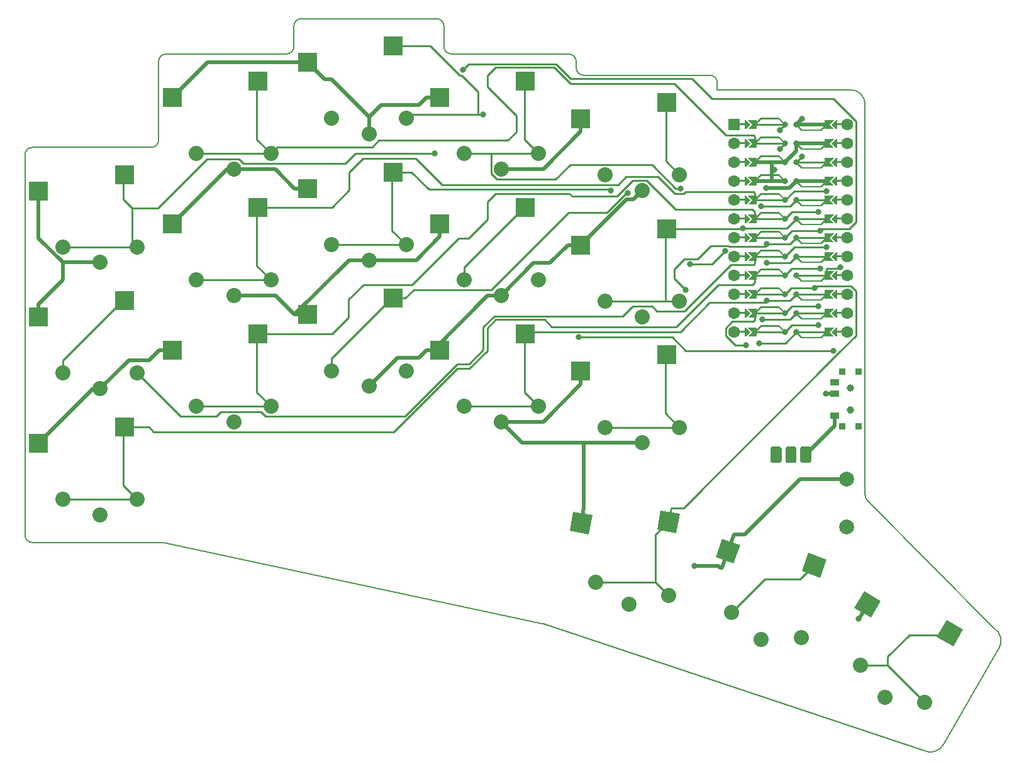
<source format=gbr>
G04 #@! TF.GenerationSoftware,KiCad,Pcbnew,5.1.5+dfsg1-2build2*
G04 #@! TF.CreationDate,2022-10-01T08:21:12+00:00*
G04 #@! TF.ProjectId,board,626f6172-642e-46b6-9963-61645f706362,v1.0.0*
G04 #@! TF.SameCoordinates,Original*
G04 #@! TF.FileFunction,Copper,L1,Top*
G04 #@! TF.FilePolarity,Positive*
%FSLAX46Y46*%
G04 Gerber Fmt 4.6, Leading zero omitted, Abs format (unit mm)*
G04 Created by KiCad (PCBNEW 5.1.5+dfsg1-2build2) date 2022-10-01 08:21:12*
%MOMM*%
%LPD*%
G04 APERTURE LIST*
G04 #@! TA.AperFunction,Profile*
%ADD10C,0.150000*%
G04 #@! TD*
G04 #@! TA.AperFunction,SMDPad,CuDef*
%ADD11R,2.600000X2.600000*%
G04 #@! TD*
G04 #@! TA.AperFunction,ComponentPad*
%ADD12C,2.032000*%
G04 #@! TD*
G04 #@! TA.AperFunction,SMDPad,CuDef*
%ADD13C,0.350000*%
G04 #@! TD*
G04 #@! TA.AperFunction,Conductor*
%ADD14C,0.350000*%
G04 #@! TD*
G04 #@! TA.AperFunction,ComponentPad*
%ADD15C,1.600000*%
G04 #@! TD*
G04 #@! TA.AperFunction,ComponentPad*
%ADD16R,1.600000X1.600000*%
G04 #@! TD*
G04 #@! TA.AperFunction,ViaPad*
%ADD17C,0.800000*%
G04 #@! TD*
G04 #@! TA.AperFunction,WasherPad*
%ADD18C,1.000000*%
G04 #@! TD*
G04 #@! TA.AperFunction,SMDPad,CuDef*
%ADD19R,1.250000X0.900000*%
G04 #@! TD*
G04 #@! TA.AperFunction,SMDPad,CuDef*
%ADD20R,0.900000X0.900000*%
G04 #@! TD*
G04 #@! TA.AperFunction,ComponentPad*
%ADD21C,0.350000*%
G04 #@! TD*
G04 #@! TA.AperFunction,ComponentPad*
%ADD22C,2.000000*%
G04 #@! TD*
G04 #@! TA.AperFunction,Conductor*
%ADD23C,0.250000*%
G04 #@! TD*
G04 #@! TA.AperFunction,Conductor*
%ADD24C,0.500000*%
G04 #@! TD*
G04 APERTURE END LIST*
D10*
X58900000Y40400000D02*
X76362107Y40400000D01*
X57900000Y41400000D02*
X57900000Y92600000D01*
X58900000Y93600000D02*
X74900000Y93600000D01*
X76900000Y106173000D02*
X93100000Y106173000D01*
X75900000Y94600000D02*
X75900000Y105173000D01*
X95100000Y110935500D02*
X113300000Y110935500D01*
X114300000Y109935500D02*
X114300000Y107173000D01*
X94100000Y107173000D02*
X94100000Y109935500D01*
X115300000Y106173000D02*
X131100000Y106173000D01*
X132100000Y105173000D02*
X132100000Y104315500D01*
X151100000Y101365500D02*
X151100000Y102315500D01*
X133100000Y103315500D02*
X150100000Y103315500D01*
X181522028Y13173828D02*
G75*
G02X178789978Y12441778I-1732050J1000000D01*
G01*
X181522029Y13173828D02*
X189022029Y26164210D01*
X188374085Y28844898D02*
G75*
G02X189022029Y26164210I-1084107J-1680688D01*
G01*
X150100000Y103315500D02*
G75*
G02X151100000Y102315500I0J-1000000D01*
G01*
X133100000Y103315500D02*
G75*
G02X132100000Y104315500I0J1000000D01*
G01*
X131100000Y106173000D02*
G75*
G02X132100000Y105173000I0J-1000000D01*
G01*
X115300000Y106173000D02*
G75*
G02X114300000Y107173000I0J1000000D01*
G01*
X113300000Y110935500D02*
G75*
G02X114300000Y109935500I0J-1000000D01*
G01*
X94100000Y109935500D02*
G75*
G02X95100000Y110935500I1000000J0D01*
G01*
X94100000Y107173000D02*
G75*
G02X93100000Y106173000I-1000000J0D01*
G01*
X75900000Y105173000D02*
G75*
G02X76900000Y106173000I1000000J0D01*
G01*
X75900000Y94600000D02*
G75*
G02X74900000Y93600000I-1000000J0D01*
G01*
X57900000Y92600000D02*
G75*
G02X58900000Y93600000I1000000J0D01*
G01*
X58900000Y40400000D02*
G75*
G02X57900000Y41400000I0J1000000D01*
G01*
X171288969Y46087542D02*
X188205108Y28982080D01*
X178789978Y12441778D02*
X127662129Y29450048D01*
X127555520Y29479080D02*
X76571152Y40377906D01*
X171000000Y46790703D02*
X171000000Y99365500D01*
X169000000Y101365500D02*
G75*
G02X171000000Y99365500I0J-2000000D01*
G01*
X169000000Y101365500D02*
X151100000Y101365500D01*
X76362107Y40400000D02*
G75*
G02X76571152Y40377906I0J-1000000D01*
G01*
X127555520Y29479080D02*
G75*
G02X127662129Y29450048I-209045J-977906D01*
G01*
X188374085Y28844897D02*
G75*
G02X188205108Y28982080I542053J840344D01*
G01*
X171288969Y46087542D02*
G75*
G02X171000000Y46790703I711031J703161D01*
G01*
D11*
G04 #@! TO.P,S1,1*
G04 #@! TO.N,P6*
X71275000Y55950000D03*
G04 #@! TO.P,S1,2*
G04 #@! TO.N,GND*
X59725000Y53750000D03*
G04 #@! TD*
D12*
G04 #@! TO.P,S2,1*
G04 #@! TO.N,P6*
X63000000Y46200000D03*
G04 #@! TO.P,S2,2*
G04 #@! TO.N,GND*
X68000000Y44100000D03*
G04 #@! TO.P,S2,1*
G04 #@! TO.N,P6*
X73000000Y46200000D03*
G04 #@! TO.P,S2,2*
G04 #@! TO.N,GND*
X68000000Y44100000D03*
G04 #@! TD*
D11*
G04 #@! TO.P,S3,1*
G04 #@! TO.N,P5*
X71275000Y72950000D03*
G04 #@! TO.P,S3,2*
G04 #@! TO.N,GND*
X59725000Y70750000D03*
G04 #@! TD*
D12*
G04 #@! TO.P,S4,1*
G04 #@! TO.N,P5*
X63000000Y63200000D03*
G04 #@! TO.P,S4,2*
G04 #@! TO.N,GND*
X68000000Y61100000D03*
G04 #@! TO.P,S4,1*
G04 #@! TO.N,P5*
X73000000Y63200000D03*
G04 #@! TO.P,S4,2*
G04 #@! TO.N,GND*
X68000000Y61100000D03*
G04 #@! TD*
D11*
G04 #@! TO.P,S5,1*
G04 #@! TO.N,P4*
X71275000Y89950000D03*
G04 #@! TO.P,S5,2*
G04 #@! TO.N,GND*
X59725000Y87750000D03*
G04 #@! TD*
D12*
G04 #@! TO.P,S6,1*
G04 #@! TO.N,P4*
X63000000Y80200000D03*
G04 #@! TO.P,S6,2*
G04 #@! TO.N,GND*
X68000000Y78100000D03*
G04 #@! TO.P,S6,1*
G04 #@! TO.N,P4*
X73000000Y80200000D03*
G04 #@! TO.P,S6,2*
G04 #@! TO.N,GND*
X68000000Y78100000D03*
G04 #@! TD*
D11*
G04 #@! TO.P,S7,1*
G04 #@! TO.N,P3*
X89275000Y68523000D03*
G04 #@! TO.P,S7,2*
G04 #@! TO.N,GND*
X77725000Y66323000D03*
G04 #@! TD*
D12*
G04 #@! TO.P,S8,1*
G04 #@! TO.N,P3*
X81000000Y58773000D03*
G04 #@! TO.P,S8,2*
G04 #@! TO.N,GND*
X86000000Y56673000D03*
G04 #@! TO.P,S8,1*
G04 #@! TO.N,P3*
X91000000Y58773000D03*
G04 #@! TO.P,S8,2*
G04 #@! TO.N,GND*
X86000000Y56673000D03*
G04 #@! TD*
D11*
G04 #@! TO.P,S9,1*
G04 #@! TO.N,P2*
X89275000Y85523000D03*
G04 #@! TO.P,S9,2*
G04 #@! TO.N,GND*
X77725000Y83323000D03*
G04 #@! TD*
D12*
G04 #@! TO.P,S10,1*
G04 #@! TO.N,P2*
X81000000Y75773000D03*
G04 #@! TO.P,S10,2*
G04 #@! TO.N,GND*
X86000000Y73673000D03*
G04 #@! TO.P,S10,1*
G04 #@! TO.N,P2*
X91000000Y75773000D03*
G04 #@! TO.P,S10,2*
G04 #@! TO.N,GND*
X86000000Y73673000D03*
G04 #@! TD*
D11*
G04 #@! TO.P,S11,1*
G04 #@! TO.N,P0*
X89275000Y102523000D03*
G04 #@! TO.P,S11,2*
G04 #@! TO.N,GND*
X77725000Y100323000D03*
G04 #@! TD*
D12*
G04 #@! TO.P,S12,1*
G04 #@! TO.N,P0*
X81000000Y92773000D03*
G04 #@! TO.P,S12,2*
G04 #@! TO.N,GND*
X86000000Y90673000D03*
G04 #@! TO.P,S12,1*
G04 #@! TO.N,P0*
X91000000Y92773000D03*
G04 #@! TO.P,S12,2*
G04 #@! TO.N,GND*
X86000000Y90673000D03*
G04 #@! TD*
D11*
G04 #@! TO.P,S13,1*
G04 #@! TO.N,P1*
X107475000Y73285500D03*
G04 #@! TO.P,S13,2*
G04 #@! TO.N,GND*
X95925000Y71085500D03*
G04 #@! TD*
D12*
G04 #@! TO.P,S14,1*
G04 #@! TO.N,P1*
X99200000Y63535500D03*
G04 #@! TO.P,S14,2*
G04 #@! TO.N,GND*
X104200000Y61435500D03*
G04 #@! TO.P,S14,1*
G04 #@! TO.N,P1*
X109200000Y63535500D03*
G04 #@! TO.P,S14,2*
G04 #@! TO.N,GND*
X104200000Y61435500D03*
G04 #@! TD*
D11*
G04 #@! TO.P,S15,1*
G04 #@! TO.N,P16*
X107475000Y90285500D03*
G04 #@! TO.P,S15,2*
G04 #@! TO.N,GND*
X95925000Y88085500D03*
G04 #@! TD*
D12*
G04 #@! TO.P,S16,1*
G04 #@! TO.N,P16*
X99200000Y80535500D03*
G04 #@! TO.P,S16,2*
G04 #@! TO.N,GND*
X104200000Y78435500D03*
G04 #@! TO.P,S16,1*
G04 #@! TO.N,P16*
X109200000Y80535500D03*
G04 #@! TO.P,S16,2*
G04 #@! TO.N,GND*
X104200000Y78435500D03*
G04 #@! TD*
D11*
G04 #@! TO.P,S17,1*
G04 #@! TO.N,P10*
X107475000Y107286000D03*
G04 #@! TO.P,S17,2*
G04 #@! TO.N,GND*
X95925000Y105086000D03*
G04 #@! TD*
D12*
G04 #@! TO.P,S18,1*
G04 #@! TO.N,P10*
X99200000Y97536000D03*
G04 #@! TO.P,S18,2*
G04 #@! TO.N,GND*
X104200000Y95436000D03*
G04 #@! TO.P,S18,1*
G04 #@! TO.N,P10*
X109200000Y97536000D03*
G04 #@! TO.P,S18,2*
G04 #@! TO.N,GND*
X104200000Y95436000D03*
G04 #@! TD*
D11*
G04 #@! TO.P,S19,1*
G04 #@! TO.N,P14*
X125275000Y68523000D03*
G04 #@! TO.P,S19,2*
G04 #@! TO.N,GND*
X113725000Y66323000D03*
G04 #@! TD*
D12*
G04 #@! TO.P,S20,1*
G04 #@! TO.N,P14*
X117000000Y58773000D03*
G04 #@! TO.P,S20,2*
G04 #@! TO.N,GND*
X122000000Y56673000D03*
G04 #@! TO.P,S20,1*
G04 #@! TO.N,P14*
X127000000Y58773000D03*
G04 #@! TO.P,S20,2*
G04 #@! TO.N,GND*
X122000000Y56673000D03*
G04 #@! TD*
D11*
G04 #@! TO.P,S21,1*
G04 #@! TO.N,P15*
X125275000Y85523000D03*
G04 #@! TO.P,S21,2*
G04 #@! TO.N,GND*
X113725000Y83323000D03*
G04 #@! TD*
D12*
G04 #@! TO.P,S22,1*
G04 #@! TO.N,P15*
X117000000Y75773000D03*
G04 #@! TO.P,S22,2*
G04 #@! TO.N,GND*
X122000000Y73673000D03*
G04 #@! TO.P,S22,1*
G04 #@! TO.N,P15*
X127000000Y75773000D03*
G04 #@! TO.P,S22,2*
G04 #@! TO.N,GND*
X122000000Y73673000D03*
G04 #@! TD*
D11*
G04 #@! TO.P,S23,1*
G04 #@! TO.N,P18*
X125275000Y102523000D03*
G04 #@! TO.P,S23,2*
G04 #@! TO.N,GND*
X113725000Y100323000D03*
G04 #@! TD*
D12*
G04 #@! TO.P,S24,1*
G04 #@! TO.N,P18*
X117000000Y92773000D03*
G04 #@! TO.P,S24,2*
G04 #@! TO.N,GND*
X122000000Y90673000D03*
G04 #@! TO.P,S24,1*
G04 #@! TO.N,P18*
X127000000Y92773000D03*
G04 #@! TO.P,S24,2*
G04 #@! TO.N,GND*
X122000000Y90673000D03*
G04 #@! TD*
D11*
G04 #@! TO.P,S25,1*
G04 #@! TO.N,P19*
X144275000Y65665500D03*
G04 #@! TO.P,S25,2*
G04 #@! TO.N,GND*
X132725000Y63465500D03*
G04 #@! TD*
D12*
G04 #@! TO.P,S26,1*
G04 #@! TO.N,P19*
X136000000Y55915500D03*
G04 #@! TO.P,S26,2*
G04 #@! TO.N,GND*
X141000000Y53815500D03*
G04 #@! TO.P,S26,1*
G04 #@! TO.N,P19*
X146000000Y55915500D03*
G04 #@! TO.P,S26,2*
G04 #@! TO.N,GND*
X141000000Y53815500D03*
G04 #@! TD*
D11*
G04 #@! TO.P,S27,1*
G04 #@! TO.N,P20*
X144275000Y82665500D03*
G04 #@! TO.P,S27,2*
G04 #@! TO.N,GND*
X132725000Y80465500D03*
G04 #@! TD*
D12*
G04 #@! TO.P,S28,1*
G04 #@! TO.N,P20*
X136000000Y72915500D03*
G04 #@! TO.P,S28,2*
G04 #@! TO.N,GND*
X141000000Y70815500D03*
G04 #@! TO.P,S28,1*
G04 #@! TO.N,P20*
X146000000Y72915500D03*
G04 #@! TO.P,S28,2*
G04 #@! TO.N,GND*
X141000000Y70815500D03*
G04 #@! TD*
D11*
G04 #@! TO.P,S29,1*
G04 #@! TO.N,P21*
X144275000Y99665500D03*
G04 #@! TO.P,S29,2*
G04 #@! TO.N,GND*
X132725000Y97465500D03*
G04 #@! TD*
D12*
G04 #@! TO.P,S30,1*
G04 #@! TO.N,P21*
X136000000Y89915500D03*
G04 #@! TO.P,S30,2*
G04 #@! TO.N,GND*
X141000000Y87815500D03*
G04 #@! TO.P,S30,1*
G04 #@! TO.N,P21*
X146000000Y89915500D03*
G04 #@! TO.P,S30,2*
G04 #@! TO.N,GND*
X141000000Y87815500D03*
G04 #@! TD*
G04 #@! TA.AperFunction,SMDPad,CuDef*
D13*
G04 #@! TO.P,S31,1*
G04 #@! TO.N,P7*
G36*
X143018459Y42134301D02*
G01*
X143469945Y44694801D01*
X146030445Y44243315D01*
X145578959Y41682815D01*
X143018459Y42134301D01*
G37*
G04 #@! TD.AperFunction*
G04 #@! TA.AperFunction,SMDPad,CuDef*
G04 #@! TO.P,S31,2*
G04 #@! TO.N,GND*
G36*
X131261904Y41973361D02*
G01*
X131713390Y44533861D01*
X134273890Y44082375D01*
X133822404Y41521875D01*
X131261904Y41973361D01*
G37*
G04 #@! TD.AperFunction*
G04 #@! TD*
D12*
G04 #@! TO.P,S32,1*
G04 #@! TO.N,P7*
X134682098Y35023871D03*
G04 #@! TO.P,S32,2*
G04 #@! TO.N,GND*
X139241476Y32087534D03*
G04 #@! TO.P,S32,1*
G04 #@! TO.N,P7*
X144530176Y33287390D03*
G04 #@! TO.P,S32,2*
G04 #@! TO.N,GND*
X139241476Y32087534D03*
G04 #@! TD*
G04 #@! TA.AperFunction,SMDPad,CuDef*
D13*
G04 #@! TO.P,S33,1*
G04 #@! TO.N,P8*
G36*
X162463286Y36567481D02*
G01*
X163352539Y39010682D01*
X165795740Y38121429D01*
X164906487Y35678228D01*
X162463286Y36567481D01*
G37*
G04 #@! TD.AperFunction*
G04 #@! TA.AperFunction,SMDPad,CuDef*
G04 #@! TO.P,S33,2*
G04 #@! TO.N,GND*
G36*
X150857392Y38450490D02*
G01*
X151746645Y40893691D01*
X154189846Y40004438D01*
X153300593Y37561237D01*
X150857392Y38450490D01*
G37*
G04 #@! TD.AperFunction*
G04 #@! TD*
D12*
G04 #@! TO.P,S34,1*
G04 #@! TO.N,P8*
X153018860Y31012669D03*
G04 #@! TO.P,S34,2*
G04 #@! TO.N,GND*
X156999081Y27329214D03*
G04 #@! TO.P,S34,1*
G04 #@! TO.N,P8*
X162415787Y27592467D03*
G04 #@! TO.P,S34,2*
G04 #@! TO.N,GND*
X156999081Y27329214D03*
G04 #@! TD*
G04 #@! TA.AperFunction,SMDPad,CuDef*
D13*
G04 #@! TO.P,S35,1*
G04 #@! TO.N,P9*
G36*
X180647400Y27708518D02*
G01*
X181947400Y29960184D01*
X184199066Y28660184D01*
X182899066Y26408518D01*
X180647400Y27708518D01*
G37*
G04 #@! TD.AperFunction*
G04 #@! TA.AperFunction,SMDPad,CuDef*
G04 #@! TO.P,S35,2*
G04 #@! TO.N,GND*
G36*
X169544807Y31578262D02*
G01*
X170844807Y33829928D01*
X173096473Y32529928D01*
X171796473Y30278262D01*
X169544807Y31578262D01*
G37*
G04 #@! TD.AperFunction*
G04 #@! TD*
D12*
G04 #@! TO.P,S36,1*
G04 #@! TO.N,P9*
X170381873Y23878103D03*
G04 #@! TO.P,S36,2*
G04 #@! TO.N,GND*
X173662000Y19559450D03*
G04 #@! TO.P,S36,1*
G04 #@! TO.N,P9*
X179042127Y18878103D03*
G04 #@! TO.P,S36,2*
G04 #@! TO.N,GND*
X173662000Y19559450D03*
G04 #@! TD*
G04 #@! TA.AperFunction,Conductor*
D14*
G04 #@! TO.N,GND*
G04 #@! TO.C,MCU1*
G36*
X165950360Y94132868D02*
G01*
X165948534Y94120793D01*
X165945538Y94108954D01*
X165941401Y94097463D01*
X165936163Y94086431D01*
X165929873Y94075963D01*
X165922591Y94066159D01*
X165914388Y94057112D01*
X165148388Y93291111D01*
X165148099Y93290826D01*
X165148079Y93290804D01*
X165148053Y93290781D01*
X165147146Y93289886D01*
X165143032Y93286259D01*
X165139004Y93282632D01*
X165138476Y93282243D01*
X165137984Y93281809D01*
X165133568Y93278624D01*
X165129174Y93275385D01*
X165128609Y93275048D01*
X165128079Y93274666D01*
X165123357Y93271918D01*
X165118684Y93269132D01*
X165118095Y93268855D01*
X165117525Y93268523D01*
X165112532Y93266237D01*
X165107634Y93263932D01*
X165107021Y93263714D01*
X165106421Y93263439D01*
X165101236Y93261654D01*
X165096129Y93259835D01*
X165095496Y93259677D01*
X165094874Y93259463D01*
X165089539Y93258192D01*
X165084279Y93256881D01*
X165083635Y93256786D01*
X165082993Y93256633D01*
X165077524Y93255883D01*
X165072198Y93255097D01*
X165071556Y93255066D01*
X165070895Y93254975D01*
X165065399Y93254764D01*
X165060000Y93254500D01*
X162528000Y93254500D01*
X162527602Y93254503D01*
X162527564Y93254501D01*
X162527520Y93254503D01*
X162526255Y93254512D01*
X162520837Y93254853D01*
X162515369Y93255139D01*
X162514713Y93255238D01*
X162514066Y93255279D01*
X162508734Y93256143D01*
X162503293Y93256966D01*
X162502653Y93257128D01*
X162502011Y93257232D01*
X162496749Y93258622D01*
X162491454Y93259962D01*
X162490840Y93260183D01*
X162490204Y93260351D01*
X162485091Y93262252D01*
X162479964Y93264098D01*
X162479370Y93264380D01*
X162478757Y93264608D01*
X162473879Y93266988D01*
X162468931Y93269337D01*
X162468365Y93269677D01*
X162467781Y93269962D01*
X162463162Y93272803D01*
X162458463Y93275627D01*
X162457936Y93276018D01*
X162457379Y93276361D01*
X162453038Y93279656D01*
X162448659Y93282908D01*
X162448174Y93283348D01*
X162447652Y93283744D01*
X162443660Y93287441D01*
X162439612Y93291111D01*
X161673612Y94057112D01*
X161672386Y94058354D01*
X161670927Y94060009D01*
X161669381Y94061555D01*
X161666915Y94064560D01*
X161664310Y94067515D01*
X161663003Y94069327D01*
X161661599Y94071038D01*
X161659457Y94074243D01*
X161657166Y94077420D01*
X161656028Y94079375D01*
X161654784Y94081237D01*
X161652977Y94084618D01*
X161651023Y94087975D01*
X161650071Y94090054D01*
X161649001Y94092056D01*
X161647545Y94095571D01*
X161645939Y94099079D01*
X161645185Y94101269D01*
X161644307Y94103389D01*
X161643206Y94107018D01*
X161641964Y94110626D01*
X161641424Y94112892D01*
X161640746Y94115127D01*
X161640012Y94118816D01*
X161639133Y94122506D01*
X161638811Y94124854D01*
X161638353Y94127159D01*
X161637987Y94130873D01*
X161637476Y94134605D01*
X161637384Y94137000D01*
X161637151Y94139367D01*
X161637151Y94143062D01*
X161637007Y94146809D01*
X161637151Y94149230D01*
X161637151Y94151633D01*
X161637512Y94155302D01*
X161637732Y94159000D01*
X161638113Y94161407D01*
X161638353Y94163841D01*
X161639069Y94167439D01*
X161639642Y94171063D01*
X161640265Y94173456D01*
X161640746Y94175873D01*
X161641801Y94179350D01*
X161642720Y94182880D01*
X161643583Y94185225D01*
X161644307Y94187611D01*
X161645686Y94190940D01*
X161646937Y94194341D01*
X161648035Y94196613D01*
X161649001Y94198944D01*
X161650071Y94200946D01*
X161650685Y94202095D01*
X161652252Y94205336D01*
X161653584Y94207519D01*
X161654784Y94209763D01*
X161656754Y94212711D01*
X161658615Y94215760D01*
X161660168Y94217820D01*
X161661599Y94219962D01*
X161663821Y94222670D01*
X161665964Y94225514D01*
X161667740Y94227445D01*
X161669381Y94229445D01*
X161671841Y94231905D01*
X161674231Y94234504D01*
X161676203Y94236267D01*
X161678055Y94238119D01*
X161680731Y94240315D01*
X161683335Y94242643D01*
X161685489Y94244220D01*
X161687538Y94245901D01*
X161690391Y94247807D01*
X161693190Y94249856D01*
X161695512Y94251229D01*
X161697737Y94252716D01*
X161700739Y94254321D01*
X161703702Y94256073D01*
X161706173Y94257225D01*
X161708556Y94258499D01*
X161711676Y94259791D01*
X161714770Y94261234D01*
X161717367Y94262149D01*
X161719889Y94263193D01*
X161723100Y94264167D01*
X161726289Y94265290D01*
X161728984Y94265952D01*
X161731627Y94266754D01*
X161734884Y94267402D01*
X161738149Y94268204D01*
X161740935Y94268605D01*
X161743659Y94269147D01*
X161746938Y94269470D01*
X161750237Y94269945D01*
X161753071Y94270074D01*
X161755867Y94270349D01*
X161759133Y94270349D01*
X161762436Y94270499D01*
X161765299Y94270349D01*
X161768133Y94270349D01*
X161771356Y94270032D01*
X161774632Y94269860D01*
X161777492Y94269428D01*
X161780341Y94269147D01*
X161783495Y94268520D01*
X161786707Y94268034D01*
X161789533Y94267319D01*
X161792373Y94266754D01*
X161795431Y94265826D01*
X161798546Y94265038D01*
X161801313Y94264042D01*
X161804111Y94263193D01*
X161807037Y94261981D01*
X161810037Y94260901D01*
X161812718Y94259628D01*
X161815444Y94258499D01*
X161818211Y94257020D01*
X161821069Y94255663D01*
X161823633Y94254122D01*
X161826263Y94252716D01*
X161828852Y94250986D01*
X161831537Y94249373D01*
X161833966Y94247569D01*
X161836462Y94245901D01*
X161838852Y94243940D01*
X161841341Y94242091D01*
X161843593Y94240049D01*
X161845945Y94238119D01*
X161848116Y94235948D01*
X161850388Y94233888D01*
X162579777Y93504500D01*
X165008223Y93504500D01*
X165737612Y94233888D01*
X165738854Y94235114D01*
X165748015Y94243190D01*
X165757920Y94250334D01*
X165768475Y94256477D01*
X165779579Y94261561D01*
X165791126Y94265536D01*
X165803006Y94268367D01*
X165815105Y94270024D01*
X165827309Y94270493D01*
X165839500Y94269768D01*
X165851563Y94267858D01*
X165863380Y94264780D01*
X165874841Y94260563D01*
X165885836Y94255248D01*
X165896260Y94248885D01*
X165906014Y94241536D01*
X165915004Y94233269D01*
X165923143Y94224165D01*
X165930356Y94214310D01*
X165936573Y94203798D01*
X165941734Y94192730D01*
X165945790Y94181211D01*
X165948704Y94169351D01*
X165950445Y94157263D01*
X165950999Y94145064D01*
X165950360Y94132868D01*
G37*
G04 #@! TD.AperFunction*
D15*
G04 #@! TD*
G04 #@! TO.P,MCU1,*
G04 #@! TO.N,*
X153380000Y96685500D03*
G04 #@! TO.P,MCU1,*
G04 #@! TO.N,*
X153380000Y94145500D03*
X153380000Y91605500D03*
X153380000Y89065500D03*
X153380000Y86525500D03*
X153380000Y83985500D03*
X153380000Y81445500D03*
X153380000Y78905500D03*
X153380000Y76365500D03*
X153380000Y73825500D03*
X153380000Y71285500D03*
X153380000Y68745500D03*
X168620000Y68745500D03*
X168620000Y71285500D03*
X168620000Y73825500D03*
X168620000Y76365500D03*
X168620000Y78905500D03*
X168620000Y81445500D03*
X168620000Y83985500D03*
X168620000Y86525500D03*
X168620000Y89065500D03*
X168620000Y91605500D03*
X168620000Y94145500D03*
X168620000Y96685500D03*
G04 #@! TA.AperFunction,SMDPad,CuDef*
D13*
G36*
X154958000Y97285500D02*
G01*
X155558000Y96685500D01*
X154958000Y96085500D01*
X154758000Y96085500D01*
X154758000Y97285500D01*
X154958000Y97285500D01*
G37*
G04 #@! TD.AperFunction*
G04 #@! TA.AperFunction,SMDPad,CuDef*
G04 #@! TO.P,MCU1,24*
G04 #@! TO.N,P1*
G36*
X156424000Y97285500D02*
G01*
X156424000Y96085500D01*
X155174000Y96085500D01*
X155774000Y96685500D01*
X155174000Y97285500D01*
X156424000Y97285500D01*
G37*
G04 #@! TD.AperFunction*
G04 #@! TA.AperFunction,Conductor*
D14*
G04 #@! TD*
G04 #@! TO.N,*
G04 #@! TO.C,MCU1*
G36*
X155150000Y96810500D02*
G01*
X155150000Y96560500D01*
X154150000Y96560500D01*
X154150000Y96810500D01*
X155150000Y96810500D01*
G37*
G04 #@! TD.AperFunction*
D16*
G04 #@! TO.P,MCU1,*
G04 #@! TO.N,*
X153380000Y96685500D03*
G04 #@! TA.AperFunction,Conductor*
D14*
G04 #@! TD*
G04 #@! TO.N,*
G04 #@! TO.C,MCU1*
G36*
X155150000Y94270500D02*
G01*
X155150000Y94020500D01*
X154150000Y94020500D01*
X154150000Y94270500D01*
X155150000Y94270500D01*
G37*
G04 #@! TD.AperFunction*
G04 #@! TA.AperFunction,SMDPad,CuDef*
D13*
G04 #@! TO.P,MCU1,*
G04 #@! TO.N,*
G36*
X154958000Y94745500D02*
G01*
X155558000Y94145500D01*
X154958000Y93545500D01*
X154758000Y93545500D01*
X154758000Y94745500D01*
X154958000Y94745500D01*
G37*
G04 #@! TD.AperFunction*
G04 #@! TA.AperFunction,SMDPad,CuDef*
G04 #@! TO.P,MCU1,23*
G04 #@! TO.N,P0*
G36*
X156424000Y94745500D02*
G01*
X156424000Y93545500D01*
X155174000Y93545500D01*
X155774000Y94145500D01*
X155174000Y94745500D01*
X156424000Y94745500D01*
G37*
G04 #@! TD.AperFunction*
G04 #@! TA.AperFunction,Conductor*
D14*
G04 #@! TD*
G04 #@! TO.N,*
G04 #@! TO.C,MCU1*
G36*
X155150000Y91730500D02*
G01*
X155150000Y91480500D01*
X154150000Y91480500D01*
X154150000Y91730500D01*
X155150000Y91730500D01*
G37*
G04 #@! TD.AperFunction*
G04 #@! TA.AperFunction,SMDPad,CuDef*
D13*
G04 #@! TO.P,MCU1,*
G04 #@! TO.N,*
G36*
X154958000Y92205500D02*
G01*
X155558000Y91605500D01*
X154958000Y91005500D01*
X154758000Y91005500D01*
X154758000Y92205500D01*
X154958000Y92205500D01*
G37*
G04 #@! TD.AperFunction*
G04 #@! TA.AperFunction,SMDPad,CuDef*
G04 #@! TO.P,MCU1,22*
G04 #@! TO.N,GND*
G36*
X156424000Y92205500D02*
G01*
X156424000Y91005500D01*
X155174000Y91005500D01*
X155774000Y91605500D01*
X155174000Y92205500D01*
X156424000Y92205500D01*
G37*
G04 #@! TD.AperFunction*
G04 #@! TA.AperFunction,Conductor*
D14*
G04 #@! TD*
G04 #@! TO.N,*
G04 #@! TO.C,MCU1*
G36*
X155150000Y89190500D02*
G01*
X155150000Y88940500D01*
X154150000Y88940500D01*
X154150000Y89190500D01*
X155150000Y89190500D01*
G37*
G04 #@! TD.AperFunction*
G04 #@! TA.AperFunction,SMDPad,CuDef*
D13*
G04 #@! TO.P,MCU1,*
G04 #@! TO.N,*
G36*
X154958000Y89665500D02*
G01*
X155558000Y89065500D01*
X154958000Y88465500D01*
X154758000Y88465500D01*
X154758000Y89665500D01*
X154958000Y89665500D01*
G37*
G04 #@! TD.AperFunction*
G04 #@! TA.AperFunction,SMDPad,CuDef*
G04 #@! TO.P,MCU1,21*
G04 #@! TO.N,GND*
G36*
X156424000Y89665500D02*
G01*
X156424000Y88465500D01*
X155174000Y88465500D01*
X155774000Y89065500D01*
X155174000Y89665500D01*
X156424000Y89665500D01*
G37*
G04 #@! TD.AperFunction*
G04 #@! TA.AperFunction,Conductor*
D14*
G04 #@! TD*
G04 #@! TO.N,*
G04 #@! TO.C,MCU1*
G36*
X155150000Y86650500D02*
G01*
X155150000Y86400500D01*
X154150000Y86400500D01*
X154150000Y86650500D01*
X155150000Y86650500D01*
G37*
G04 #@! TD.AperFunction*
G04 #@! TA.AperFunction,SMDPad,CuDef*
D13*
G04 #@! TO.P,MCU1,*
G04 #@! TO.N,*
G36*
X154958000Y87125500D02*
G01*
X155558000Y86525500D01*
X154958000Y85925500D01*
X154758000Y85925500D01*
X154758000Y87125500D01*
X154958000Y87125500D01*
G37*
G04 #@! TD.AperFunction*
G04 #@! TA.AperFunction,SMDPad,CuDef*
G04 #@! TO.P,MCU1,20*
G04 #@! TO.N,P2*
G36*
X156424000Y87125500D02*
G01*
X156424000Y85925500D01*
X155174000Y85925500D01*
X155774000Y86525500D01*
X155174000Y87125500D01*
X156424000Y87125500D01*
G37*
G04 #@! TD.AperFunction*
G04 #@! TA.AperFunction,Conductor*
D14*
G04 #@! TD*
G04 #@! TO.N,*
G04 #@! TO.C,MCU1*
G36*
X155150000Y84110500D02*
G01*
X155150000Y83860500D01*
X154150000Y83860500D01*
X154150000Y84110500D01*
X155150000Y84110500D01*
G37*
G04 #@! TD.AperFunction*
G04 #@! TA.AperFunction,SMDPad,CuDef*
D13*
G04 #@! TO.P,MCU1,*
G04 #@! TO.N,*
G36*
X154958000Y84585500D02*
G01*
X155558000Y83985500D01*
X154958000Y83385500D01*
X154758000Y83385500D01*
X154758000Y84585500D01*
X154958000Y84585500D01*
G37*
G04 #@! TD.AperFunction*
G04 #@! TA.AperFunction,SMDPad,CuDef*
G04 #@! TO.P,MCU1,19*
G04 #@! TO.N,P3*
G36*
X156424000Y84585500D02*
G01*
X156424000Y83385500D01*
X155174000Y83385500D01*
X155774000Y83985500D01*
X155174000Y84585500D01*
X156424000Y84585500D01*
G37*
G04 #@! TD.AperFunction*
G04 #@! TA.AperFunction,Conductor*
D14*
G04 #@! TD*
G04 #@! TO.N,*
G04 #@! TO.C,MCU1*
G36*
X155150000Y81570500D02*
G01*
X155150000Y81320500D01*
X154150000Y81320500D01*
X154150000Y81570500D01*
X155150000Y81570500D01*
G37*
G04 #@! TD.AperFunction*
G04 #@! TA.AperFunction,SMDPad,CuDef*
D13*
G04 #@! TO.P,MCU1,*
G04 #@! TO.N,*
G36*
X154958000Y82045500D02*
G01*
X155558000Y81445500D01*
X154958000Y80845500D01*
X154758000Y80845500D01*
X154758000Y82045500D01*
X154958000Y82045500D01*
G37*
G04 #@! TD.AperFunction*
G04 #@! TA.AperFunction,SMDPad,CuDef*
G04 #@! TO.P,MCU1,18*
G04 #@! TO.N,P4*
G36*
X156424000Y82045500D02*
G01*
X156424000Y80845500D01*
X155174000Y80845500D01*
X155774000Y81445500D01*
X155174000Y82045500D01*
X156424000Y82045500D01*
G37*
G04 #@! TD.AperFunction*
G04 #@! TA.AperFunction,Conductor*
D14*
G04 #@! TD*
G04 #@! TO.N,*
G04 #@! TO.C,MCU1*
G36*
X155150000Y79030500D02*
G01*
X155150000Y78780500D01*
X154150000Y78780500D01*
X154150000Y79030500D01*
X155150000Y79030500D01*
G37*
G04 #@! TD.AperFunction*
G04 #@! TA.AperFunction,SMDPad,CuDef*
D13*
G04 #@! TO.P,MCU1,*
G04 #@! TO.N,*
G36*
X154958000Y79505500D02*
G01*
X155558000Y78905500D01*
X154958000Y78305500D01*
X154758000Y78305500D01*
X154758000Y79505500D01*
X154958000Y79505500D01*
G37*
G04 #@! TD.AperFunction*
G04 #@! TA.AperFunction,SMDPad,CuDef*
G04 #@! TO.P,MCU1,17*
G04 #@! TO.N,P5*
G36*
X156424000Y79505500D02*
G01*
X156424000Y78305500D01*
X155174000Y78305500D01*
X155774000Y78905500D01*
X155174000Y79505500D01*
X156424000Y79505500D01*
G37*
G04 #@! TD.AperFunction*
G04 #@! TA.AperFunction,Conductor*
D14*
G04 #@! TD*
G04 #@! TO.N,*
G04 #@! TO.C,MCU1*
G36*
X155150000Y76490500D02*
G01*
X155150000Y76240500D01*
X154150000Y76240500D01*
X154150000Y76490500D01*
X155150000Y76490500D01*
G37*
G04 #@! TD.AperFunction*
G04 #@! TA.AperFunction,SMDPad,CuDef*
D13*
G04 #@! TO.P,MCU1,*
G04 #@! TO.N,*
G36*
X154958000Y76965500D02*
G01*
X155558000Y76365500D01*
X154958000Y75765500D01*
X154758000Y75765500D01*
X154758000Y76965500D01*
X154958000Y76965500D01*
G37*
G04 #@! TD.AperFunction*
G04 #@! TA.AperFunction,SMDPad,CuDef*
G04 #@! TO.P,MCU1,16*
G04 #@! TO.N,P6*
G36*
X156424000Y76965500D02*
G01*
X156424000Y75765500D01*
X155174000Y75765500D01*
X155774000Y76365500D01*
X155174000Y76965500D01*
X156424000Y76965500D01*
G37*
G04 #@! TD.AperFunction*
G04 #@! TA.AperFunction,Conductor*
D14*
G04 #@! TD*
G04 #@! TO.N,*
G04 #@! TO.C,MCU1*
G36*
X155150000Y73950500D02*
G01*
X155150000Y73700500D01*
X154150000Y73700500D01*
X154150000Y73950500D01*
X155150000Y73950500D01*
G37*
G04 #@! TD.AperFunction*
G04 #@! TA.AperFunction,SMDPad,CuDef*
D13*
G04 #@! TO.P,MCU1,*
G04 #@! TO.N,*
G36*
X154958000Y74425500D02*
G01*
X155558000Y73825500D01*
X154958000Y73225500D01*
X154758000Y73225500D01*
X154758000Y74425500D01*
X154958000Y74425500D01*
G37*
G04 #@! TD.AperFunction*
G04 #@! TA.AperFunction,SMDPad,CuDef*
G04 #@! TO.P,MCU1,15*
G04 #@! TO.N,P7*
G36*
X156424000Y74425500D02*
G01*
X156424000Y73225500D01*
X155174000Y73225500D01*
X155774000Y73825500D01*
X155174000Y74425500D01*
X156424000Y74425500D01*
G37*
G04 #@! TD.AperFunction*
G04 #@! TA.AperFunction,Conductor*
D14*
G04 #@! TD*
G04 #@! TO.N,*
G04 #@! TO.C,MCU1*
G36*
X155150000Y71410500D02*
G01*
X155150000Y71160500D01*
X154150000Y71160500D01*
X154150000Y71410500D01*
X155150000Y71410500D01*
G37*
G04 #@! TD.AperFunction*
G04 #@! TA.AperFunction,SMDPad,CuDef*
D13*
G04 #@! TO.P,MCU1,*
G04 #@! TO.N,*
G36*
X154958000Y71885500D02*
G01*
X155558000Y71285500D01*
X154958000Y70685500D01*
X154758000Y70685500D01*
X154758000Y71885500D01*
X154958000Y71885500D01*
G37*
G04 #@! TD.AperFunction*
G04 #@! TA.AperFunction,SMDPad,CuDef*
G04 #@! TO.P,MCU1,14*
G04 #@! TO.N,P8*
G36*
X156424000Y71885500D02*
G01*
X156424000Y70685500D01*
X155174000Y70685500D01*
X155774000Y71285500D01*
X155174000Y71885500D01*
X156424000Y71885500D01*
G37*
G04 #@! TD.AperFunction*
G04 #@! TA.AperFunction,Conductor*
D14*
G04 #@! TD*
G04 #@! TO.N,*
G04 #@! TO.C,MCU1*
G36*
X155150000Y68870500D02*
G01*
X155150000Y68620500D01*
X154150000Y68620500D01*
X154150000Y68870500D01*
X155150000Y68870500D01*
G37*
G04 #@! TD.AperFunction*
G04 #@! TA.AperFunction,SMDPad,CuDef*
D13*
G04 #@! TO.P,MCU1,*
G04 #@! TO.N,*
G36*
X154958000Y69345500D02*
G01*
X155558000Y68745500D01*
X154958000Y68145500D01*
X154758000Y68145500D01*
X154758000Y69345500D01*
X154958000Y69345500D01*
G37*
G04 #@! TD.AperFunction*
G04 #@! TA.AperFunction,SMDPad,CuDef*
G04 #@! TO.P,MCU1,13*
G04 #@! TO.N,P9*
G36*
X156424000Y69345500D02*
G01*
X156424000Y68145500D01*
X155174000Y68145500D01*
X155774000Y68745500D01*
X155174000Y69345500D01*
X156424000Y69345500D01*
G37*
G04 #@! TD.AperFunction*
G04 #@! TA.AperFunction,SMDPad,CuDef*
G04 #@! TO.P,MCU1,1*
G04 #@! TO.N,RAW*
G36*
X165576000Y96085500D02*
G01*
X165576000Y97285500D01*
X166826000Y97285500D01*
X166226000Y96685500D01*
X166826000Y96085500D01*
X165576000Y96085500D01*
G37*
G04 #@! TD.AperFunction*
G04 #@! TA.AperFunction,SMDPad,CuDef*
G04 #@! TO.P,MCU1,3*
G04 #@! TO.N,RST*
G36*
X165576000Y91005500D02*
G01*
X165576000Y92205500D01*
X166826000Y92205500D01*
X166226000Y91605500D01*
X166826000Y91005500D01*
X165576000Y91005500D01*
G37*
G04 #@! TD.AperFunction*
G04 #@! TA.AperFunction,Conductor*
D14*
G04 #@! TD*
G04 #@! TO.N,*
G04 #@! TO.C,MCU1*
G36*
X166850000Y91480500D02*
G01*
X166850000Y91730500D01*
X167850000Y91730500D01*
X167850000Y91480500D01*
X166850000Y91480500D01*
G37*
G04 #@! TD.AperFunction*
G04 #@! TA.AperFunction,SMDPad,CuDef*
D13*
G04 #@! TO.P,MCU1,*
G04 #@! TO.N,*
G36*
X167042000Y91005500D02*
G01*
X166442000Y91605500D01*
X167042000Y92205500D01*
X167242000Y92205500D01*
X167242000Y91005500D01*
X167042000Y91005500D01*
G37*
G04 #@! TD.AperFunction*
G04 #@! TA.AperFunction,SMDPad,CuDef*
G36*
X167042000Y96085500D02*
G01*
X166442000Y96685500D01*
X167042000Y97285500D01*
X167242000Y97285500D01*
X167242000Y96085500D01*
X167042000Y96085500D01*
G37*
G04 #@! TD.AperFunction*
G04 #@! TA.AperFunction,Conductor*
D14*
G04 #@! TD*
G04 #@! TO.N,*
G04 #@! TO.C,MCU1*
G36*
X166850000Y94020500D02*
G01*
X166850000Y94270500D01*
X167850000Y94270500D01*
X167850000Y94020500D01*
X166850000Y94020500D01*
G37*
G04 #@! TD.AperFunction*
G04 #@! TA.AperFunction,SMDPad,CuDef*
D13*
G04 #@! TO.P,MCU1,2*
G04 #@! TO.N,GND*
G36*
X165576000Y93545500D02*
G01*
X165576000Y94745500D01*
X166826000Y94745500D01*
X166226000Y94145500D01*
X166826000Y93545500D01*
X165576000Y93545500D01*
G37*
G04 #@! TD.AperFunction*
G04 #@! TA.AperFunction,Conductor*
D14*
G04 #@! TD*
G04 #@! TO.N,*
G04 #@! TO.C,MCU1*
G36*
X166850000Y96560500D02*
G01*
X166850000Y96810500D01*
X167850000Y96810500D01*
X167850000Y96560500D01*
X166850000Y96560500D01*
G37*
G04 #@! TD.AperFunction*
G04 #@! TA.AperFunction,SMDPad,CuDef*
D13*
G04 #@! TO.P,MCU1,4*
G04 #@! TO.N,VCC*
G36*
X165576000Y88465500D02*
G01*
X165576000Y89665500D01*
X166826000Y89665500D01*
X166226000Y89065500D01*
X166826000Y88465500D01*
X165576000Y88465500D01*
G37*
G04 #@! TD.AperFunction*
G04 #@! TA.AperFunction,SMDPad,CuDef*
G04 #@! TO.P,MCU1,*
G04 #@! TO.N,*
G36*
X167042000Y93545500D02*
G01*
X166442000Y94145500D01*
X167042000Y94745500D01*
X167242000Y94745500D01*
X167242000Y93545500D01*
X167042000Y93545500D01*
G37*
G04 #@! TD.AperFunction*
G04 #@! TA.AperFunction,SMDPad,CuDef*
G36*
X167042000Y88465500D02*
G01*
X166442000Y89065500D01*
X167042000Y89665500D01*
X167242000Y89665500D01*
X167242000Y88465500D01*
X167042000Y88465500D01*
G37*
G04 #@! TD.AperFunction*
G04 #@! TA.AperFunction,SMDPad,CuDef*
G04 #@! TO.P,MCU1,6*
G04 #@! TO.N,P20*
G36*
X165576000Y83385500D02*
G01*
X165576000Y84585500D01*
X166826000Y84585500D01*
X166226000Y83985500D01*
X166826000Y83385500D01*
X165576000Y83385500D01*
G37*
G04 #@! TD.AperFunction*
G04 #@! TA.AperFunction,SMDPad,CuDef*
G04 #@! TO.P,MCU1,7*
G04 #@! TO.N,P19*
G36*
X165576000Y80845500D02*
G01*
X165576000Y82045500D01*
X166826000Y82045500D01*
X166226000Y81445500D01*
X166826000Y80845500D01*
X165576000Y80845500D01*
G37*
G04 #@! TD.AperFunction*
G04 #@! TA.AperFunction,Conductor*
D14*
G04 #@! TD*
G04 #@! TO.N,*
G04 #@! TO.C,MCU1*
G36*
X166850000Y68620500D02*
G01*
X166850000Y68870500D01*
X167850000Y68870500D01*
X167850000Y68620500D01*
X166850000Y68620500D01*
G37*
G04 #@! TD.AperFunction*
G04 #@! TA.AperFunction,SMDPad,CuDef*
D13*
G04 #@! TO.P,MCU1,*
G04 #@! TO.N,*
G36*
X167042000Y80845500D02*
G01*
X166442000Y81445500D01*
X167042000Y82045500D01*
X167242000Y82045500D01*
X167242000Y80845500D01*
X167042000Y80845500D01*
G37*
G04 #@! TD.AperFunction*
G04 #@! TA.AperFunction,Conductor*
D14*
G04 #@! TD*
G04 #@! TO.N,*
G04 #@! TO.C,MCU1*
G36*
X166850000Y73700500D02*
G01*
X166850000Y73950500D01*
X167850000Y73950500D01*
X167850000Y73700500D01*
X166850000Y73700500D01*
G37*
G04 #@! TD.AperFunction*
G04 #@! TA.AperFunction,SMDPad,CuDef*
D13*
G04 #@! TO.P,MCU1,8*
G04 #@! TO.N,P18*
G36*
X165576000Y78305500D02*
G01*
X165576000Y79505500D01*
X166826000Y79505500D01*
X166226000Y78905500D01*
X166826000Y78305500D01*
X165576000Y78305500D01*
G37*
G04 #@! TD.AperFunction*
G04 #@! TA.AperFunction,Conductor*
D14*
G04 #@! TD*
G04 #@! TO.N,*
G04 #@! TO.C,MCU1*
G36*
X166850000Y81320500D02*
G01*
X166850000Y81570500D01*
X167850000Y81570500D01*
X167850000Y81320500D01*
X166850000Y81320500D01*
G37*
G04 #@! TD.AperFunction*
G04 #@! TA.AperFunction,SMDPad,CuDef*
D13*
G04 #@! TO.P,MCU1,12*
G04 #@! TO.N,P10*
G36*
X165576000Y68145500D02*
G01*
X165576000Y69345500D01*
X166826000Y69345500D01*
X166226000Y68745500D01*
X166826000Y68145500D01*
X165576000Y68145500D01*
G37*
G04 #@! TD.AperFunction*
G04 #@! TA.AperFunction,SMDPad,CuDef*
G04 #@! TO.P,MCU1,*
G04 #@! TO.N,*
G36*
X167042000Y78305500D02*
G01*
X166442000Y78905500D01*
X167042000Y79505500D01*
X167242000Y79505500D01*
X167242000Y78305500D01*
X167042000Y78305500D01*
G37*
G04 #@! TD.AperFunction*
G04 #@! TA.AperFunction,Conductor*
D14*
G04 #@! TD*
G04 #@! TO.N,*
G04 #@! TO.C,MCU1*
G36*
X166850000Y76240500D02*
G01*
X166850000Y76490500D01*
X167850000Y76490500D01*
X167850000Y76240500D01*
X166850000Y76240500D01*
G37*
G04 #@! TD.AperFunction*
G04 #@! TA.AperFunction,SMDPad,CuDef*
D13*
G04 #@! TO.P,MCU1,*
G04 #@! TO.N,*
G36*
X167042000Y68145500D02*
G01*
X166442000Y68745500D01*
X167042000Y69345500D01*
X167242000Y69345500D01*
X167242000Y68145500D01*
X167042000Y68145500D01*
G37*
G04 #@! TD.AperFunction*
G04 #@! TA.AperFunction,Conductor*
D14*
G04 #@! TD*
G04 #@! TO.N,*
G04 #@! TO.C,MCU1*
G36*
X166850000Y86400500D02*
G01*
X166850000Y86650500D01*
X167850000Y86650500D01*
X167850000Y86400500D01*
X166850000Y86400500D01*
G37*
G04 #@! TD.AperFunction*
G04 #@! TA.AperFunction,Conductor*
G04 #@! TO.N,*
G04 #@! TO.C,MCU1*
G36*
X166850000Y78780500D02*
G01*
X166850000Y79030500D01*
X167850000Y79030500D01*
X167850000Y78780500D01*
X166850000Y78780500D01*
G37*
G04 #@! TD.AperFunction*
G04 #@! TA.AperFunction,Conductor*
G36*
X166850000Y83860500D02*
G01*
X166850000Y84110500D01*
X167850000Y84110500D01*
X167850000Y83860500D01*
X166850000Y83860500D01*
G37*
G04 #@! TD.AperFunction*
G04 #@! TA.AperFunction,SMDPad,CuDef*
D13*
G04 #@! TD*
G04 #@! TO.P,MCU1,9*
G04 #@! TO.N,P15*
G36*
X165576000Y75765500D02*
G01*
X165576000Y76965500D01*
X166826000Y76965500D01*
X166226000Y76365500D01*
X166826000Y75765500D01*
X165576000Y75765500D01*
G37*
G04 #@! TD.AperFunction*
G04 #@! TA.AperFunction,Conductor*
D14*
G04 #@! TO.N,*
G04 #@! TO.C,MCU1*
G36*
X166850000Y88940500D02*
G01*
X166850000Y89190500D01*
X167850000Y89190500D01*
X167850000Y88940500D01*
X166850000Y88940500D01*
G37*
G04 #@! TD.AperFunction*
G04 #@! TA.AperFunction,SMDPad,CuDef*
D13*
G04 #@! TD*
G04 #@! TO.P,MCU1,*
G04 #@! TO.N,*
G36*
X167042000Y85925500D02*
G01*
X166442000Y86525500D01*
X167042000Y87125500D01*
X167242000Y87125500D01*
X167242000Y85925500D01*
X167042000Y85925500D01*
G37*
G04 #@! TD.AperFunction*
G04 #@! TA.AperFunction,SMDPad,CuDef*
G04 #@! TO.P,MCU1,*
G04 #@! TO.N,*
G36*
X167042000Y83385500D02*
G01*
X166442000Y83985500D01*
X167042000Y84585500D01*
X167242000Y84585500D01*
X167242000Y83385500D01*
X167042000Y83385500D01*
G37*
G04 #@! TD.AperFunction*
G04 #@! TA.AperFunction,SMDPad,CuDef*
G36*
X167042000Y75765500D02*
G01*
X166442000Y76365500D01*
X167042000Y76965500D01*
X167242000Y76965500D01*
X167242000Y75765500D01*
X167042000Y75765500D01*
G37*
G04 #@! TD.AperFunction*
G04 #@! TA.AperFunction,SMDPad,CuDef*
G04 #@! TO.P,MCU1,10*
G04 #@! TO.N,P14*
G36*
X165576000Y73225500D02*
G01*
X165576000Y74425500D01*
X166826000Y74425500D01*
X166226000Y73825500D01*
X166826000Y73225500D01*
X165576000Y73225500D01*
G37*
G04 #@! TD.AperFunction*
G04 #@! TA.AperFunction,SMDPad,CuDef*
G04 #@! TO.P,MCU1,*
G04 #@! TO.N,*
G36*
X167042000Y73225500D02*
G01*
X166442000Y73825500D01*
X167042000Y74425500D01*
X167242000Y74425500D01*
X167242000Y73225500D01*
X167042000Y73225500D01*
G37*
G04 #@! TD.AperFunction*
G04 #@! TA.AperFunction,SMDPad,CuDef*
G36*
X167042000Y70685500D02*
G01*
X166442000Y71285500D01*
X167042000Y71885500D01*
X167242000Y71885500D01*
X167242000Y70685500D01*
X167042000Y70685500D01*
G37*
G04 #@! TD.AperFunction*
G04 #@! TA.AperFunction,SMDPad,CuDef*
G04 #@! TO.P,MCU1,11*
G04 #@! TO.N,P16*
G36*
X165576000Y70685500D02*
G01*
X165576000Y71885500D01*
X166826000Y71885500D01*
X166226000Y71285500D01*
X166826000Y70685500D01*
X165576000Y70685500D01*
G37*
G04 #@! TD.AperFunction*
G04 #@! TA.AperFunction,Conductor*
D14*
G04 #@! TD*
G04 #@! TO.N,*
G04 #@! TO.C,MCU1*
G36*
X166850000Y71160500D02*
G01*
X166850000Y71410500D01*
X167850000Y71410500D01*
X167850000Y71160500D01*
X166850000Y71160500D01*
G37*
G04 #@! TD.AperFunction*
G04 #@! TA.AperFunction,SMDPad,CuDef*
D13*
G04 #@! TO.P,MCU1,5*
G04 #@! TO.N,P21*
G36*
X165576000Y85925500D02*
G01*
X165576000Y87125500D01*
X166826000Y87125500D01*
X166226000Y86525500D01*
X166826000Y85925500D01*
X165576000Y85925500D01*
G37*
G04 #@! TD.AperFunction*
G04 #@! TA.AperFunction,Conductor*
D14*
G04 #@! TD*
G04 #@! TO.N,P0*
G04 #@! TO.C,MCU1*
G36*
X156049640Y94158132D02*
G01*
X156051466Y94170207D01*
X156054462Y94182046D01*
X156058599Y94193537D01*
X156063837Y94204569D01*
X156070127Y94215037D01*
X156077409Y94224841D01*
X156085612Y94233888D01*
X156847612Y94995889D01*
X156847901Y94996174D01*
X156847921Y94996196D01*
X156847947Y94996219D01*
X156848854Y94997114D01*
X156852968Y95000741D01*
X156856996Y95004368D01*
X156857524Y95004757D01*
X156858016Y95005191D01*
X156862432Y95008376D01*
X156866826Y95011615D01*
X156867391Y95011952D01*
X156867921Y95012334D01*
X156872643Y95015082D01*
X156877316Y95017868D01*
X156877905Y95018145D01*
X156878475Y95018477D01*
X156883468Y95020763D01*
X156888366Y95023068D01*
X156888979Y95023286D01*
X156889579Y95023561D01*
X156894764Y95025346D01*
X156899871Y95027165D01*
X156900504Y95027323D01*
X156901126Y95027537D01*
X156906471Y95028810D01*
X156911721Y95030119D01*
X156912363Y95030214D01*
X156913006Y95030367D01*
X156918483Y95031118D01*
X156923802Y95031903D01*
X156924444Y95031934D01*
X156925105Y95032025D01*
X156930601Y95032236D01*
X156936000Y95032500D01*
X159476000Y95032500D01*
X159476398Y95032497D01*
X159476436Y95032499D01*
X159476480Y95032497D01*
X159477745Y95032488D01*
X159483213Y95032144D01*
X159488632Y95031860D01*
X159489278Y95031762D01*
X159489934Y95031721D01*
X159495301Y95030851D01*
X159500707Y95030034D01*
X159501347Y95029872D01*
X159501989Y95029768D01*
X159507251Y95028378D01*
X159512546Y95027038D01*
X159513159Y95026817D01*
X159513796Y95026649D01*
X159518955Y95024730D01*
X159524036Y95022901D01*
X159524621Y95022623D01*
X159525243Y95022392D01*
X159530156Y95019996D01*
X159535069Y95017663D01*
X159535635Y95017323D01*
X159536219Y95017038D01*
X159540838Y95014197D01*
X159545537Y95011373D01*
X159546064Y95010982D01*
X159546621Y95010639D01*
X159550962Y95007344D01*
X159555341Y95004092D01*
X159555826Y95003652D01*
X159556348Y95003256D01*
X159560340Y94999559D01*
X159564388Y94995889D01*
X160326388Y94233888D01*
X160327614Y94232646D01*
X160329073Y94230991D01*
X160330619Y94229445D01*
X160333085Y94226440D01*
X160335690Y94223485D01*
X160336997Y94221673D01*
X160338401Y94219962D01*
X160340543Y94216757D01*
X160342834Y94213580D01*
X160343972Y94211625D01*
X160345216Y94209763D01*
X160347023Y94206382D01*
X160348977Y94203025D01*
X160349929Y94200946D01*
X160350999Y94198944D01*
X160352455Y94195429D01*
X160354061Y94191921D01*
X160354815Y94189731D01*
X160355693Y94187611D01*
X160356794Y94183982D01*
X160358036Y94180374D01*
X160358576Y94178108D01*
X160359254Y94175873D01*
X160359988Y94172184D01*
X160360867Y94168494D01*
X160361189Y94166146D01*
X160361647Y94163841D01*
X160362013Y94160127D01*
X160362524Y94156395D01*
X160362616Y94154000D01*
X160362849Y94151633D01*
X160362849Y94147938D01*
X160362993Y94144191D01*
X160362849Y94141770D01*
X160362849Y94139367D01*
X160362488Y94135698D01*
X160362268Y94132000D01*
X160361887Y94129593D01*
X160361647Y94127159D01*
X160360931Y94123561D01*
X160360358Y94119937D01*
X160359735Y94117544D01*
X160359254Y94115127D01*
X160358199Y94111650D01*
X160357280Y94108120D01*
X160356417Y94105775D01*
X160355693Y94103389D01*
X160354314Y94100060D01*
X160353063Y94096659D01*
X160351965Y94094387D01*
X160350999Y94092056D01*
X160349929Y94090054D01*
X160349315Y94088905D01*
X160347748Y94085664D01*
X160346416Y94083481D01*
X160345216Y94081237D01*
X160343246Y94078289D01*
X160341385Y94075240D01*
X160339832Y94073180D01*
X160338401Y94071038D01*
X160336179Y94068330D01*
X160334036Y94065486D01*
X160332260Y94063555D01*
X160330619Y94061555D01*
X160328159Y94059095D01*
X160325769Y94056496D01*
X160323797Y94054733D01*
X160321945Y94052881D01*
X160319269Y94050685D01*
X160316665Y94048357D01*
X160314511Y94046780D01*
X160312462Y94045099D01*
X160309609Y94043193D01*
X160306810Y94041144D01*
X160304488Y94039771D01*
X160302263Y94038284D01*
X160299261Y94036679D01*
X160296298Y94034927D01*
X160293827Y94033775D01*
X160291444Y94032501D01*
X160288324Y94031209D01*
X160285230Y94029766D01*
X160282633Y94028851D01*
X160280111Y94027807D01*
X160276900Y94026833D01*
X160273711Y94025710D01*
X160271016Y94025048D01*
X160268373Y94024246D01*
X160265116Y94023598D01*
X160261851Y94022796D01*
X160259065Y94022395D01*
X160256341Y94021853D01*
X160253062Y94021530D01*
X160249763Y94021055D01*
X160246929Y94020926D01*
X160244133Y94020651D01*
X160240867Y94020651D01*
X160237564Y94020501D01*
X160234701Y94020651D01*
X160231867Y94020651D01*
X160228644Y94020968D01*
X160225368Y94021140D01*
X160222508Y94021572D01*
X160219659Y94021853D01*
X160216505Y94022480D01*
X160213293Y94022966D01*
X160210467Y94023681D01*
X160207627Y94024246D01*
X160204569Y94025174D01*
X160201454Y94025962D01*
X160198687Y94026958D01*
X160195889Y94027807D01*
X160192963Y94029019D01*
X160189963Y94030099D01*
X160187282Y94031372D01*
X160184556Y94032501D01*
X160181789Y94033980D01*
X160178931Y94035337D01*
X160176367Y94036878D01*
X160173737Y94038284D01*
X160171148Y94040014D01*
X160168463Y94041627D01*
X160166034Y94043431D01*
X160163538Y94045099D01*
X160161148Y94047060D01*
X160158659Y94048909D01*
X160156407Y94050951D01*
X160154055Y94052881D01*
X160151884Y94055052D01*
X160149612Y94057112D01*
X159424223Y94782500D01*
X156987777Y94782500D01*
X156262388Y94057112D01*
X156261146Y94055886D01*
X156251985Y94047810D01*
X156242080Y94040666D01*
X156231525Y94034523D01*
X156220421Y94029439D01*
X156208874Y94025464D01*
X156196994Y94022633D01*
X156184895Y94020976D01*
X156172691Y94020507D01*
X156160500Y94021232D01*
X156148437Y94023142D01*
X156136620Y94026220D01*
X156125159Y94030437D01*
X156114164Y94035752D01*
X156103740Y94042115D01*
X156093986Y94049464D01*
X156084996Y94057731D01*
X156076857Y94066835D01*
X156069644Y94076690D01*
X156063427Y94087202D01*
X156058266Y94098270D01*
X156054210Y94109789D01*
X156051296Y94121649D01*
X156049555Y94133737D01*
X156049001Y94145936D01*
X156049640Y94158132D01*
G37*
G04 #@! TD.AperFunction*
D17*
G04 #@! TO.N,GND*
G04 #@! TO.C,MCU1*
X161762000Y94145500D03*
G04 #@! TO.N,P0*
X160238000Y94145500D03*
G04 #@! TO.N,P1*
X160238000Y96685500D03*
G04 #@! TO.N,RAW*
X161762000Y96685500D03*
G04 #@! TA.AperFunction,Conductor*
D14*
G36*
X165950360Y96672868D02*
G01*
X165948534Y96660793D01*
X165945538Y96648954D01*
X165941401Y96637463D01*
X165936163Y96626431D01*
X165929873Y96615963D01*
X165922591Y96606159D01*
X165914388Y96597112D01*
X165148388Y95831111D01*
X165148099Y95830826D01*
X165148079Y95830804D01*
X165148053Y95830781D01*
X165147146Y95829886D01*
X165143032Y95826259D01*
X165139004Y95822632D01*
X165138476Y95822243D01*
X165137984Y95821809D01*
X165133568Y95818624D01*
X165129174Y95815385D01*
X165128609Y95815048D01*
X165128079Y95814666D01*
X165123357Y95811918D01*
X165118684Y95809132D01*
X165118095Y95808855D01*
X165117525Y95808523D01*
X165112532Y95806237D01*
X165107634Y95803932D01*
X165107021Y95803714D01*
X165106421Y95803439D01*
X165101236Y95801654D01*
X165096129Y95799835D01*
X165095496Y95799677D01*
X165094874Y95799463D01*
X165089539Y95798192D01*
X165084279Y95796881D01*
X165083635Y95796786D01*
X165082993Y95796633D01*
X165077524Y95795883D01*
X165072198Y95795097D01*
X165071556Y95795066D01*
X165070895Y95794975D01*
X165065399Y95794764D01*
X165060000Y95794500D01*
X162528000Y95794500D01*
X162527602Y95794503D01*
X162527564Y95794501D01*
X162527520Y95794503D01*
X162526255Y95794512D01*
X162520837Y95794853D01*
X162515369Y95795139D01*
X162514713Y95795238D01*
X162514066Y95795279D01*
X162508734Y95796143D01*
X162503293Y95796966D01*
X162502653Y95797128D01*
X162502011Y95797232D01*
X162496749Y95798622D01*
X162491454Y95799962D01*
X162490840Y95800183D01*
X162490204Y95800351D01*
X162485091Y95802252D01*
X162479964Y95804098D01*
X162479370Y95804380D01*
X162478757Y95804608D01*
X162473879Y95806988D01*
X162468931Y95809337D01*
X162468365Y95809677D01*
X162467781Y95809962D01*
X162463162Y95812803D01*
X162458463Y95815627D01*
X162457936Y95816018D01*
X162457379Y95816361D01*
X162453038Y95819656D01*
X162448659Y95822908D01*
X162448174Y95823348D01*
X162447652Y95823744D01*
X162443660Y95827441D01*
X162439612Y95831111D01*
X161673612Y96597112D01*
X161672386Y96598354D01*
X161670927Y96600009D01*
X161669381Y96601555D01*
X161666915Y96604560D01*
X161664310Y96607515D01*
X161663003Y96609327D01*
X161661599Y96611038D01*
X161659457Y96614243D01*
X161657166Y96617420D01*
X161656028Y96619375D01*
X161654784Y96621237D01*
X161652977Y96624618D01*
X161651023Y96627975D01*
X161650071Y96630054D01*
X161649001Y96632056D01*
X161647545Y96635571D01*
X161645939Y96639079D01*
X161645185Y96641269D01*
X161644307Y96643389D01*
X161643206Y96647018D01*
X161641964Y96650626D01*
X161641424Y96652892D01*
X161640746Y96655127D01*
X161640012Y96658816D01*
X161639133Y96662506D01*
X161638811Y96664854D01*
X161638353Y96667159D01*
X161637987Y96670873D01*
X161637476Y96674605D01*
X161637384Y96677000D01*
X161637151Y96679367D01*
X161637151Y96683062D01*
X161637007Y96686809D01*
X161637151Y96689230D01*
X161637151Y96691633D01*
X161637512Y96695302D01*
X161637732Y96699000D01*
X161638113Y96701407D01*
X161638353Y96703841D01*
X161639069Y96707439D01*
X161639642Y96711063D01*
X161640265Y96713456D01*
X161640746Y96715873D01*
X161641801Y96719350D01*
X161642720Y96722880D01*
X161643583Y96725225D01*
X161644307Y96727611D01*
X161645686Y96730940D01*
X161646937Y96734341D01*
X161648035Y96736613D01*
X161649001Y96738944D01*
X161650071Y96740946D01*
X161650685Y96742095D01*
X161652252Y96745336D01*
X161653584Y96747519D01*
X161654784Y96749763D01*
X161656754Y96752711D01*
X161658615Y96755760D01*
X161660168Y96757820D01*
X161661599Y96759962D01*
X161663821Y96762670D01*
X161665964Y96765514D01*
X161667740Y96767445D01*
X161669381Y96769445D01*
X161671841Y96771905D01*
X161674231Y96774504D01*
X161676203Y96776267D01*
X161678055Y96778119D01*
X161680731Y96780315D01*
X161683335Y96782643D01*
X161685489Y96784220D01*
X161687538Y96785901D01*
X161690391Y96787807D01*
X161693190Y96789856D01*
X161695512Y96791229D01*
X161697737Y96792716D01*
X161700739Y96794321D01*
X161703702Y96796073D01*
X161706173Y96797225D01*
X161708556Y96798499D01*
X161711676Y96799791D01*
X161714770Y96801234D01*
X161717367Y96802149D01*
X161719889Y96803193D01*
X161723100Y96804167D01*
X161726289Y96805290D01*
X161728984Y96805952D01*
X161731627Y96806754D01*
X161734884Y96807402D01*
X161738149Y96808204D01*
X161740935Y96808605D01*
X161743659Y96809147D01*
X161746938Y96809470D01*
X161750237Y96809945D01*
X161753071Y96810074D01*
X161755867Y96810349D01*
X161759133Y96810349D01*
X161762436Y96810499D01*
X161765299Y96810349D01*
X161768133Y96810349D01*
X161771356Y96810032D01*
X161774632Y96809860D01*
X161777492Y96809428D01*
X161780341Y96809147D01*
X161783495Y96808520D01*
X161786707Y96808034D01*
X161789533Y96807319D01*
X161792373Y96806754D01*
X161795431Y96805826D01*
X161798546Y96805038D01*
X161801313Y96804042D01*
X161804111Y96803193D01*
X161807037Y96801981D01*
X161810037Y96800901D01*
X161812718Y96799628D01*
X161815444Y96798499D01*
X161818211Y96797020D01*
X161821069Y96795663D01*
X161823633Y96794122D01*
X161826263Y96792716D01*
X161828852Y96790986D01*
X161831537Y96789373D01*
X161833966Y96787569D01*
X161836462Y96785901D01*
X161838852Y96783940D01*
X161841341Y96782091D01*
X161843593Y96780049D01*
X161845945Y96778119D01*
X161848116Y96775948D01*
X161850388Y96773888D01*
X162579777Y96044500D01*
X165008223Y96044500D01*
X165737612Y96773888D01*
X165738854Y96775114D01*
X165748015Y96783190D01*
X165757920Y96790334D01*
X165768475Y96796477D01*
X165779579Y96801561D01*
X165791126Y96805536D01*
X165803006Y96808367D01*
X165815105Y96810024D01*
X165827309Y96810493D01*
X165839500Y96809768D01*
X165851563Y96807858D01*
X165863380Y96804780D01*
X165874841Y96800563D01*
X165885836Y96795248D01*
X165896260Y96788885D01*
X165906014Y96781536D01*
X165915004Y96773269D01*
X165923143Y96764165D01*
X165930356Y96754310D01*
X165936573Y96743798D01*
X165941734Y96732730D01*
X165945790Y96721211D01*
X165948704Y96709351D01*
X165950445Y96697263D01*
X165950999Y96685064D01*
X165950360Y96672868D01*
G37*
G04 #@! TD.AperFunction*
G04 #@! TA.AperFunction,Conductor*
G04 #@! TO.N,P1*
G36*
X156049640Y96698132D02*
G01*
X156051466Y96710207D01*
X156054462Y96722046D01*
X156058599Y96733537D01*
X156063837Y96744569D01*
X156070127Y96755037D01*
X156077409Y96764841D01*
X156085612Y96773888D01*
X156847612Y97535889D01*
X156847901Y97536174D01*
X156847921Y97536196D01*
X156847947Y97536219D01*
X156848854Y97537114D01*
X156852968Y97540741D01*
X156856996Y97544368D01*
X156857524Y97544757D01*
X156858016Y97545191D01*
X156862432Y97548376D01*
X156866826Y97551615D01*
X156867391Y97551952D01*
X156867921Y97552334D01*
X156872643Y97555082D01*
X156877316Y97557868D01*
X156877905Y97558145D01*
X156878475Y97558477D01*
X156883468Y97560763D01*
X156888366Y97563068D01*
X156888979Y97563286D01*
X156889579Y97563561D01*
X156894764Y97565346D01*
X156899871Y97567165D01*
X156900504Y97567323D01*
X156901126Y97567537D01*
X156906471Y97568810D01*
X156911721Y97570119D01*
X156912363Y97570214D01*
X156913006Y97570367D01*
X156918483Y97571118D01*
X156923802Y97571903D01*
X156924444Y97571934D01*
X156925105Y97572025D01*
X156930601Y97572236D01*
X156936000Y97572500D01*
X159476000Y97572500D01*
X159476398Y97572497D01*
X159476436Y97572499D01*
X159476480Y97572497D01*
X159477745Y97572488D01*
X159483213Y97572144D01*
X159488632Y97571860D01*
X159489278Y97571762D01*
X159489934Y97571721D01*
X159495301Y97570851D01*
X159500707Y97570034D01*
X159501347Y97569872D01*
X159501989Y97569768D01*
X159507251Y97568378D01*
X159512546Y97567038D01*
X159513159Y97566817D01*
X159513796Y97566649D01*
X159518955Y97564730D01*
X159524036Y97562901D01*
X159524621Y97562623D01*
X159525243Y97562392D01*
X159530156Y97559996D01*
X159535069Y97557663D01*
X159535635Y97557323D01*
X159536219Y97557038D01*
X159540838Y97554197D01*
X159545537Y97551373D01*
X159546064Y97550982D01*
X159546621Y97550639D01*
X159550962Y97547344D01*
X159555341Y97544092D01*
X159555826Y97543652D01*
X159556348Y97543256D01*
X159560340Y97539559D01*
X159564388Y97535889D01*
X160326388Y96773888D01*
X160327614Y96772646D01*
X160329073Y96770991D01*
X160330619Y96769445D01*
X160333085Y96766440D01*
X160335690Y96763485D01*
X160336997Y96761673D01*
X160338401Y96759962D01*
X160340543Y96756757D01*
X160342834Y96753580D01*
X160343972Y96751625D01*
X160345216Y96749763D01*
X160347023Y96746382D01*
X160348977Y96743025D01*
X160349929Y96740946D01*
X160350999Y96738944D01*
X160352455Y96735429D01*
X160354061Y96731921D01*
X160354815Y96729731D01*
X160355693Y96727611D01*
X160356794Y96723982D01*
X160358036Y96720374D01*
X160358576Y96718108D01*
X160359254Y96715873D01*
X160359988Y96712184D01*
X160360867Y96708494D01*
X160361189Y96706146D01*
X160361647Y96703841D01*
X160362013Y96700127D01*
X160362524Y96696395D01*
X160362616Y96694000D01*
X160362849Y96691633D01*
X160362849Y96687938D01*
X160362993Y96684191D01*
X160362849Y96681770D01*
X160362849Y96679367D01*
X160362488Y96675698D01*
X160362268Y96672000D01*
X160361887Y96669593D01*
X160361647Y96667159D01*
X160360931Y96663561D01*
X160360358Y96659937D01*
X160359735Y96657544D01*
X160359254Y96655127D01*
X160358199Y96651650D01*
X160357280Y96648120D01*
X160356417Y96645775D01*
X160355693Y96643389D01*
X160354314Y96640060D01*
X160353063Y96636659D01*
X160351965Y96634387D01*
X160350999Y96632056D01*
X160349929Y96630054D01*
X160349315Y96628905D01*
X160347748Y96625664D01*
X160346416Y96623481D01*
X160345216Y96621237D01*
X160343246Y96618289D01*
X160341385Y96615240D01*
X160339832Y96613180D01*
X160338401Y96611038D01*
X160336179Y96608330D01*
X160334036Y96605486D01*
X160332260Y96603555D01*
X160330619Y96601555D01*
X160328159Y96599095D01*
X160325769Y96596496D01*
X160323797Y96594733D01*
X160321945Y96592881D01*
X160319269Y96590685D01*
X160316665Y96588357D01*
X160314511Y96586780D01*
X160312462Y96585099D01*
X160309609Y96583193D01*
X160306810Y96581144D01*
X160304488Y96579771D01*
X160302263Y96578284D01*
X160299261Y96576679D01*
X160296298Y96574927D01*
X160293827Y96573775D01*
X160291444Y96572501D01*
X160288324Y96571209D01*
X160285230Y96569766D01*
X160282633Y96568851D01*
X160280111Y96567807D01*
X160276900Y96566833D01*
X160273711Y96565710D01*
X160271016Y96565048D01*
X160268373Y96564246D01*
X160265116Y96563598D01*
X160261851Y96562796D01*
X160259065Y96562395D01*
X160256341Y96561853D01*
X160253062Y96561530D01*
X160249763Y96561055D01*
X160246929Y96560926D01*
X160244133Y96560651D01*
X160240867Y96560651D01*
X160237564Y96560501D01*
X160234701Y96560651D01*
X160231867Y96560651D01*
X160228644Y96560968D01*
X160225368Y96561140D01*
X160222508Y96561572D01*
X160219659Y96561853D01*
X160216505Y96562480D01*
X160213293Y96562966D01*
X160210467Y96563681D01*
X160207627Y96564246D01*
X160204569Y96565174D01*
X160201454Y96565962D01*
X160198687Y96566958D01*
X160195889Y96567807D01*
X160192963Y96569019D01*
X160189963Y96570099D01*
X160187282Y96571372D01*
X160184556Y96572501D01*
X160181789Y96573980D01*
X160178931Y96575337D01*
X160176367Y96576878D01*
X160173737Y96578284D01*
X160171148Y96580014D01*
X160168463Y96581627D01*
X160166034Y96583431D01*
X160163538Y96585099D01*
X160161148Y96587060D01*
X160158659Y96588909D01*
X160156407Y96590951D01*
X160154055Y96592881D01*
X160151884Y96595052D01*
X160149612Y96597112D01*
X159424223Y97322500D01*
X156987777Y97322500D01*
X156262388Y96597112D01*
X156261146Y96595886D01*
X156251985Y96587810D01*
X156242080Y96580666D01*
X156231525Y96574523D01*
X156220421Y96569439D01*
X156208874Y96565464D01*
X156196994Y96562633D01*
X156184895Y96560976D01*
X156172691Y96560507D01*
X156160500Y96561232D01*
X156148437Y96563142D01*
X156136620Y96566220D01*
X156125159Y96570437D01*
X156114164Y96575752D01*
X156103740Y96582115D01*
X156093986Y96589464D01*
X156084996Y96597731D01*
X156076857Y96606835D01*
X156069644Y96616690D01*
X156063427Y96627202D01*
X156058266Y96638270D01*
X156054210Y96649789D01*
X156051296Y96661649D01*
X156049555Y96673737D01*
X156049001Y96685936D01*
X156049640Y96698132D01*
G37*
G04 #@! TD.AperFunction*
D17*
G04 #@! TO.N,GND*
X160238000Y91605500D03*
G04 #@! TO.N,RST*
X161762000Y91605500D03*
G04 #@! TA.AperFunction,Conductor*
D14*
G36*
X165950360Y91592868D02*
G01*
X165948534Y91580793D01*
X165945538Y91568954D01*
X165941401Y91557463D01*
X165936163Y91546431D01*
X165929873Y91535963D01*
X165922591Y91526159D01*
X165914388Y91517112D01*
X165148388Y90751111D01*
X165148099Y90750826D01*
X165148079Y90750804D01*
X165148053Y90750781D01*
X165147146Y90749886D01*
X165143032Y90746259D01*
X165139004Y90742632D01*
X165138476Y90742243D01*
X165137984Y90741809D01*
X165133568Y90738624D01*
X165129174Y90735385D01*
X165128609Y90735048D01*
X165128079Y90734666D01*
X165123357Y90731918D01*
X165118684Y90729132D01*
X165118095Y90728855D01*
X165117525Y90728523D01*
X165112532Y90726237D01*
X165107634Y90723932D01*
X165107021Y90723714D01*
X165106421Y90723439D01*
X165101236Y90721654D01*
X165096129Y90719835D01*
X165095496Y90719677D01*
X165094874Y90719463D01*
X165089539Y90718192D01*
X165084279Y90716881D01*
X165083635Y90716786D01*
X165082993Y90716633D01*
X165077524Y90715883D01*
X165072198Y90715097D01*
X165071556Y90715066D01*
X165070895Y90714975D01*
X165065399Y90714764D01*
X165060000Y90714500D01*
X162528000Y90714500D01*
X162527602Y90714503D01*
X162527564Y90714501D01*
X162527520Y90714503D01*
X162526255Y90714512D01*
X162520837Y90714853D01*
X162515369Y90715139D01*
X162514713Y90715238D01*
X162514066Y90715279D01*
X162508734Y90716143D01*
X162503293Y90716966D01*
X162502653Y90717128D01*
X162502011Y90717232D01*
X162496749Y90718622D01*
X162491454Y90719962D01*
X162490840Y90720183D01*
X162490204Y90720351D01*
X162485091Y90722252D01*
X162479964Y90724098D01*
X162479370Y90724380D01*
X162478757Y90724608D01*
X162473879Y90726988D01*
X162468931Y90729337D01*
X162468365Y90729677D01*
X162467781Y90729962D01*
X162463162Y90732803D01*
X162458463Y90735627D01*
X162457936Y90736018D01*
X162457379Y90736361D01*
X162453038Y90739656D01*
X162448659Y90742908D01*
X162448174Y90743348D01*
X162447652Y90743744D01*
X162443660Y90747441D01*
X162439612Y90751111D01*
X161673612Y91517112D01*
X161672386Y91518354D01*
X161670927Y91520009D01*
X161669381Y91521555D01*
X161666915Y91524560D01*
X161664310Y91527515D01*
X161663003Y91529327D01*
X161661599Y91531038D01*
X161659457Y91534243D01*
X161657166Y91537420D01*
X161656028Y91539375D01*
X161654784Y91541237D01*
X161652977Y91544618D01*
X161651023Y91547975D01*
X161650071Y91550054D01*
X161649001Y91552056D01*
X161647545Y91555571D01*
X161645939Y91559079D01*
X161645185Y91561269D01*
X161644307Y91563389D01*
X161643206Y91567018D01*
X161641964Y91570626D01*
X161641424Y91572892D01*
X161640746Y91575127D01*
X161640012Y91578816D01*
X161639133Y91582506D01*
X161638811Y91584854D01*
X161638353Y91587159D01*
X161637987Y91590873D01*
X161637476Y91594605D01*
X161637384Y91597000D01*
X161637151Y91599367D01*
X161637151Y91603062D01*
X161637007Y91606809D01*
X161637151Y91609230D01*
X161637151Y91611633D01*
X161637512Y91615302D01*
X161637732Y91619000D01*
X161638113Y91621407D01*
X161638353Y91623841D01*
X161639069Y91627439D01*
X161639642Y91631063D01*
X161640265Y91633456D01*
X161640746Y91635873D01*
X161641801Y91639350D01*
X161642720Y91642880D01*
X161643583Y91645225D01*
X161644307Y91647611D01*
X161645686Y91650940D01*
X161646937Y91654341D01*
X161648035Y91656613D01*
X161649001Y91658944D01*
X161650071Y91660946D01*
X161650685Y91662095D01*
X161652252Y91665336D01*
X161653584Y91667519D01*
X161654784Y91669763D01*
X161656754Y91672711D01*
X161658615Y91675760D01*
X161660168Y91677820D01*
X161661599Y91679962D01*
X161663821Y91682670D01*
X161665964Y91685514D01*
X161667740Y91687445D01*
X161669381Y91689445D01*
X161671841Y91691905D01*
X161674231Y91694504D01*
X161676203Y91696267D01*
X161678055Y91698119D01*
X161680731Y91700315D01*
X161683335Y91702643D01*
X161685489Y91704220D01*
X161687538Y91705901D01*
X161690391Y91707807D01*
X161693190Y91709856D01*
X161695512Y91711229D01*
X161697737Y91712716D01*
X161700739Y91714321D01*
X161703702Y91716073D01*
X161706173Y91717225D01*
X161708556Y91718499D01*
X161711676Y91719791D01*
X161714770Y91721234D01*
X161717367Y91722149D01*
X161719889Y91723193D01*
X161723100Y91724167D01*
X161726289Y91725290D01*
X161728984Y91725952D01*
X161731627Y91726754D01*
X161734884Y91727402D01*
X161738149Y91728204D01*
X161740935Y91728605D01*
X161743659Y91729147D01*
X161746938Y91729470D01*
X161750237Y91729945D01*
X161753071Y91730074D01*
X161755867Y91730349D01*
X161759133Y91730349D01*
X161762436Y91730499D01*
X161765299Y91730349D01*
X161768133Y91730349D01*
X161771356Y91730032D01*
X161774632Y91729860D01*
X161777492Y91729428D01*
X161780341Y91729147D01*
X161783495Y91728520D01*
X161786707Y91728034D01*
X161789533Y91727319D01*
X161792373Y91726754D01*
X161795431Y91725826D01*
X161798546Y91725038D01*
X161801313Y91724042D01*
X161804111Y91723193D01*
X161807037Y91721981D01*
X161810037Y91720901D01*
X161812718Y91719628D01*
X161815444Y91718499D01*
X161818211Y91717020D01*
X161821069Y91715663D01*
X161823633Y91714122D01*
X161826263Y91712716D01*
X161828852Y91710986D01*
X161831537Y91709373D01*
X161833966Y91707569D01*
X161836462Y91705901D01*
X161838852Y91703940D01*
X161841341Y91702091D01*
X161843593Y91700049D01*
X161845945Y91698119D01*
X161848116Y91695948D01*
X161850388Y91693888D01*
X162579777Y90964500D01*
X165008223Y90964500D01*
X165737612Y91693888D01*
X165738854Y91695114D01*
X165748015Y91703190D01*
X165757920Y91710334D01*
X165768475Y91716477D01*
X165779579Y91721561D01*
X165791126Y91725536D01*
X165803006Y91728367D01*
X165815105Y91730024D01*
X165827309Y91730493D01*
X165839500Y91729768D01*
X165851563Y91727858D01*
X165863380Y91724780D01*
X165874841Y91720563D01*
X165885836Y91715248D01*
X165896260Y91708885D01*
X165906014Y91701536D01*
X165915004Y91693269D01*
X165923143Y91684165D01*
X165930356Y91674310D01*
X165936573Y91663798D01*
X165941734Y91652730D01*
X165945790Y91641211D01*
X165948704Y91629351D01*
X165950445Y91617263D01*
X165950999Y91605064D01*
X165950360Y91592868D01*
G37*
G04 #@! TD.AperFunction*
G04 #@! TA.AperFunction,Conductor*
G04 #@! TO.N,GND*
G36*
X156049640Y91618132D02*
G01*
X156051466Y91630207D01*
X156054462Y91642046D01*
X156058599Y91653537D01*
X156063837Y91664569D01*
X156070127Y91675037D01*
X156077409Y91684841D01*
X156085612Y91693888D01*
X156847612Y92455889D01*
X156847901Y92456174D01*
X156847921Y92456196D01*
X156847947Y92456219D01*
X156848854Y92457114D01*
X156852968Y92460741D01*
X156856996Y92464368D01*
X156857524Y92464757D01*
X156858016Y92465191D01*
X156862432Y92468376D01*
X156866826Y92471615D01*
X156867391Y92471952D01*
X156867921Y92472334D01*
X156872643Y92475082D01*
X156877316Y92477868D01*
X156877905Y92478145D01*
X156878475Y92478477D01*
X156883468Y92480763D01*
X156888366Y92483068D01*
X156888979Y92483286D01*
X156889579Y92483561D01*
X156894764Y92485346D01*
X156899871Y92487165D01*
X156900504Y92487323D01*
X156901126Y92487537D01*
X156906471Y92488810D01*
X156911721Y92490119D01*
X156912363Y92490214D01*
X156913006Y92490367D01*
X156918483Y92491118D01*
X156923802Y92491903D01*
X156924444Y92491934D01*
X156925105Y92492025D01*
X156930601Y92492236D01*
X156936000Y92492500D01*
X159476000Y92492500D01*
X159476398Y92492497D01*
X159476436Y92492499D01*
X159476480Y92492497D01*
X159477745Y92492488D01*
X159483213Y92492144D01*
X159488632Y92491860D01*
X159489278Y92491762D01*
X159489934Y92491721D01*
X159495301Y92490851D01*
X159500707Y92490034D01*
X159501347Y92489872D01*
X159501989Y92489768D01*
X159507251Y92488378D01*
X159512546Y92487038D01*
X159513159Y92486817D01*
X159513796Y92486649D01*
X159518955Y92484730D01*
X159524036Y92482901D01*
X159524621Y92482623D01*
X159525243Y92482392D01*
X159530156Y92479996D01*
X159535069Y92477663D01*
X159535635Y92477323D01*
X159536219Y92477038D01*
X159540838Y92474197D01*
X159545537Y92471373D01*
X159546064Y92470982D01*
X159546621Y92470639D01*
X159550962Y92467344D01*
X159555341Y92464092D01*
X159555826Y92463652D01*
X159556348Y92463256D01*
X159560340Y92459559D01*
X159564388Y92455889D01*
X160326388Y91693888D01*
X160327614Y91692646D01*
X160329073Y91690991D01*
X160330619Y91689445D01*
X160333085Y91686440D01*
X160335690Y91683485D01*
X160336997Y91681673D01*
X160338401Y91679962D01*
X160340543Y91676757D01*
X160342834Y91673580D01*
X160343972Y91671625D01*
X160345216Y91669763D01*
X160347023Y91666382D01*
X160348977Y91663025D01*
X160349929Y91660946D01*
X160350999Y91658944D01*
X160352455Y91655429D01*
X160354061Y91651921D01*
X160354815Y91649731D01*
X160355693Y91647611D01*
X160356794Y91643982D01*
X160358036Y91640374D01*
X160358576Y91638108D01*
X160359254Y91635873D01*
X160359988Y91632184D01*
X160360867Y91628494D01*
X160361189Y91626146D01*
X160361647Y91623841D01*
X160362013Y91620127D01*
X160362524Y91616395D01*
X160362616Y91614000D01*
X160362849Y91611633D01*
X160362849Y91607938D01*
X160362993Y91604191D01*
X160362849Y91601770D01*
X160362849Y91599367D01*
X160362488Y91595698D01*
X160362268Y91592000D01*
X160361887Y91589593D01*
X160361647Y91587159D01*
X160360931Y91583561D01*
X160360358Y91579937D01*
X160359735Y91577544D01*
X160359254Y91575127D01*
X160358199Y91571650D01*
X160357280Y91568120D01*
X160356417Y91565775D01*
X160355693Y91563389D01*
X160354314Y91560060D01*
X160353063Y91556659D01*
X160351965Y91554387D01*
X160350999Y91552056D01*
X160349929Y91550054D01*
X160349315Y91548905D01*
X160347748Y91545664D01*
X160346416Y91543481D01*
X160345216Y91541237D01*
X160343246Y91538289D01*
X160341385Y91535240D01*
X160339832Y91533180D01*
X160338401Y91531038D01*
X160336179Y91528330D01*
X160334036Y91525486D01*
X160332260Y91523555D01*
X160330619Y91521555D01*
X160328159Y91519095D01*
X160325769Y91516496D01*
X160323797Y91514733D01*
X160321945Y91512881D01*
X160319269Y91510685D01*
X160316665Y91508357D01*
X160314511Y91506780D01*
X160312462Y91505099D01*
X160309609Y91503193D01*
X160306810Y91501144D01*
X160304488Y91499771D01*
X160302263Y91498284D01*
X160299261Y91496679D01*
X160296298Y91494927D01*
X160293827Y91493775D01*
X160291444Y91492501D01*
X160288324Y91491209D01*
X160285230Y91489766D01*
X160282633Y91488851D01*
X160280111Y91487807D01*
X160276900Y91486833D01*
X160273711Y91485710D01*
X160271016Y91485048D01*
X160268373Y91484246D01*
X160265116Y91483598D01*
X160261851Y91482796D01*
X160259065Y91482395D01*
X160256341Y91481853D01*
X160253062Y91481530D01*
X160249763Y91481055D01*
X160246929Y91480926D01*
X160244133Y91480651D01*
X160240867Y91480651D01*
X160237564Y91480501D01*
X160234701Y91480651D01*
X160231867Y91480651D01*
X160228644Y91480968D01*
X160225368Y91481140D01*
X160222508Y91481572D01*
X160219659Y91481853D01*
X160216505Y91482480D01*
X160213293Y91482966D01*
X160210467Y91483681D01*
X160207627Y91484246D01*
X160204569Y91485174D01*
X160201454Y91485962D01*
X160198687Y91486958D01*
X160195889Y91487807D01*
X160192963Y91489019D01*
X160189963Y91490099D01*
X160187282Y91491372D01*
X160184556Y91492501D01*
X160181789Y91493980D01*
X160178931Y91495337D01*
X160176367Y91496878D01*
X160173737Y91498284D01*
X160171148Y91500014D01*
X160168463Y91501627D01*
X160166034Y91503431D01*
X160163538Y91505099D01*
X160161148Y91507060D01*
X160158659Y91508909D01*
X160156407Y91510951D01*
X160154055Y91512881D01*
X160151884Y91515052D01*
X160149612Y91517112D01*
X159424223Y92242500D01*
X156987777Y92242500D01*
X156262388Y91517112D01*
X156261146Y91515886D01*
X156251985Y91507810D01*
X156242080Y91500666D01*
X156231525Y91494523D01*
X156220421Y91489439D01*
X156208874Y91485464D01*
X156196994Y91482633D01*
X156184895Y91480976D01*
X156172691Y91480507D01*
X156160500Y91481232D01*
X156148437Y91483142D01*
X156136620Y91486220D01*
X156125159Y91490437D01*
X156114164Y91495752D01*
X156103740Y91502115D01*
X156093986Y91509464D01*
X156084996Y91517731D01*
X156076857Y91526835D01*
X156069644Y91536690D01*
X156063427Y91547202D01*
X156058266Y91558270D01*
X156054210Y91569789D01*
X156051296Y91581649D01*
X156049555Y91593737D01*
X156049001Y91605936D01*
X156049640Y91618132D01*
G37*
G04 #@! TD.AperFunction*
D17*
X160238000Y89065500D03*
G04 #@! TO.N,VCC*
X161762000Y89065500D03*
G04 #@! TA.AperFunction,Conductor*
D14*
G36*
X165950360Y89052868D02*
G01*
X165948534Y89040793D01*
X165945538Y89028954D01*
X165941401Y89017463D01*
X165936163Y89006431D01*
X165929873Y88995963D01*
X165922591Y88986159D01*
X165914388Y88977112D01*
X165148388Y88211111D01*
X165148099Y88210826D01*
X165148079Y88210804D01*
X165148053Y88210781D01*
X165147146Y88209886D01*
X165143032Y88206259D01*
X165139004Y88202632D01*
X165138476Y88202243D01*
X165137984Y88201809D01*
X165133568Y88198624D01*
X165129174Y88195385D01*
X165128609Y88195048D01*
X165128079Y88194666D01*
X165123357Y88191918D01*
X165118684Y88189132D01*
X165118095Y88188855D01*
X165117525Y88188523D01*
X165112532Y88186237D01*
X165107634Y88183932D01*
X165107021Y88183714D01*
X165106421Y88183439D01*
X165101236Y88181654D01*
X165096129Y88179835D01*
X165095496Y88179677D01*
X165094874Y88179463D01*
X165089539Y88178192D01*
X165084279Y88176881D01*
X165083635Y88176786D01*
X165082993Y88176633D01*
X165077524Y88175883D01*
X165072198Y88175097D01*
X165071556Y88175066D01*
X165070895Y88174975D01*
X165065399Y88174764D01*
X165060000Y88174500D01*
X162528000Y88174500D01*
X162527602Y88174503D01*
X162527564Y88174501D01*
X162527520Y88174503D01*
X162526255Y88174512D01*
X162520837Y88174853D01*
X162515369Y88175139D01*
X162514713Y88175238D01*
X162514066Y88175279D01*
X162508734Y88176143D01*
X162503293Y88176966D01*
X162502653Y88177128D01*
X162502011Y88177232D01*
X162496749Y88178622D01*
X162491454Y88179962D01*
X162490840Y88180183D01*
X162490204Y88180351D01*
X162485091Y88182252D01*
X162479964Y88184098D01*
X162479370Y88184380D01*
X162478757Y88184608D01*
X162473879Y88186988D01*
X162468931Y88189337D01*
X162468365Y88189677D01*
X162467781Y88189962D01*
X162463162Y88192803D01*
X162458463Y88195627D01*
X162457936Y88196018D01*
X162457379Y88196361D01*
X162453038Y88199656D01*
X162448659Y88202908D01*
X162448174Y88203348D01*
X162447652Y88203744D01*
X162443660Y88207441D01*
X162439612Y88211111D01*
X161673612Y88977112D01*
X161672386Y88978354D01*
X161670927Y88980009D01*
X161669381Y88981555D01*
X161666915Y88984560D01*
X161664310Y88987515D01*
X161663003Y88989327D01*
X161661599Y88991038D01*
X161659457Y88994243D01*
X161657166Y88997420D01*
X161656028Y88999375D01*
X161654784Y89001237D01*
X161652977Y89004618D01*
X161651023Y89007975D01*
X161650071Y89010054D01*
X161649001Y89012056D01*
X161647545Y89015571D01*
X161645939Y89019079D01*
X161645185Y89021269D01*
X161644307Y89023389D01*
X161643206Y89027018D01*
X161641964Y89030626D01*
X161641424Y89032892D01*
X161640746Y89035127D01*
X161640012Y89038816D01*
X161639133Y89042506D01*
X161638811Y89044854D01*
X161638353Y89047159D01*
X161637987Y89050873D01*
X161637476Y89054605D01*
X161637384Y89057000D01*
X161637151Y89059367D01*
X161637151Y89063062D01*
X161637007Y89066809D01*
X161637151Y89069230D01*
X161637151Y89071633D01*
X161637512Y89075302D01*
X161637732Y89079000D01*
X161638113Y89081407D01*
X161638353Y89083841D01*
X161639069Y89087439D01*
X161639642Y89091063D01*
X161640265Y89093456D01*
X161640746Y89095873D01*
X161641801Y89099350D01*
X161642720Y89102880D01*
X161643583Y89105225D01*
X161644307Y89107611D01*
X161645686Y89110940D01*
X161646937Y89114341D01*
X161648035Y89116613D01*
X161649001Y89118944D01*
X161650071Y89120946D01*
X161650685Y89122095D01*
X161652252Y89125336D01*
X161653584Y89127519D01*
X161654784Y89129763D01*
X161656754Y89132711D01*
X161658615Y89135760D01*
X161660168Y89137820D01*
X161661599Y89139962D01*
X161663821Y89142670D01*
X161665964Y89145514D01*
X161667740Y89147445D01*
X161669381Y89149445D01*
X161671841Y89151905D01*
X161674231Y89154504D01*
X161676203Y89156267D01*
X161678055Y89158119D01*
X161680731Y89160315D01*
X161683335Y89162643D01*
X161685489Y89164220D01*
X161687538Y89165901D01*
X161690391Y89167807D01*
X161693190Y89169856D01*
X161695512Y89171229D01*
X161697737Y89172716D01*
X161700739Y89174321D01*
X161703702Y89176073D01*
X161706173Y89177225D01*
X161708556Y89178499D01*
X161711676Y89179791D01*
X161714770Y89181234D01*
X161717367Y89182149D01*
X161719889Y89183193D01*
X161723100Y89184167D01*
X161726289Y89185290D01*
X161728984Y89185952D01*
X161731627Y89186754D01*
X161734884Y89187402D01*
X161738149Y89188204D01*
X161740935Y89188605D01*
X161743659Y89189147D01*
X161746938Y89189470D01*
X161750237Y89189945D01*
X161753071Y89190074D01*
X161755867Y89190349D01*
X161759133Y89190349D01*
X161762436Y89190499D01*
X161765299Y89190349D01*
X161768133Y89190349D01*
X161771356Y89190032D01*
X161774632Y89189860D01*
X161777492Y89189428D01*
X161780341Y89189147D01*
X161783495Y89188520D01*
X161786707Y89188034D01*
X161789533Y89187319D01*
X161792373Y89186754D01*
X161795431Y89185826D01*
X161798546Y89185038D01*
X161801313Y89184042D01*
X161804111Y89183193D01*
X161807037Y89181981D01*
X161810037Y89180901D01*
X161812718Y89179628D01*
X161815444Y89178499D01*
X161818211Y89177020D01*
X161821069Y89175663D01*
X161823633Y89174122D01*
X161826263Y89172716D01*
X161828852Y89170986D01*
X161831537Y89169373D01*
X161833966Y89167569D01*
X161836462Y89165901D01*
X161838852Y89163940D01*
X161841341Y89162091D01*
X161843593Y89160049D01*
X161845945Y89158119D01*
X161848116Y89155948D01*
X161850388Y89153888D01*
X162579777Y88424500D01*
X165008223Y88424500D01*
X165737612Y89153888D01*
X165738854Y89155114D01*
X165748015Y89163190D01*
X165757920Y89170334D01*
X165768475Y89176477D01*
X165779579Y89181561D01*
X165791126Y89185536D01*
X165803006Y89188367D01*
X165815105Y89190024D01*
X165827309Y89190493D01*
X165839500Y89189768D01*
X165851563Y89187858D01*
X165863380Y89184780D01*
X165874841Y89180563D01*
X165885836Y89175248D01*
X165896260Y89168885D01*
X165906014Y89161536D01*
X165915004Y89153269D01*
X165923143Y89144165D01*
X165930356Y89134310D01*
X165936573Y89123798D01*
X165941734Y89112730D01*
X165945790Y89101211D01*
X165948704Y89089351D01*
X165950445Y89077263D01*
X165950999Y89065064D01*
X165950360Y89052868D01*
G37*
G04 #@! TD.AperFunction*
G04 #@! TA.AperFunction,Conductor*
G04 #@! TO.N,GND*
G36*
X156049640Y89078132D02*
G01*
X156051466Y89090207D01*
X156054462Y89102046D01*
X156058599Y89113537D01*
X156063837Y89124569D01*
X156070127Y89135037D01*
X156077409Y89144841D01*
X156085612Y89153888D01*
X156847612Y89915889D01*
X156847901Y89916174D01*
X156847921Y89916196D01*
X156847947Y89916219D01*
X156848854Y89917114D01*
X156852968Y89920741D01*
X156856996Y89924368D01*
X156857524Y89924757D01*
X156858016Y89925191D01*
X156862432Y89928376D01*
X156866826Y89931615D01*
X156867391Y89931952D01*
X156867921Y89932334D01*
X156872643Y89935082D01*
X156877316Y89937868D01*
X156877905Y89938145D01*
X156878475Y89938477D01*
X156883468Y89940763D01*
X156888366Y89943068D01*
X156888979Y89943286D01*
X156889579Y89943561D01*
X156894764Y89945346D01*
X156899871Y89947165D01*
X156900504Y89947323D01*
X156901126Y89947537D01*
X156906471Y89948810D01*
X156911721Y89950119D01*
X156912363Y89950214D01*
X156913006Y89950367D01*
X156918483Y89951118D01*
X156923802Y89951903D01*
X156924444Y89951934D01*
X156925105Y89952025D01*
X156930601Y89952236D01*
X156936000Y89952500D01*
X159476000Y89952500D01*
X159476398Y89952497D01*
X159476436Y89952499D01*
X159476480Y89952497D01*
X159477745Y89952488D01*
X159483213Y89952144D01*
X159488632Y89951860D01*
X159489278Y89951762D01*
X159489934Y89951721D01*
X159495301Y89950851D01*
X159500707Y89950034D01*
X159501347Y89949872D01*
X159501989Y89949768D01*
X159507251Y89948378D01*
X159512546Y89947038D01*
X159513159Y89946817D01*
X159513796Y89946649D01*
X159518955Y89944730D01*
X159524036Y89942901D01*
X159524621Y89942623D01*
X159525243Y89942392D01*
X159530156Y89939996D01*
X159535069Y89937663D01*
X159535635Y89937323D01*
X159536219Y89937038D01*
X159540838Y89934197D01*
X159545537Y89931373D01*
X159546064Y89930982D01*
X159546621Y89930639D01*
X159550962Y89927344D01*
X159555341Y89924092D01*
X159555826Y89923652D01*
X159556348Y89923256D01*
X159560340Y89919559D01*
X159564388Y89915889D01*
X160326388Y89153888D01*
X160327614Y89152646D01*
X160329073Y89150991D01*
X160330619Y89149445D01*
X160333085Y89146440D01*
X160335690Y89143485D01*
X160336997Y89141673D01*
X160338401Y89139962D01*
X160340543Y89136757D01*
X160342834Y89133580D01*
X160343972Y89131625D01*
X160345216Y89129763D01*
X160347023Y89126382D01*
X160348977Y89123025D01*
X160349929Y89120946D01*
X160350999Y89118944D01*
X160352455Y89115429D01*
X160354061Y89111921D01*
X160354815Y89109731D01*
X160355693Y89107611D01*
X160356794Y89103982D01*
X160358036Y89100374D01*
X160358576Y89098108D01*
X160359254Y89095873D01*
X160359988Y89092184D01*
X160360867Y89088494D01*
X160361189Y89086146D01*
X160361647Y89083841D01*
X160362013Y89080127D01*
X160362524Y89076395D01*
X160362616Y89074000D01*
X160362849Y89071633D01*
X160362849Y89067938D01*
X160362993Y89064191D01*
X160362849Y89061770D01*
X160362849Y89059367D01*
X160362488Y89055698D01*
X160362268Y89052000D01*
X160361887Y89049593D01*
X160361647Y89047159D01*
X160360931Y89043561D01*
X160360358Y89039937D01*
X160359735Y89037544D01*
X160359254Y89035127D01*
X160358199Y89031650D01*
X160357280Y89028120D01*
X160356417Y89025775D01*
X160355693Y89023389D01*
X160354314Y89020060D01*
X160353063Y89016659D01*
X160351965Y89014387D01*
X160350999Y89012056D01*
X160349929Y89010054D01*
X160349315Y89008905D01*
X160347748Y89005664D01*
X160346416Y89003481D01*
X160345216Y89001237D01*
X160343246Y88998289D01*
X160341385Y88995240D01*
X160339832Y88993180D01*
X160338401Y88991038D01*
X160336179Y88988330D01*
X160334036Y88985486D01*
X160332260Y88983555D01*
X160330619Y88981555D01*
X160328159Y88979095D01*
X160325769Y88976496D01*
X160323797Y88974733D01*
X160321945Y88972881D01*
X160319269Y88970685D01*
X160316665Y88968357D01*
X160314511Y88966780D01*
X160312462Y88965099D01*
X160309609Y88963193D01*
X160306810Y88961144D01*
X160304488Y88959771D01*
X160302263Y88958284D01*
X160299261Y88956679D01*
X160296298Y88954927D01*
X160293827Y88953775D01*
X160291444Y88952501D01*
X160288324Y88951209D01*
X160285230Y88949766D01*
X160282633Y88948851D01*
X160280111Y88947807D01*
X160276900Y88946833D01*
X160273711Y88945710D01*
X160271016Y88945048D01*
X160268373Y88944246D01*
X160265116Y88943598D01*
X160261851Y88942796D01*
X160259065Y88942395D01*
X160256341Y88941853D01*
X160253062Y88941530D01*
X160249763Y88941055D01*
X160246929Y88940926D01*
X160244133Y88940651D01*
X160240867Y88940651D01*
X160237564Y88940501D01*
X160234701Y88940651D01*
X160231867Y88940651D01*
X160228644Y88940968D01*
X160225368Y88941140D01*
X160222508Y88941572D01*
X160219659Y88941853D01*
X160216505Y88942480D01*
X160213293Y88942966D01*
X160210467Y88943681D01*
X160207627Y88944246D01*
X160204569Y88945174D01*
X160201454Y88945962D01*
X160198687Y88946958D01*
X160195889Y88947807D01*
X160192963Y88949019D01*
X160189963Y88950099D01*
X160187282Y88951372D01*
X160184556Y88952501D01*
X160181789Y88953980D01*
X160178931Y88955337D01*
X160176367Y88956878D01*
X160173737Y88958284D01*
X160171148Y88960014D01*
X160168463Y88961627D01*
X160166034Y88963431D01*
X160163538Y88965099D01*
X160161148Y88967060D01*
X160158659Y88968909D01*
X160156407Y88970951D01*
X160154055Y88972881D01*
X160151884Y88975052D01*
X160149612Y88977112D01*
X159424223Y89702500D01*
X156987777Y89702500D01*
X156262388Y88977112D01*
X156261146Y88975886D01*
X156251985Y88967810D01*
X156242080Y88960666D01*
X156231525Y88954523D01*
X156220421Y88949439D01*
X156208874Y88945464D01*
X156196994Y88942633D01*
X156184895Y88940976D01*
X156172691Y88940507D01*
X156160500Y88941232D01*
X156148437Y88943142D01*
X156136620Y88946220D01*
X156125159Y88950437D01*
X156114164Y88955752D01*
X156103740Y88962115D01*
X156093986Y88969464D01*
X156084996Y88977731D01*
X156076857Y88986835D01*
X156069644Y88996690D01*
X156063427Y89007202D01*
X156058266Y89018270D01*
X156054210Y89029789D01*
X156051296Y89041649D01*
X156049555Y89053737D01*
X156049001Y89065936D01*
X156049640Y89078132D01*
G37*
G04 #@! TD.AperFunction*
D17*
G04 #@! TO.N,P2*
X160238000Y86525500D03*
G04 #@! TO.N,P21*
X161762000Y86525500D03*
G04 #@! TA.AperFunction,Conductor*
D14*
G36*
X165950360Y86512868D02*
G01*
X165948534Y86500793D01*
X165945538Y86488954D01*
X165941401Y86477463D01*
X165936163Y86466431D01*
X165929873Y86455963D01*
X165922591Y86446159D01*
X165914388Y86437112D01*
X165148388Y85671111D01*
X165148099Y85670826D01*
X165148079Y85670804D01*
X165148053Y85670781D01*
X165147146Y85669886D01*
X165143032Y85666259D01*
X165139004Y85662632D01*
X165138476Y85662243D01*
X165137984Y85661809D01*
X165133568Y85658624D01*
X165129174Y85655385D01*
X165128609Y85655048D01*
X165128079Y85654666D01*
X165123357Y85651918D01*
X165118684Y85649132D01*
X165118095Y85648855D01*
X165117525Y85648523D01*
X165112532Y85646237D01*
X165107634Y85643932D01*
X165107021Y85643714D01*
X165106421Y85643439D01*
X165101236Y85641654D01*
X165096129Y85639835D01*
X165095496Y85639677D01*
X165094874Y85639463D01*
X165089539Y85638192D01*
X165084279Y85636881D01*
X165083635Y85636786D01*
X165082993Y85636633D01*
X165077524Y85635883D01*
X165072198Y85635097D01*
X165071556Y85635066D01*
X165070895Y85634975D01*
X165065399Y85634764D01*
X165060000Y85634500D01*
X162528000Y85634500D01*
X162527602Y85634503D01*
X162527564Y85634501D01*
X162527520Y85634503D01*
X162526255Y85634512D01*
X162520837Y85634853D01*
X162515369Y85635139D01*
X162514713Y85635238D01*
X162514066Y85635279D01*
X162508734Y85636143D01*
X162503293Y85636966D01*
X162502653Y85637128D01*
X162502011Y85637232D01*
X162496749Y85638622D01*
X162491454Y85639962D01*
X162490840Y85640183D01*
X162490204Y85640351D01*
X162485091Y85642252D01*
X162479964Y85644098D01*
X162479370Y85644380D01*
X162478757Y85644608D01*
X162473879Y85646988D01*
X162468931Y85649337D01*
X162468365Y85649677D01*
X162467781Y85649962D01*
X162463162Y85652803D01*
X162458463Y85655627D01*
X162457936Y85656018D01*
X162457379Y85656361D01*
X162453038Y85659656D01*
X162448659Y85662908D01*
X162448174Y85663348D01*
X162447652Y85663744D01*
X162443660Y85667441D01*
X162439612Y85671111D01*
X161673612Y86437112D01*
X161672386Y86438354D01*
X161670927Y86440009D01*
X161669381Y86441555D01*
X161666915Y86444560D01*
X161664310Y86447515D01*
X161663003Y86449327D01*
X161661599Y86451038D01*
X161659457Y86454243D01*
X161657166Y86457420D01*
X161656028Y86459375D01*
X161654784Y86461237D01*
X161652977Y86464618D01*
X161651023Y86467975D01*
X161650071Y86470054D01*
X161649001Y86472056D01*
X161647545Y86475571D01*
X161645939Y86479079D01*
X161645185Y86481269D01*
X161644307Y86483389D01*
X161643206Y86487018D01*
X161641964Y86490626D01*
X161641424Y86492892D01*
X161640746Y86495127D01*
X161640012Y86498816D01*
X161639133Y86502506D01*
X161638811Y86504854D01*
X161638353Y86507159D01*
X161637987Y86510873D01*
X161637476Y86514605D01*
X161637384Y86517000D01*
X161637151Y86519367D01*
X161637151Y86523062D01*
X161637007Y86526809D01*
X161637151Y86529230D01*
X161637151Y86531633D01*
X161637512Y86535302D01*
X161637732Y86539000D01*
X161638113Y86541407D01*
X161638353Y86543841D01*
X161639069Y86547439D01*
X161639642Y86551063D01*
X161640265Y86553456D01*
X161640746Y86555873D01*
X161641801Y86559350D01*
X161642720Y86562880D01*
X161643583Y86565225D01*
X161644307Y86567611D01*
X161645686Y86570940D01*
X161646937Y86574341D01*
X161648035Y86576613D01*
X161649001Y86578944D01*
X161650071Y86580946D01*
X161650685Y86582095D01*
X161652252Y86585336D01*
X161653584Y86587519D01*
X161654784Y86589763D01*
X161656754Y86592711D01*
X161658615Y86595760D01*
X161660168Y86597820D01*
X161661599Y86599962D01*
X161663821Y86602670D01*
X161665964Y86605514D01*
X161667740Y86607445D01*
X161669381Y86609445D01*
X161671841Y86611905D01*
X161674231Y86614504D01*
X161676203Y86616267D01*
X161678055Y86618119D01*
X161680731Y86620315D01*
X161683335Y86622643D01*
X161685489Y86624220D01*
X161687538Y86625901D01*
X161690391Y86627807D01*
X161693190Y86629856D01*
X161695512Y86631229D01*
X161697737Y86632716D01*
X161700739Y86634321D01*
X161703702Y86636073D01*
X161706173Y86637225D01*
X161708556Y86638499D01*
X161711676Y86639791D01*
X161714770Y86641234D01*
X161717367Y86642149D01*
X161719889Y86643193D01*
X161723100Y86644167D01*
X161726289Y86645290D01*
X161728984Y86645952D01*
X161731627Y86646754D01*
X161734884Y86647402D01*
X161738149Y86648204D01*
X161740935Y86648605D01*
X161743659Y86649147D01*
X161746938Y86649470D01*
X161750237Y86649945D01*
X161753071Y86650074D01*
X161755867Y86650349D01*
X161759133Y86650349D01*
X161762436Y86650499D01*
X161765299Y86650349D01*
X161768133Y86650349D01*
X161771356Y86650032D01*
X161774632Y86649860D01*
X161777492Y86649428D01*
X161780341Y86649147D01*
X161783495Y86648520D01*
X161786707Y86648034D01*
X161789533Y86647319D01*
X161792373Y86646754D01*
X161795431Y86645826D01*
X161798546Y86645038D01*
X161801313Y86644042D01*
X161804111Y86643193D01*
X161807037Y86641981D01*
X161810037Y86640901D01*
X161812718Y86639628D01*
X161815444Y86638499D01*
X161818211Y86637020D01*
X161821069Y86635663D01*
X161823633Y86634122D01*
X161826263Y86632716D01*
X161828852Y86630986D01*
X161831537Y86629373D01*
X161833966Y86627569D01*
X161836462Y86625901D01*
X161838852Y86623940D01*
X161841341Y86622091D01*
X161843593Y86620049D01*
X161845945Y86618119D01*
X161848116Y86615948D01*
X161850388Y86613888D01*
X162579777Y85884500D01*
X165008223Y85884500D01*
X165737612Y86613888D01*
X165738854Y86615114D01*
X165748015Y86623190D01*
X165757920Y86630334D01*
X165768475Y86636477D01*
X165779579Y86641561D01*
X165791126Y86645536D01*
X165803006Y86648367D01*
X165815105Y86650024D01*
X165827309Y86650493D01*
X165839500Y86649768D01*
X165851563Y86647858D01*
X165863380Y86644780D01*
X165874841Y86640563D01*
X165885836Y86635248D01*
X165896260Y86628885D01*
X165906014Y86621536D01*
X165915004Y86613269D01*
X165923143Y86604165D01*
X165930356Y86594310D01*
X165936573Y86583798D01*
X165941734Y86572730D01*
X165945790Y86561211D01*
X165948704Y86549351D01*
X165950445Y86537263D01*
X165950999Y86525064D01*
X165950360Y86512868D01*
G37*
G04 #@! TD.AperFunction*
G04 #@! TA.AperFunction,Conductor*
G04 #@! TO.N,P2*
G36*
X156049640Y86538132D02*
G01*
X156051466Y86550207D01*
X156054462Y86562046D01*
X156058599Y86573537D01*
X156063837Y86584569D01*
X156070127Y86595037D01*
X156077409Y86604841D01*
X156085612Y86613888D01*
X156847612Y87375889D01*
X156847901Y87376174D01*
X156847921Y87376196D01*
X156847947Y87376219D01*
X156848854Y87377114D01*
X156852968Y87380741D01*
X156856996Y87384368D01*
X156857524Y87384757D01*
X156858016Y87385191D01*
X156862432Y87388376D01*
X156866826Y87391615D01*
X156867391Y87391952D01*
X156867921Y87392334D01*
X156872643Y87395082D01*
X156877316Y87397868D01*
X156877905Y87398145D01*
X156878475Y87398477D01*
X156883468Y87400763D01*
X156888366Y87403068D01*
X156888979Y87403286D01*
X156889579Y87403561D01*
X156894764Y87405346D01*
X156899871Y87407165D01*
X156900504Y87407323D01*
X156901126Y87407537D01*
X156906471Y87408810D01*
X156911721Y87410119D01*
X156912363Y87410214D01*
X156913006Y87410367D01*
X156918483Y87411118D01*
X156923802Y87411903D01*
X156924444Y87411934D01*
X156925105Y87412025D01*
X156930601Y87412236D01*
X156936000Y87412500D01*
X159476000Y87412500D01*
X159476398Y87412497D01*
X159476436Y87412499D01*
X159476480Y87412497D01*
X159477745Y87412488D01*
X159483213Y87412144D01*
X159488632Y87411860D01*
X159489278Y87411762D01*
X159489934Y87411721D01*
X159495301Y87410851D01*
X159500707Y87410034D01*
X159501347Y87409872D01*
X159501989Y87409768D01*
X159507251Y87408378D01*
X159512546Y87407038D01*
X159513159Y87406817D01*
X159513796Y87406649D01*
X159518955Y87404730D01*
X159524036Y87402901D01*
X159524621Y87402623D01*
X159525243Y87402392D01*
X159530156Y87399996D01*
X159535069Y87397663D01*
X159535635Y87397323D01*
X159536219Y87397038D01*
X159540838Y87394197D01*
X159545537Y87391373D01*
X159546064Y87390982D01*
X159546621Y87390639D01*
X159550962Y87387344D01*
X159555341Y87384092D01*
X159555826Y87383652D01*
X159556348Y87383256D01*
X159560340Y87379559D01*
X159564388Y87375889D01*
X160326388Y86613888D01*
X160327614Y86612646D01*
X160329073Y86610991D01*
X160330619Y86609445D01*
X160333085Y86606440D01*
X160335690Y86603485D01*
X160336997Y86601673D01*
X160338401Y86599962D01*
X160340543Y86596757D01*
X160342834Y86593580D01*
X160343972Y86591625D01*
X160345216Y86589763D01*
X160347023Y86586382D01*
X160348977Y86583025D01*
X160349929Y86580946D01*
X160350999Y86578944D01*
X160352455Y86575429D01*
X160354061Y86571921D01*
X160354815Y86569731D01*
X160355693Y86567611D01*
X160356794Y86563982D01*
X160358036Y86560374D01*
X160358576Y86558108D01*
X160359254Y86555873D01*
X160359988Y86552184D01*
X160360867Y86548494D01*
X160361189Y86546146D01*
X160361647Y86543841D01*
X160362013Y86540127D01*
X160362524Y86536395D01*
X160362616Y86534000D01*
X160362849Y86531633D01*
X160362849Y86527938D01*
X160362993Y86524191D01*
X160362849Y86521770D01*
X160362849Y86519367D01*
X160362488Y86515698D01*
X160362268Y86512000D01*
X160361887Y86509593D01*
X160361647Y86507159D01*
X160360931Y86503561D01*
X160360358Y86499937D01*
X160359735Y86497544D01*
X160359254Y86495127D01*
X160358199Y86491650D01*
X160357280Y86488120D01*
X160356417Y86485775D01*
X160355693Y86483389D01*
X160354314Y86480060D01*
X160353063Y86476659D01*
X160351965Y86474387D01*
X160350999Y86472056D01*
X160349929Y86470054D01*
X160349315Y86468905D01*
X160347748Y86465664D01*
X160346416Y86463481D01*
X160345216Y86461237D01*
X160343246Y86458289D01*
X160341385Y86455240D01*
X160339832Y86453180D01*
X160338401Y86451038D01*
X160336179Y86448330D01*
X160334036Y86445486D01*
X160332260Y86443555D01*
X160330619Y86441555D01*
X160328159Y86439095D01*
X160325769Y86436496D01*
X160323797Y86434733D01*
X160321945Y86432881D01*
X160319269Y86430685D01*
X160316665Y86428357D01*
X160314511Y86426780D01*
X160312462Y86425099D01*
X160309609Y86423193D01*
X160306810Y86421144D01*
X160304488Y86419771D01*
X160302263Y86418284D01*
X160299261Y86416679D01*
X160296298Y86414927D01*
X160293827Y86413775D01*
X160291444Y86412501D01*
X160288324Y86411209D01*
X160285230Y86409766D01*
X160282633Y86408851D01*
X160280111Y86407807D01*
X160276900Y86406833D01*
X160273711Y86405710D01*
X160271016Y86405048D01*
X160268373Y86404246D01*
X160265116Y86403598D01*
X160261851Y86402796D01*
X160259065Y86402395D01*
X160256341Y86401853D01*
X160253062Y86401530D01*
X160249763Y86401055D01*
X160246929Y86400926D01*
X160244133Y86400651D01*
X160240867Y86400651D01*
X160237564Y86400501D01*
X160234701Y86400651D01*
X160231867Y86400651D01*
X160228644Y86400968D01*
X160225368Y86401140D01*
X160222508Y86401572D01*
X160219659Y86401853D01*
X160216505Y86402480D01*
X160213293Y86402966D01*
X160210467Y86403681D01*
X160207627Y86404246D01*
X160204569Y86405174D01*
X160201454Y86405962D01*
X160198687Y86406958D01*
X160195889Y86407807D01*
X160192963Y86409019D01*
X160189963Y86410099D01*
X160187282Y86411372D01*
X160184556Y86412501D01*
X160181789Y86413980D01*
X160178931Y86415337D01*
X160176367Y86416878D01*
X160173737Y86418284D01*
X160171148Y86420014D01*
X160168463Y86421627D01*
X160166034Y86423431D01*
X160163538Y86425099D01*
X160161148Y86427060D01*
X160158659Y86428909D01*
X160156407Y86430951D01*
X160154055Y86432881D01*
X160151884Y86435052D01*
X160149612Y86437112D01*
X159424223Y87162500D01*
X156987777Y87162500D01*
X156262388Y86437112D01*
X156261146Y86435886D01*
X156251985Y86427810D01*
X156242080Y86420666D01*
X156231525Y86414523D01*
X156220421Y86409439D01*
X156208874Y86405464D01*
X156196994Y86402633D01*
X156184895Y86400976D01*
X156172691Y86400507D01*
X156160500Y86401232D01*
X156148437Y86403142D01*
X156136620Y86406220D01*
X156125159Y86410437D01*
X156114164Y86415752D01*
X156103740Y86422115D01*
X156093986Y86429464D01*
X156084996Y86437731D01*
X156076857Y86446835D01*
X156069644Y86456690D01*
X156063427Y86467202D01*
X156058266Y86478270D01*
X156054210Y86489789D01*
X156051296Y86501649D01*
X156049555Y86513737D01*
X156049001Y86525936D01*
X156049640Y86538132D01*
G37*
G04 #@! TD.AperFunction*
D17*
G04 #@! TO.N,P3*
X160238000Y83985500D03*
G04 #@! TO.N,P20*
X161762000Y83985500D03*
G04 #@! TA.AperFunction,Conductor*
D14*
G36*
X165950360Y83972868D02*
G01*
X165948534Y83960793D01*
X165945538Y83948954D01*
X165941401Y83937463D01*
X165936163Y83926431D01*
X165929873Y83915963D01*
X165922591Y83906159D01*
X165914388Y83897112D01*
X165148388Y83131111D01*
X165148099Y83130826D01*
X165148079Y83130804D01*
X165148053Y83130781D01*
X165147146Y83129886D01*
X165143032Y83126259D01*
X165139004Y83122632D01*
X165138476Y83122243D01*
X165137984Y83121809D01*
X165133568Y83118624D01*
X165129174Y83115385D01*
X165128609Y83115048D01*
X165128079Y83114666D01*
X165123357Y83111918D01*
X165118684Y83109132D01*
X165118095Y83108855D01*
X165117525Y83108523D01*
X165112532Y83106237D01*
X165107634Y83103932D01*
X165107021Y83103714D01*
X165106421Y83103439D01*
X165101236Y83101654D01*
X165096129Y83099835D01*
X165095496Y83099677D01*
X165094874Y83099463D01*
X165089539Y83098192D01*
X165084279Y83096881D01*
X165083635Y83096786D01*
X165082993Y83096633D01*
X165077524Y83095883D01*
X165072198Y83095097D01*
X165071556Y83095066D01*
X165070895Y83094975D01*
X165065399Y83094764D01*
X165060000Y83094500D01*
X162528000Y83094500D01*
X162527602Y83094503D01*
X162527564Y83094501D01*
X162527520Y83094503D01*
X162526255Y83094512D01*
X162520837Y83094853D01*
X162515369Y83095139D01*
X162514713Y83095238D01*
X162514066Y83095279D01*
X162508734Y83096143D01*
X162503293Y83096966D01*
X162502653Y83097128D01*
X162502011Y83097232D01*
X162496749Y83098622D01*
X162491454Y83099962D01*
X162490840Y83100183D01*
X162490204Y83100351D01*
X162485091Y83102252D01*
X162479964Y83104098D01*
X162479370Y83104380D01*
X162478757Y83104608D01*
X162473879Y83106988D01*
X162468931Y83109337D01*
X162468365Y83109677D01*
X162467781Y83109962D01*
X162463162Y83112803D01*
X162458463Y83115627D01*
X162457936Y83116018D01*
X162457379Y83116361D01*
X162453038Y83119656D01*
X162448659Y83122908D01*
X162448174Y83123348D01*
X162447652Y83123744D01*
X162443660Y83127441D01*
X162439612Y83131111D01*
X161673612Y83897112D01*
X161672386Y83898354D01*
X161670927Y83900009D01*
X161669381Y83901555D01*
X161666915Y83904560D01*
X161664310Y83907515D01*
X161663003Y83909327D01*
X161661599Y83911038D01*
X161659457Y83914243D01*
X161657166Y83917420D01*
X161656028Y83919375D01*
X161654784Y83921237D01*
X161652977Y83924618D01*
X161651023Y83927975D01*
X161650071Y83930054D01*
X161649001Y83932056D01*
X161647545Y83935571D01*
X161645939Y83939079D01*
X161645185Y83941269D01*
X161644307Y83943389D01*
X161643206Y83947018D01*
X161641964Y83950626D01*
X161641424Y83952892D01*
X161640746Y83955127D01*
X161640012Y83958816D01*
X161639133Y83962506D01*
X161638811Y83964854D01*
X161638353Y83967159D01*
X161637987Y83970873D01*
X161637476Y83974605D01*
X161637384Y83977000D01*
X161637151Y83979367D01*
X161637151Y83983062D01*
X161637007Y83986809D01*
X161637151Y83989230D01*
X161637151Y83991633D01*
X161637512Y83995302D01*
X161637732Y83999000D01*
X161638113Y84001407D01*
X161638353Y84003841D01*
X161639069Y84007439D01*
X161639642Y84011063D01*
X161640265Y84013456D01*
X161640746Y84015873D01*
X161641801Y84019350D01*
X161642720Y84022880D01*
X161643583Y84025225D01*
X161644307Y84027611D01*
X161645686Y84030940D01*
X161646937Y84034341D01*
X161648035Y84036613D01*
X161649001Y84038944D01*
X161650071Y84040946D01*
X161650685Y84042095D01*
X161652252Y84045336D01*
X161653584Y84047519D01*
X161654784Y84049763D01*
X161656754Y84052711D01*
X161658615Y84055760D01*
X161660168Y84057820D01*
X161661599Y84059962D01*
X161663821Y84062670D01*
X161665964Y84065514D01*
X161667740Y84067445D01*
X161669381Y84069445D01*
X161671841Y84071905D01*
X161674231Y84074504D01*
X161676203Y84076267D01*
X161678055Y84078119D01*
X161680731Y84080315D01*
X161683335Y84082643D01*
X161685489Y84084220D01*
X161687538Y84085901D01*
X161690391Y84087807D01*
X161693190Y84089856D01*
X161695512Y84091229D01*
X161697737Y84092716D01*
X161700739Y84094321D01*
X161703702Y84096073D01*
X161706173Y84097225D01*
X161708556Y84098499D01*
X161711676Y84099791D01*
X161714770Y84101234D01*
X161717367Y84102149D01*
X161719889Y84103193D01*
X161723100Y84104167D01*
X161726289Y84105290D01*
X161728984Y84105952D01*
X161731627Y84106754D01*
X161734884Y84107402D01*
X161738149Y84108204D01*
X161740935Y84108605D01*
X161743659Y84109147D01*
X161746938Y84109470D01*
X161750237Y84109945D01*
X161753071Y84110074D01*
X161755867Y84110349D01*
X161759133Y84110349D01*
X161762436Y84110499D01*
X161765299Y84110349D01*
X161768133Y84110349D01*
X161771356Y84110032D01*
X161774632Y84109860D01*
X161777492Y84109428D01*
X161780341Y84109147D01*
X161783495Y84108520D01*
X161786707Y84108034D01*
X161789533Y84107319D01*
X161792373Y84106754D01*
X161795431Y84105826D01*
X161798546Y84105038D01*
X161801313Y84104042D01*
X161804111Y84103193D01*
X161807037Y84101981D01*
X161810037Y84100901D01*
X161812718Y84099628D01*
X161815444Y84098499D01*
X161818211Y84097020D01*
X161821069Y84095663D01*
X161823633Y84094122D01*
X161826263Y84092716D01*
X161828852Y84090986D01*
X161831537Y84089373D01*
X161833966Y84087569D01*
X161836462Y84085901D01*
X161838852Y84083940D01*
X161841341Y84082091D01*
X161843593Y84080049D01*
X161845945Y84078119D01*
X161848116Y84075948D01*
X161850388Y84073888D01*
X162579777Y83344500D01*
X165008223Y83344500D01*
X165737612Y84073888D01*
X165738854Y84075114D01*
X165748015Y84083190D01*
X165757920Y84090334D01*
X165768475Y84096477D01*
X165779579Y84101561D01*
X165791126Y84105536D01*
X165803006Y84108367D01*
X165815105Y84110024D01*
X165827309Y84110493D01*
X165839500Y84109768D01*
X165851563Y84107858D01*
X165863380Y84104780D01*
X165874841Y84100563D01*
X165885836Y84095248D01*
X165896260Y84088885D01*
X165906014Y84081536D01*
X165915004Y84073269D01*
X165923143Y84064165D01*
X165930356Y84054310D01*
X165936573Y84043798D01*
X165941734Y84032730D01*
X165945790Y84021211D01*
X165948704Y84009351D01*
X165950445Y83997263D01*
X165950999Y83985064D01*
X165950360Y83972868D01*
G37*
G04 #@! TD.AperFunction*
G04 #@! TA.AperFunction,Conductor*
G04 #@! TO.N,P3*
G36*
X156049640Y83998132D02*
G01*
X156051466Y84010207D01*
X156054462Y84022046D01*
X156058599Y84033537D01*
X156063837Y84044569D01*
X156070127Y84055037D01*
X156077409Y84064841D01*
X156085612Y84073888D01*
X156847612Y84835889D01*
X156847901Y84836174D01*
X156847921Y84836196D01*
X156847947Y84836219D01*
X156848854Y84837114D01*
X156852968Y84840741D01*
X156856996Y84844368D01*
X156857524Y84844757D01*
X156858016Y84845191D01*
X156862432Y84848376D01*
X156866826Y84851615D01*
X156867391Y84851952D01*
X156867921Y84852334D01*
X156872643Y84855082D01*
X156877316Y84857868D01*
X156877905Y84858145D01*
X156878475Y84858477D01*
X156883468Y84860763D01*
X156888366Y84863068D01*
X156888979Y84863286D01*
X156889579Y84863561D01*
X156894764Y84865346D01*
X156899871Y84867165D01*
X156900504Y84867323D01*
X156901126Y84867537D01*
X156906471Y84868810D01*
X156911721Y84870119D01*
X156912363Y84870214D01*
X156913006Y84870367D01*
X156918483Y84871118D01*
X156923802Y84871903D01*
X156924444Y84871934D01*
X156925105Y84872025D01*
X156930601Y84872236D01*
X156936000Y84872500D01*
X159476000Y84872500D01*
X159476398Y84872497D01*
X159476436Y84872499D01*
X159476480Y84872497D01*
X159477745Y84872488D01*
X159483213Y84872144D01*
X159488632Y84871860D01*
X159489278Y84871762D01*
X159489934Y84871721D01*
X159495301Y84870851D01*
X159500707Y84870034D01*
X159501347Y84869872D01*
X159501989Y84869768D01*
X159507251Y84868378D01*
X159512546Y84867038D01*
X159513159Y84866817D01*
X159513796Y84866649D01*
X159518955Y84864730D01*
X159524036Y84862901D01*
X159524621Y84862623D01*
X159525243Y84862392D01*
X159530156Y84859996D01*
X159535069Y84857663D01*
X159535635Y84857323D01*
X159536219Y84857038D01*
X159540838Y84854197D01*
X159545537Y84851373D01*
X159546064Y84850982D01*
X159546621Y84850639D01*
X159550962Y84847344D01*
X159555341Y84844092D01*
X159555826Y84843652D01*
X159556348Y84843256D01*
X159560340Y84839559D01*
X159564388Y84835889D01*
X160326388Y84073888D01*
X160327614Y84072646D01*
X160329073Y84070991D01*
X160330619Y84069445D01*
X160333085Y84066440D01*
X160335690Y84063485D01*
X160336997Y84061673D01*
X160338401Y84059962D01*
X160340543Y84056757D01*
X160342834Y84053580D01*
X160343972Y84051625D01*
X160345216Y84049763D01*
X160347023Y84046382D01*
X160348977Y84043025D01*
X160349929Y84040946D01*
X160350999Y84038944D01*
X160352455Y84035429D01*
X160354061Y84031921D01*
X160354815Y84029731D01*
X160355693Y84027611D01*
X160356794Y84023982D01*
X160358036Y84020374D01*
X160358576Y84018108D01*
X160359254Y84015873D01*
X160359988Y84012184D01*
X160360867Y84008494D01*
X160361189Y84006146D01*
X160361647Y84003841D01*
X160362013Y84000127D01*
X160362524Y83996395D01*
X160362616Y83994000D01*
X160362849Y83991633D01*
X160362849Y83987938D01*
X160362993Y83984191D01*
X160362849Y83981770D01*
X160362849Y83979367D01*
X160362488Y83975698D01*
X160362268Y83972000D01*
X160361887Y83969593D01*
X160361647Y83967159D01*
X160360931Y83963561D01*
X160360358Y83959937D01*
X160359735Y83957544D01*
X160359254Y83955127D01*
X160358199Y83951650D01*
X160357280Y83948120D01*
X160356417Y83945775D01*
X160355693Y83943389D01*
X160354314Y83940060D01*
X160353063Y83936659D01*
X160351965Y83934387D01*
X160350999Y83932056D01*
X160349929Y83930054D01*
X160349315Y83928905D01*
X160347748Y83925664D01*
X160346416Y83923481D01*
X160345216Y83921237D01*
X160343246Y83918289D01*
X160341385Y83915240D01*
X160339832Y83913180D01*
X160338401Y83911038D01*
X160336179Y83908330D01*
X160334036Y83905486D01*
X160332260Y83903555D01*
X160330619Y83901555D01*
X160328159Y83899095D01*
X160325769Y83896496D01*
X160323797Y83894733D01*
X160321945Y83892881D01*
X160319269Y83890685D01*
X160316665Y83888357D01*
X160314511Y83886780D01*
X160312462Y83885099D01*
X160309609Y83883193D01*
X160306810Y83881144D01*
X160304488Y83879771D01*
X160302263Y83878284D01*
X160299261Y83876679D01*
X160296298Y83874927D01*
X160293827Y83873775D01*
X160291444Y83872501D01*
X160288324Y83871209D01*
X160285230Y83869766D01*
X160282633Y83868851D01*
X160280111Y83867807D01*
X160276900Y83866833D01*
X160273711Y83865710D01*
X160271016Y83865048D01*
X160268373Y83864246D01*
X160265116Y83863598D01*
X160261851Y83862796D01*
X160259065Y83862395D01*
X160256341Y83861853D01*
X160253062Y83861530D01*
X160249763Y83861055D01*
X160246929Y83860926D01*
X160244133Y83860651D01*
X160240867Y83860651D01*
X160237564Y83860501D01*
X160234701Y83860651D01*
X160231867Y83860651D01*
X160228644Y83860968D01*
X160225368Y83861140D01*
X160222508Y83861572D01*
X160219659Y83861853D01*
X160216505Y83862480D01*
X160213293Y83862966D01*
X160210467Y83863681D01*
X160207627Y83864246D01*
X160204569Y83865174D01*
X160201454Y83865962D01*
X160198687Y83866958D01*
X160195889Y83867807D01*
X160192963Y83869019D01*
X160189963Y83870099D01*
X160187282Y83871372D01*
X160184556Y83872501D01*
X160181789Y83873980D01*
X160178931Y83875337D01*
X160176367Y83876878D01*
X160173737Y83878284D01*
X160171148Y83880014D01*
X160168463Y83881627D01*
X160166034Y83883431D01*
X160163538Y83885099D01*
X160161148Y83887060D01*
X160158659Y83888909D01*
X160156407Y83890951D01*
X160154055Y83892881D01*
X160151884Y83895052D01*
X160149612Y83897112D01*
X159424223Y84622500D01*
X156987777Y84622500D01*
X156262388Y83897112D01*
X156261146Y83895886D01*
X156251985Y83887810D01*
X156242080Y83880666D01*
X156231525Y83874523D01*
X156220421Y83869439D01*
X156208874Y83865464D01*
X156196994Y83862633D01*
X156184895Y83860976D01*
X156172691Y83860507D01*
X156160500Y83861232D01*
X156148437Y83863142D01*
X156136620Y83866220D01*
X156125159Y83870437D01*
X156114164Y83875752D01*
X156103740Y83882115D01*
X156093986Y83889464D01*
X156084996Y83897731D01*
X156076857Y83906835D01*
X156069644Y83916690D01*
X156063427Y83927202D01*
X156058266Y83938270D01*
X156054210Y83949789D01*
X156051296Y83961649D01*
X156049555Y83973737D01*
X156049001Y83985936D01*
X156049640Y83998132D01*
G37*
G04 #@! TD.AperFunction*
D17*
G04 #@! TO.N,P4*
X160238000Y81445500D03*
G04 #@! TO.N,P19*
X161762000Y81445500D03*
G04 #@! TA.AperFunction,Conductor*
D14*
G36*
X165950360Y81432868D02*
G01*
X165948534Y81420793D01*
X165945538Y81408954D01*
X165941401Y81397463D01*
X165936163Y81386431D01*
X165929873Y81375963D01*
X165922591Y81366159D01*
X165914388Y81357112D01*
X165148388Y80591111D01*
X165148099Y80590826D01*
X165148079Y80590804D01*
X165148053Y80590781D01*
X165147146Y80589886D01*
X165143032Y80586259D01*
X165139004Y80582632D01*
X165138476Y80582243D01*
X165137984Y80581809D01*
X165133568Y80578624D01*
X165129174Y80575385D01*
X165128609Y80575048D01*
X165128079Y80574666D01*
X165123357Y80571918D01*
X165118684Y80569132D01*
X165118095Y80568855D01*
X165117525Y80568523D01*
X165112532Y80566237D01*
X165107634Y80563932D01*
X165107021Y80563714D01*
X165106421Y80563439D01*
X165101236Y80561654D01*
X165096129Y80559835D01*
X165095496Y80559677D01*
X165094874Y80559463D01*
X165089539Y80558192D01*
X165084279Y80556881D01*
X165083635Y80556786D01*
X165082993Y80556633D01*
X165077524Y80555883D01*
X165072198Y80555097D01*
X165071556Y80555066D01*
X165070895Y80554975D01*
X165065399Y80554764D01*
X165060000Y80554500D01*
X162528000Y80554500D01*
X162527602Y80554503D01*
X162527564Y80554501D01*
X162527520Y80554503D01*
X162526255Y80554512D01*
X162520837Y80554853D01*
X162515369Y80555139D01*
X162514713Y80555238D01*
X162514066Y80555279D01*
X162508734Y80556143D01*
X162503293Y80556966D01*
X162502653Y80557128D01*
X162502011Y80557232D01*
X162496749Y80558622D01*
X162491454Y80559962D01*
X162490840Y80560183D01*
X162490204Y80560351D01*
X162485091Y80562252D01*
X162479964Y80564098D01*
X162479370Y80564380D01*
X162478757Y80564608D01*
X162473879Y80566988D01*
X162468931Y80569337D01*
X162468365Y80569677D01*
X162467781Y80569962D01*
X162463162Y80572803D01*
X162458463Y80575627D01*
X162457936Y80576018D01*
X162457379Y80576361D01*
X162453038Y80579656D01*
X162448659Y80582908D01*
X162448174Y80583348D01*
X162447652Y80583744D01*
X162443660Y80587441D01*
X162439612Y80591111D01*
X161673612Y81357112D01*
X161672386Y81358354D01*
X161670927Y81360009D01*
X161669381Y81361555D01*
X161666915Y81364560D01*
X161664310Y81367515D01*
X161663003Y81369327D01*
X161661599Y81371038D01*
X161659457Y81374243D01*
X161657166Y81377420D01*
X161656028Y81379375D01*
X161654784Y81381237D01*
X161652977Y81384618D01*
X161651023Y81387975D01*
X161650071Y81390054D01*
X161649001Y81392056D01*
X161647545Y81395571D01*
X161645939Y81399079D01*
X161645185Y81401269D01*
X161644307Y81403389D01*
X161643206Y81407018D01*
X161641964Y81410626D01*
X161641424Y81412892D01*
X161640746Y81415127D01*
X161640012Y81418816D01*
X161639133Y81422506D01*
X161638811Y81424854D01*
X161638353Y81427159D01*
X161637987Y81430873D01*
X161637476Y81434605D01*
X161637384Y81437000D01*
X161637151Y81439367D01*
X161637151Y81443062D01*
X161637007Y81446809D01*
X161637151Y81449230D01*
X161637151Y81451633D01*
X161637512Y81455302D01*
X161637732Y81459000D01*
X161638113Y81461407D01*
X161638353Y81463841D01*
X161639069Y81467439D01*
X161639642Y81471063D01*
X161640265Y81473456D01*
X161640746Y81475873D01*
X161641801Y81479350D01*
X161642720Y81482880D01*
X161643583Y81485225D01*
X161644307Y81487611D01*
X161645686Y81490940D01*
X161646937Y81494341D01*
X161648035Y81496613D01*
X161649001Y81498944D01*
X161650071Y81500946D01*
X161650685Y81502095D01*
X161652252Y81505336D01*
X161653584Y81507519D01*
X161654784Y81509763D01*
X161656754Y81512711D01*
X161658615Y81515760D01*
X161660168Y81517820D01*
X161661599Y81519962D01*
X161663821Y81522670D01*
X161665964Y81525514D01*
X161667740Y81527445D01*
X161669381Y81529445D01*
X161671841Y81531905D01*
X161674231Y81534504D01*
X161676203Y81536267D01*
X161678055Y81538119D01*
X161680731Y81540315D01*
X161683335Y81542643D01*
X161685489Y81544220D01*
X161687538Y81545901D01*
X161690391Y81547807D01*
X161693190Y81549856D01*
X161695512Y81551229D01*
X161697737Y81552716D01*
X161700739Y81554321D01*
X161703702Y81556073D01*
X161706173Y81557225D01*
X161708556Y81558499D01*
X161711676Y81559791D01*
X161714770Y81561234D01*
X161717367Y81562149D01*
X161719889Y81563193D01*
X161723100Y81564167D01*
X161726289Y81565290D01*
X161728984Y81565952D01*
X161731627Y81566754D01*
X161734884Y81567402D01*
X161738149Y81568204D01*
X161740935Y81568605D01*
X161743659Y81569147D01*
X161746938Y81569470D01*
X161750237Y81569945D01*
X161753071Y81570074D01*
X161755867Y81570349D01*
X161759133Y81570349D01*
X161762436Y81570499D01*
X161765299Y81570349D01*
X161768133Y81570349D01*
X161771356Y81570032D01*
X161774632Y81569860D01*
X161777492Y81569428D01*
X161780341Y81569147D01*
X161783495Y81568520D01*
X161786707Y81568034D01*
X161789533Y81567319D01*
X161792373Y81566754D01*
X161795431Y81565826D01*
X161798546Y81565038D01*
X161801313Y81564042D01*
X161804111Y81563193D01*
X161807037Y81561981D01*
X161810037Y81560901D01*
X161812718Y81559628D01*
X161815444Y81558499D01*
X161818211Y81557020D01*
X161821069Y81555663D01*
X161823633Y81554122D01*
X161826263Y81552716D01*
X161828852Y81550986D01*
X161831537Y81549373D01*
X161833966Y81547569D01*
X161836462Y81545901D01*
X161838852Y81543940D01*
X161841341Y81542091D01*
X161843593Y81540049D01*
X161845945Y81538119D01*
X161848116Y81535948D01*
X161850388Y81533888D01*
X162579777Y80804500D01*
X165008223Y80804500D01*
X165737612Y81533888D01*
X165738854Y81535114D01*
X165748015Y81543190D01*
X165757920Y81550334D01*
X165768475Y81556477D01*
X165779579Y81561561D01*
X165791126Y81565536D01*
X165803006Y81568367D01*
X165815105Y81570024D01*
X165827309Y81570493D01*
X165839500Y81569768D01*
X165851563Y81567858D01*
X165863380Y81564780D01*
X165874841Y81560563D01*
X165885836Y81555248D01*
X165896260Y81548885D01*
X165906014Y81541536D01*
X165915004Y81533269D01*
X165923143Y81524165D01*
X165930356Y81514310D01*
X165936573Y81503798D01*
X165941734Y81492730D01*
X165945790Y81481211D01*
X165948704Y81469351D01*
X165950445Y81457263D01*
X165950999Y81445064D01*
X165950360Y81432868D01*
G37*
G04 #@! TD.AperFunction*
G04 #@! TA.AperFunction,Conductor*
G04 #@! TO.N,P4*
G36*
X156049640Y81458132D02*
G01*
X156051466Y81470207D01*
X156054462Y81482046D01*
X156058599Y81493537D01*
X156063837Y81504569D01*
X156070127Y81515037D01*
X156077409Y81524841D01*
X156085612Y81533888D01*
X156847612Y82295889D01*
X156847901Y82296174D01*
X156847921Y82296196D01*
X156847947Y82296219D01*
X156848854Y82297114D01*
X156852968Y82300741D01*
X156856996Y82304368D01*
X156857524Y82304757D01*
X156858016Y82305191D01*
X156862432Y82308376D01*
X156866826Y82311615D01*
X156867391Y82311952D01*
X156867921Y82312334D01*
X156872643Y82315082D01*
X156877316Y82317868D01*
X156877905Y82318145D01*
X156878475Y82318477D01*
X156883468Y82320763D01*
X156888366Y82323068D01*
X156888979Y82323286D01*
X156889579Y82323561D01*
X156894764Y82325346D01*
X156899871Y82327165D01*
X156900504Y82327323D01*
X156901126Y82327537D01*
X156906471Y82328810D01*
X156911721Y82330119D01*
X156912363Y82330214D01*
X156913006Y82330367D01*
X156918483Y82331118D01*
X156923802Y82331903D01*
X156924444Y82331934D01*
X156925105Y82332025D01*
X156930601Y82332236D01*
X156936000Y82332500D01*
X159476000Y82332500D01*
X159476398Y82332497D01*
X159476436Y82332499D01*
X159476480Y82332497D01*
X159477745Y82332488D01*
X159483213Y82332144D01*
X159488632Y82331860D01*
X159489278Y82331762D01*
X159489934Y82331721D01*
X159495301Y82330851D01*
X159500707Y82330034D01*
X159501347Y82329872D01*
X159501989Y82329768D01*
X159507251Y82328378D01*
X159512546Y82327038D01*
X159513159Y82326817D01*
X159513796Y82326649D01*
X159518955Y82324730D01*
X159524036Y82322901D01*
X159524621Y82322623D01*
X159525243Y82322392D01*
X159530156Y82319996D01*
X159535069Y82317663D01*
X159535635Y82317323D01*
X159536219Y82317038D01*
X159540838Y82314197D01*
X159545537Y82311373D01*
X159546064Y82310982D01*
X159546621Y82310639D01*
X159550962Y82307344D01*
X159555341Y82304092D01*
X159555826Y82303652D01*
X159556348Y82303256D01*
X159560340Y82299559D01*
X159564388Y82295889D01*
X160326388Y81533888D01*
X160327614Y81532646D01*
X160329073Y81530991D01*
X160330619Y81529445D01*
X160333085Y81526440D01*
X160335690Y81523485D01*
X160336997Y81521673D01*
X160338401Y81519962D01*
X160340543Y81516757D01*
X160342834Y81513580D01*
X160343972Y81511625D01*
X160345216Y81509763D01*
X160347023Y81506382D01*
X160348977Y81503025D01*
X160349929Y81500946D01*
X160350999Y81498944D01*
X160352455Y81495429D01*
X160354061Y81491921D01*
X160354815Y81489731D01*
X160355693Y81487611D01*
X160356794Y81483982D01*
X160358036Y81480374D01*
X160358576Y81478108D01*
X160359254Y81475873D01*
X160359988Y81472184D01*
X160360867Y81468494D01*
X160361189Y81466146D01*
X160361647Y81463841D01*
X160362013Y81460127D01*
X160362524Y81456395D01*
X160362616Y81454000D01*
X160362849Y81451633D01*
X160362849Y81447938D01*
X160362993Y81444191D01*
X160362849Y81441770D01*
X160362849Y81439367D01*
X160362488Y81435698D01*
X160362268Y81432000D01*
X160361887Y81429593D01*
X160361647Y81427159D01*
X160360931Y81423561D01*
X160360358Y81419937D01*
X160359735Y81417544D01*
X160359254Y81415127D01*
X160358199Y81411650D01*
X160357280Y81408120D01*
X160356417Y81405775D01*
X160355693Y81403389D01*
X160354314Y81400060D01*
X160353063Y81396659D01*
X160351965Y81394387D01*
X160350999Y81392056D01*
X160349929Y81390054D01*
X160349315Y81388905D01*
X160347748Y81385664D01*
X160346416Y81383481D01*
X160345216Y81381237D01*
X160343246Y81378289D01*
X160341385Y81375240D01*
X160339832Y81373180D01*
X160338401Y81371038D01*
X160336179Y81368330D01*
X160334036Y81365486D01*
X160332260Y81363555D01*
X160330619Y81361555D01*
X160328159Y81359095D01*
X160325769Y81356496D01*
X160323797Y81354733D01*
X160321945Y81352881D01*
X160319269Y81350685D01*
X160316665Y81348357D01*
X160314511Y81346780D01*
X160312462Y81345099D01*
X160309609Y81343193D01*
X160306810Y81341144D01*
X160304488Y81339771D01*
X160302263Y81338284D01*
X160299261Y81336679D01*
X160296298Y81334927D01*
X160293827Y81333775D01*
X160291444Y81332501D01*
X160288324Y81331209D01*
X160285230Y81329766D01*
X160282633Y81328851D01*
X160280111Y81327807D01*
X160276900Y81326833D01*
X160273711Y81325710D01*
X160271016Y81325048D01*
X160268373Y81324246D01*
X160265116Y81323598D01*
X160261851Y81322796D01*
X160259065Y81322395D01*
X160256341Y81321853D01*
X160253062Y81321530D01*
X160249763Y81321055D01*
X160246929Y81320926D01*
X160244133Y81320651D01*
X160240867Y81320651D01*
X160237564Y81320501D01*
X160234701Y81320651D01*
X160231867Y81320651D01*
X160228644Y81320968D01*
X160225368Y81321140D01*
X160222508Y81321572D01*
X160219659Y81321853D01*
X160216505Y81322480D01*
X160213293Y81322966D01*
X160210467Y81323681D01*
X160207627Y81324246D01*
X160204569Y81325174D01*
X160201454Y81325962D01*
X160198687Y81326958D01*
X160195889Y81327807D01*
X160192963Y81329019D01*
X160189963Y81330099D01*
X160187282Y81331372D01*
X160184556Y81332501D01*
X160181789Y81333980D01*
X160178931Y81335337D01*
X160176367Y81336878D01*
X160173737Y81338284D01*
X160171148Y81340014D01*
X160168463Y81341627D01*
X160166034Y81343431D01*
X160163538Y81345099D01*
X160161148Y81347060D01*
X160158659Y81348909D01*
X160156407Y81350951D01*
X160154055Y81352881D01*
X160151884Y81355052D01*
X160149612Y81357112D01*
X159424223Y82082500D01*
X156987777Y82082500D01*
X156262388Y81357112D01*
X156261146Y81355886D01*
X156251985Y81347810D01*
X156242080Y81340666D01*
X156231525Y81334523D01*
X156220421Y81329439D01*
X156208874Y81325464D01*
X156196994Y81322633D01*
X156184895Y81320976D01*
X156172691Y81320507D01*
X156160500Y81321232D01*
X156148437Y81323142D01*
X156136620Y81326220D01*
X156125159Y81330437D01*
X156114164Y81335752D01*
X156103740Y81342115D01*
X156093986Y81349464D01*
X156084996Y81357731D01*
X156076857Y81366835D01*
X156069644Y81376690D01*
X156063427Y81387202D01*
X156058266Y81398270D01*
X156054210Y81409789D01*
X156051296Y81421649D01*
X156049555Y81433737D01*
X156049001Y81445936D01*
X156049640Y81458132D01*
G37*
G04 #@! TD.AperFunction*
D17*
G04 #@! TO.N,P5*
X160238000Y78905500D03*
G04 #@! TO.N,P18*
X161762000Y78905500D03*
G04 #@! TA.AperFunction,Conductor*
D14*
G36*
X165950360Y78892868D02*
G01*
X165948534Y78880793D01*
X165945538Y78868954D01*
X165941401Y78857463D01*
X165936163Y78846431D01*
X165929873Y78835963D01*
X165922591Y78826159D01*
X165914388Y78817112D01*
X165148388Y78051111D01*
X165148099Y78050826D01*
X165148079Y78050804D01*
X165148053Y78050781D01*
X165147146Y78049886D01*
X165143032Y78046259D01*
X165139004Y78042632D01*
X165138476Y78042243D01*
X165137984Y78041809D01*
X165133568Y78038624D01*
X165129174Y78035385D01*
X165128609Y78035048D01*
X165128079Y78034666D01*
X165123357Y78031918D01*
X165118684Y78029132D01*
X165118095Y78028855D01*
X165117525Y78028523D01*
X165112532Y78026237D01*
X165107634Y78023932D01*
X165107021Y78023714D01*
X165106421Y78023439D01*
X165101236Y78021654D01*
X165096129Y78019835D01*
X165095496Y78019677D01*
X165094874Y78019463D01*
X165089539Y78018192D01*
X165084279Y78016881D01*
X165083635Y78016786D01*
X165082993Y78016633D01*
X165077524Y78015883D01*
X165072198Y78015097D01*
X165071556Y78015066D01*
X165070895Y78014975D01*
X165065399Y78014764D01*
X165060000Y78014500D01*
X162528000Y78014500D01*
X162527602Y78014503D01*
X162527564Y78014501D01*
X162527520Y78014503D01*
X162526255Y78014512D01*
X162520837Y78014853D01*
X162515369Y78015139D01*
X162514713Y78015238D01*
X162514066Y78015279D01*
X162508734Y78016143D01*
X162503293Y78016966D01*
X162502653Y78017128D01*
X162502011Y78017232D01*
X162496749Y78018622D01*
X162491454Y78019962D01*
X162490840Y78020183D01*
X162490204Y78020351D01*
X162485091Y78022252D01*
X162479964Y78024098D01*
X162479370Y78024380D01*
X162478757Y78024608D01*
X162473879Y78026988D01*
X162468931Y78029337D01*
X162468365Y78029677D01*
X162467781Y78029962D01*
X162463162Y78032803D01*
X162458463Y78035627D01*
X162457936Y78036018D01*
X162457379Y78036361D01*
X162453038Y78039656D01*
X162448659Y78042908D01*
X162448174Y78043348D01*
X162447652Y78043744D01*
X162443660Y78047441D01*
X162439612Y78051111D01*
X161673612Y78817112D01*
X161672386Y78818354D01*
X161670927Y78820009D01*
X161669381Y78821555D01*
X161666915Y78824560D01*
X161664310Y78827515D01*
X161663003Y78829327D01*
X161661599Y78831038D01*
X161659457Y78834243D01*
X161657166Y78837420D01*
X161656028Y78839375D01*
X161654784Y78841237D01*
X161652977Y78844618D01*
X161651023Y78847975D01*
X161650071Y78850054D01*
X161649001Y78852056D01*
X161647545Y78855571D01*
X161645939Y78859079D01*
X161645185Y78861269D01*
X161644307Y78863389D01*
X161643206Y78867018D01*
X161641964Y78870626D01*
X161641424Y78872892D01*
X161640746Y78875127D01*
X161640012Y78878816D01*
X161639133Y78882506D01*
X161638811Y78884854D01*
X161638353Y78887159D01*
X161637987Y78890873D01*
X161637476Y78894605D01*
X161637384Y78897000D01*
X161637151Y78899367D01*
X161637151Y78903062D01*
X161637007Y78906809D01*
X161637151Y78909230D01*
X161637151Y78911633D01*
X161637512Y78915302D01*
X161637732Y78919000D01*
X161638113Y78921407D01*
X161638353Y78923841D01*
X161639069Y78927439D01*
X161639642Y78931063D01*
X161640265Y78933456D01*
X161640746Y78935873D01*
X161641801Y78939350D01*
X161642720Y78942880D01*
X161643583Y78945225D01*
X161644307Y78947611D01*
X161645686Y78950940D01*
X161646937Y78954341D01*
X161648035Y78956613D01*
X161649001Y78958944D01*
X161650071Y78960946D01*
X161650685Y78962095D01*
X161652252Y78965336D01*
X161653584Y78967519D01*
X161654784Y78969763D01*
X161656754Y78972711D01*
X161658615Y78975760D01*
X161660168Y78977820D01*
X161661599Y78979962D01*
X161663821Y78982670D01*
X161665964Y78985514D01*
X161667740Y78987445D01*
X161669381Y78989445D01*
X161671841Y78991905D01*
X161674231Y78994504D01*
X161676203Y78996267D01*
X161678055Y78998119D01*
X161680731Y79000315D01*
X161683335Y79002643D01*
X161685489Y79004220D01*
X161687538Y79005901D01*
X161690391Y79007807D01*
X161693190Y79009856D01*
X161695512Y79011229D01*
X161697737Y79012716D01*
X161700739Y79014321D01*
X161703702Y79016073D01*
X161706173Y79017225D01*
X161708556Y79018499D01*
X161711676Y79019791D01*
X161714770Y79021234D01*
X161717367Y79022149D01*
X161719889Y79023193D01*
X161723100Y79024167D01*
X161726289Y79025290D01*
X161728984Y79025952D01*
X161731627Y79026754D01*
X161734884Y79027402D01*
X161738149Y79028204D01*
X161740935Y79028605D01*
X161743659Y79029147D01*
X161746938Y79029470D01*
X161750237Y79029945D01*
X161753071Y79030074D01*
X161755867Y79030349D01*
X161759133Y79030349D01*
X161762436Y79030499D01*
X161765299Y79030349D01*
X161768133Y79030349D01*
X161771356Y79030032D01*
X161774632Y79029860D01*
X161777492Y79029428D01*
X161780341Y79029147D01*
X161783495Y79028520D01*
X161786707Y79028034D01*
X161789533Y79027319D01*
X161792373Y79026754D01*
X161795431Y79025826D01*
X161798546Y79025038D01*
X161801313Y79024042D01*
X161804111Y79023193D01*
X161807037Y79021981D01*
X161810037Y79020901D01*
X161812718Y79019628D01*
X161815444Y79018499D01*
X161818211Y79017020D01*
X161821069Y79015663D01*
X161823633Y79014122D01*
X161826263Y79012716D01*
X161828852Y79010986D01*
X161831537Y79009373D01*
X161833966Y79007569D01*
X161836462Y79005901D01*
X161838852Y79003940D01*
X161841341Y79002091D01*
X161843593Y79000049D01*
X161845945Y78998119D01*
X161848116Y78995948D01*
X161850388Y78993888D01*
X162579777Y78264500D01*
X165008223Y78264500D01*
X165737612Y78993888D01*
X165738854Y78995114D01*
X165748015Y79003190D01*
X165757920Y79010334D01*
X165768475Y79016477D01*
X165779579Y79021561D01*
X165791126Y79025536D01*
X165803006Y79028367D01*
X165815105Y79030024D01*
X165827309Y79030493D01*
X165839500Y79029768D01*
X165851563Y79027858D01*
X165863380Y79024780D01*
X165874841Y79020563D01*
X165885836Y79015248D01*
X165896260Y79008885D01*
X165906014Y79001536D01*
X165915004Y78993269D01*
X165923143Y78984165D01*
X165930356Y78974310D01*
X165936573Y78963798D01*
X165941734Y78952730D01*
X165945790Y78941211D01*
X165948704Y78929351D01*
X165950445Y78917263D01*
X165950999Y78905064D01*
X165950360Y78892868D01*
G37*
G04 #@! TD.AperFunction*
G04 #@! TA.AperFunction,Conductor*
G04 #@! TO.N,P5*
G36*
X156049640Y78918132D02*
G01*
X156051466Y78930207D01*
X156054462Y78942046D01*
X156058599Y78953537D01*
X156063837Y78964569D01*
X156070127Y78975037D01*
X156077409Y78984841D01*
X156085612Y78993888D01*
X156847612Y79755889D01*
X156847901Y79756174D01*
X156847921Y79756196D01*
X156847947Y79756219D01*
X156848854Y79757114D01*
X156852968Y79760741D01*
X156856996Y79764368D01*
X156857524Y79764757D01*
X156858016Y79765191D01*
X156862432Y79768376D01*
X156866826Y79771615D01*
X156867391Y79771952D01*
X156867921Y79772334D01*
X156872643Y79775082D01*
X156877316Y79777868D01*
X156877905Y79778145D01*
X156878475Y79778477D01*
X156883468Y79780763D01*
X156888366Y79783068D01*
X156888979Y79783286D01*
X156889579Y79783561D01*
X156894764Y79785346D01*
X156899871Y79787165D01*
X156900504Y79787323D01*
X156901126Y79787537D01*
X156906471Y79788810D01*
X156911721Y79790119D01*
X156912363Y79790214D01*
X156913006Y79790367D01*
X156918483Y79791118D01*
X156923802Y79791903D01*
X156924444Y79791934D01*
X156925105Y79792025D01*
X156930601Y79792236D01*
X156936000Y79792500D01*
X159476000Y79792500D01*
X159476398Y79792497D01*
X159476436Y79792499D01*
X159476480Y79792497D01*
X159477745Y79792488D01*
X159483213Y79792144D01*
X159488632Y79791860D01*
X159489278Y79791762D01*
X159489934Y79791721D01*
X159495301Y79790851D01*
X159500707Y79790034D01*
X159501347Y79789872D01*
X159501989Y79789768D01*
X159507251Y79788378D01*
X159512546Y79787038D01*
X159513159Y79786817D01*
X159513796Y79786649D01*
X159518955Y79784730D01*
X159524036Y79782901D01*
X159524621Y79782623D01*
X159525243Y79782392D01*
X159530156Y79779996D01*
X159535069Y79777663D01*
X159535635Y79777323D01*
X159536219Y79777038D01*
X159540838Y79774197D01*
X159545537Y79771373D01*
X159546064Y79770982D01*
X159546621Y79770639D01*
X159550962Y79767344D01*
X159555341Y79764092D01*
X159555826Y79763652D01*
X159556348Y79763256D01*
X159560340Y79759559D01*
X159564388Y79755889D01*
X160326388Y78993888D01*
X160327614Y78992646D01*
X160329073Y78990991D01*
X160330619Y78989445D01*
X160333085Y78986440D01*
X160335690Y78983485D01*
X160336997Y78981673D01*
X160338401Y78979962D01*
X160340543Y78976757D01*
X160342834Y78973580D01*
X160343972Y78971625D01*
X160345216Y78969763D01*
X160347023Y78966382D01*
X160348977Y78963025D01*
X160349929Y78960946D01*
X160350999Y78958944D01*
X160352455Y78955429D01*
X160354061Y78951921D01*
X160354815Y78949731D01*
X160355693Y78947611D01*
X160356794Y78943982D01*
X160358036Y78940374D01*
X160358576Y78938108D01*
X160359254Y78935873D01*
X160359988Y78932184D01*
X160360867Y78928494D01*
X160361189Y78926146D01*
X160361647Y78923841D01*
X160362013Y78920127D01*
X160362524Y78916395D01*
X160362616Y78914000D01*
X160362849Y78911633D01*
X160362849Y78907938D01*
X160362993Y78904191D01*
X160362849Y78901770D01*
X160362849Y78899367D01*
X160362488Y78895698D01*
X160362268Y78892000D01*
X160361887Y78889593D01*
X160361647Y78887159D01*
X160360931Y78883561D01*
X160360358Y78879937D01*
X160359735Y78877544D01*
X160359254Y78875127D01*
X160358199Y78871650D01*
X160357280Y78868120D01*
X160356417Y78865775D01*
X160355693Y78863389D01*
X160354314Y78860060D01*
X160353063Y78856659D01*
X160351965Y78854387D01*
X160350999Y78852056D01*
X160349929Y78850054D01*
X160349315Y78848905D01*
X160347748Y78845664D01*
X160346416Y78843481D01*
X160345216Y78841237D01*
X160343246Y78838289D01*
X160341385Y78835240D01*
X160339832Y78833180D01*
X160338401Y78831038D01*
X160336179Y78828330D01*
X160334036Y78825486D01*
X160332260Y78823555D01*
X160330619Y78821555D01*
X160328159Y78819095D01*
X160325769Y78816496D01*
X160323797Y78814733D01*
X160321945Y78812881D01*
X160319269Y78810685D01*
X160316665Y78808357D01*
X160314511Y78806780D01*
X160312462Y78805099D01*
X160309609Y78803193D01*
X160306810Y78801144D01*
X160304488Y78799771D01*
X160302263Y78798284D01*
X160299261Y78796679D01*
X160296298Y78794927D01*
X160293827Y78793775D01*
X160291444Y78792501D01*
X160288324Y78791209D01*
X160285230Y78789766D01*
X160282633Y78788851D01*
X160280111Y78787807D01*
X160276900Y78786833D01*
X160273711Y78785710D01*
X160271016Y78785048D01*
X160268373Y78784246D01*
X160265116Y78783598D01*
X160261851Y78782796D01*
X160259065Y78782395D01*
X160256341Y78781853D01*
X160253062Y78781530D01*
X160249763Y78781055D01*
X160246929Y78780926D01*
X160244133Y78780651D01*
X160240867Y78780651D01*
X160237564Y78780501D01*
X160234701Y78780651D01*
X160231867Y78780651D01*
X160228644Y78780968D01*
X160225368Y78781140D01*
X160222508Y78781572D01*
X160219659Y78781853D01*
X160216505Y78782480D01*
X160213293Y78782966D01*
X160210467Y78783681D01*
X160207627Y78784246D01*
X160204569Y78785174D01*
X160201454Y78785962D01*
X160198687Y78786958D01*
X160195889Y78787807D01*
X160192963Y78789019D01*
X160189963Y78790099D01*
X160187282Y78791372D01*
X160184556Y78792501D01*
X160181789Y78793980D01*
X160178931Y78795337D01*
X160176367Y78796878D01*
X160173737Y78798284D01*
X160171148Y78800014D01*
X160168463Y78801627D01*
X160166034Y78803431D01*
X160163538Y78805099D01*
X160161148Y78807060D01*
X160158659Y78808909D01*
X160156407Y78810951D01*
X160154055Y78812881D01*
X160151884Y78815052D01*
X160149612Y78817112D01*
X159424223Y79542500D01*
X156987777Y79542500D01*
X156262388Y78817112D01*
X156261146Y78815886D01*
X156251985Y78807810D01*
X156242080Y78800666D01*
X156231525Y78794523D01*
X156220421Y78789439D01*
X156208874Y78785464D01*
X156196994Y78782633D01*
X156184895Y78780976D01*
X156172691Y78780507D01*
X156160500Y78781232D01*
X156148437Y78783142D01*
X156136620Y78786220D01*
X156125159Y78790437D01*
X156114164Y78795752D01*
X156103740Y78802115D01*
X156093986Y78809464D01*
X156084996Y78817731D01*
X156076857Y78826835D01*
X156069644Y78836690D01*
X156063427Y78847202D01*
X156058266Y78858270D01*
X156054210Y78869789D01*
X156051296Y78881649D01*
X156049555Y78893737D01*
X156049001Y78905936D01*
X156049640Y78918132D01*
G37*
G04 #@! TD.AperFunction*
D17*
G04 #@! TO.N,P6*
X160238000Y76365500D03*
G04 #@! TO.N,P15*
X161762000Y76365500D03*
G04 #@! TA.AperFunction,Conductor*
D14*
G36*
X165950360Y76352868D02*
G01*
X165948534Y76340793D01*
X165945538Y76328954D01*
X165941401Y76317463D01*
X165936163Y76306431D01*
X165929873Y76295963D01*
X165922591Y76286159D01*
X165914388Y76277112D01*
X165148388Y75511111D01*
X165148099Y75510826D01*
X165148079Y75510804D01*
X165148053Y75510781D01*
X165147146Y75509886D01*
X165143032Y75506259D01*
X165139004Y75502632D01*
X165138476Y75502243D01*
X165137984Y75501809D01*
X165133568Y75498624D01*
X165129174Y75495385D01*
X165128609Y75495048D01*
X165128079Y75494666D01*
X165123357Y75491918D01*
X165118684Y75489132D01*
X165118095Y75488855D01*
X165117525Y75488523D01*
X165112532Y75486237D01*
X165107634Y75483932D01*
X165107021Y75483714D01*
X165106421Y75483439D01*
X165101236Y75481654D01*
X165096129Y75479835D01*
X165095496Y75479677D01*
X165094874Y75479463D01*
X165089539Y75478192D01*
X165084279Y75476881D01*
X165083635Y75476786D01*
X165082993Y75476633D01*
X165077524Y75475883D01*
X165072198Y75475097D01*
X165071556Y75475066D01*
X165070895Y75474975D01*
X165065399Y75474764D01*
X165060000Y75474500D01*
X162528000Y75474500D01*
X162527602Y75474503D01*
X162527564Y75474501D01*
X162527520Y75474503D01*
X162526255Y75474512D01*
X162520837Y75474853D01*
X162515369Y75475139D01*
X162514713Y75475238D01*
X162514066Y75475279D01*
X162508734Y75476143D01*
X162503293Y75476966D01*
X162502653Y75477128D01*
X162502011Y75477232D01*
X162496749Y75478622D01*
X162491454Y75479962D01*
X162490840Y75480183D01*
X162490204Y75480351D01*
X162485091Y75482252D01*
X162479964Y75484098D01*
X162479370Y75484380D01*
X162478757Y75484608D01*
X162473879Y75486988D01*
X162468931Y75489337D01*
X162468365Y75489677D01*
X162467781Y75489962D01*
X162463162Y75492803D01*
X162458463Y75495627D01*
X162457936Y75496018D01*
X162457379Y75496361D01*
X162453038Y75499656D01*
X162448659Y75502908D01*
X162448174Y75503348D01*
X162447652Y75503744D01*
X162443660Y75507441D01*
X162439612Y75511111D01*
X161673612Y76277112D01*
X161672386Y76278354D01*
X161670927Y76280009D01*
X161669381Y76281555D01*
X161666915Y76284560D01*
X161664310Y76287515D01*
X161663003Y76289327D01*
X161661599Y76291038D01*
X161659457Y76294243D01*
X161657166Y76297420D01*
X161656028Y76299375D01*
X161654784Y76301237D01*
X161652977Y76304618D01*
X161651023Y76307975D01*
X161650071Y76310054D01*
X161649001Y76312056D01*
X161647545Y76315571D01*
X161645939Y76319079D01*
X161645185Y76321269D01*
X161644307Y76323389D01*
X161643206Y76327018D01*
X161641964Y76330626D01*
X161641424Y76332892D01*
X161640746Y76335127D01*
X161640012Y76338816D01*
X161639133Y76342506D01*
X161638811Y76344854D01*
X161638353Y76347159D01*
X161637987Y76350873D01*
X161637476Y76354605D01*
X161637384Y76357000D01*
X161637151Y76359367D01*
X161637151Y76363062D01*
X161637007Y76366809D01*
X161637151Y76369230D01*
X161637151Y76371633D01*
X161637512Y76375302D01*
X161637732Y76379000D01*
X161638113Y76381407D01*
X161638353Y76383841D01*
X161639069Y76387439D01*
X161639642Y76391063D01*
X161640265Y76393456D01*
X161640746Y76395873D01*
X161641801Y76399350D01*
X161642720Y76402880D01*
X161643583Y76405225D01*
X161644307Y76407611D01*
X161645686Y76410940D01*
X161646937Y76414341D01*
X161648035Y76416613D01*
X161649001Y76418944D01*
X161650071Y76420946D01*
X161650685Y76422095D01*
X161652252Y76425336D01*
X161653584Y76427519D01*
X161654784Y76429763D01*
X161656754Y76432711D01*
X161658615Y76435760D01*
X161660168Y76437820D01*
X161661599Y76439962D01*
X161663821Y76442670D01*
X161665964Y76445514D01*
X161667740Y76447445D01*
X161669381Y76449445D01*
X161671841Y76451905D01*
X161674231Y76454504D01*
X161676203Y76456267D01*
X161678055Y76458119D01*
X161680731Y76460315D01*
X161683335Y76462643D01*
X161685489Y76464220D01*
X161687538Y76465901D01*
X161690391Y76467807D01*
X161693190Y76469856D01*
X161695512Y76471229D01*
X161697737Y76472716D01*
X161700739Y76474321D01*
X161703702Y76476073D01*
X161706173Y76477225D01*
X161708556Y76478499D01*
X161711676Y76479791D01*
X161714770Y76481234D01*
X161717367Y76482149D01*
X161719889Y76483193D01*
X161723100Y76484167D01*
X161726289Y76485290D01*
X161728984Y76485952D01*
X161731627Y76486754D01*
X161734884Y76487402D01*
X161738149Y76488204D01*
X161740935Y76488605D01*
X161743659Y76489147D01*
X161746938Y76489470D01*
X161750237Y76489945D01*
X161753071Y76490074D01*
X161755867Y76490349D01*
X161759133Y76490349D01*
X161762436Y76490499D01*
X161765299Y76490349D01*
X161768133Y76490349D01*
X161771356Y76490032D01*
X161774632Y76489860D01*
X161777492Y76489428D01*
X161780341Y76489147D01*
X161783495Y76488520D01*
X161786707Y76488034D01*
X161789533Y76487319D01*
X161792373Y76486754D01*
X161795431Y76485826D01*
X161798546Y76485038D01*
X161801313Y76484042D01*
X161804111Y76483193D01*
X161807037Y76481981D01*
X161810037Y76480901D01*
X161812718Y76479628D01*
X161815444Y76478499D01*
X161818211Y76477020D01*
X161821069Y76475663D01*
X161823633Y76474122D01*
X161826263Y76472716D01*
X161828852Y76470986D01*
X161831537Y76469373D01*
X161833966Y76467569D01*
X161836462Y76465901D01*
X161838852Y76463940D01*
X161841341Y76462091D01*
X161843593Y76460049D01*
X161845945Y76458119D01*
X161848116Y76455948D01*
X161850388Y76453888D01*
X162579777Y75724500D01*
X165008223Y75724500D01*
X165737612Y76453888D01*
X165738854Y76455114D01*
X165748015Y76463190D01*
X165757920Y76470334D01*
X165768475Y76476477D01*
X165779579Y76481561D01*
X165791126Y76485536D01*
X165803006Y76488367D01*
X165815105Y76490024D01*
X165827309Y76490493D01*
X165839500Y76489768D01*
X165851563Y76487858D01*
X165863380Y76484780D01*
X165874841Y76480563D01*
X165885836Y76475248D01*
X165896260Y76468885D01*
X165906014Y76461536D01*
X165915004Y76453269D01*
X165923143Y76444165D01*
X165930356Y76434310D01*
X165936573Y76423798D01*
X165941734Y76412730D01*
X165945790Y76401211D01*
X165948704Y76389351D01*
X165950445Y76377263D01*
X165950999Y76365064D01*
X165950360Y76352868D01*
G37*
G04 #@! TD.AperFunction*
G04 #@! TA.AperFunction,Conductor*
G04 #@! TO.N,P6*
G36*
X156049640Y76378132D02*
G01*
X156051466Y76390207D01*
X156054462Y76402046D01*
X156058599Y76413537D01*
X156063837Y76424569D01*
X156070127Y76435037D01*
X156077409Y76444841D01*
X156085612Y76453888D01*
X156847612Y77215889D01*
X156847901Y77216174D01*
X156847921Y77216196D01*
X156847947Y77216219D01*
X156848854Y77217114D01*
X156852968Y77220741D01*
X156856996Y77224368D01*
X156857524Y77224757D01*
X156858016Y77225191D01*
X156862432Y77228376D01*
X156866826Y77231615D01*
X156867391Y77231952D01*
X156867921Y77232334D01*
X156872643Y77235082D01*
X156877316Y77237868D01*
X156877905Y77238145D01*
X156878475Y77238477D01*
X156883468Y77240763D01*
X156888366Y77243068D01*
X156888979Y77243286D01*
X156889579Y77243561D01*
X156894764Y77245346D01*
X156899871Y77247165D01*
X156900504Y77247323D01*
X156901126Y77247537D01*
X156906471Y77248810D01*
X156911721Y77250119D01*
X156912363Y77250214D01*
X156913006Y77250367D01*
X156918483Y77251118D01*
X156923802Y77251903D01*
X156924444Y77251934D01*
X156925105Y77252025D01*
X156930601Y77252236D01*
X156936000Y77252500D01*
X159476000Y77252500D01*
X159476398Y77252497D01*
X159476436Y77252499D01*
X159476480Y77252497D01*
X159477745Y77252488D01*
X159483213Y77252144D01*
X159488632Y77251860D01*
X159489278Y77251762D01*
X159489934Y77251721D01*
X159495301Y77250851D01*
X159500707Y77250034D01*
X159501347Y77249872D01*
X159501989Y77249768D01*
X159507251Y77248378D01*
X159512546Y77247038D01*
X159513159Y77246817D01*
X159513796Y77246649D01*
X159518955Y77244730D01*
X159524036Y77242901D01*
X159524621Y77242623D01*
X159525243Y77242392D01*
X159530156Y77239996D01*
X159535069Y77237663D01*
X159535635Y77237323D01*
X159536219Y77237038D01*
X159540838Y77234197D01*
X159545537Y77231373D01*
X159546064Y77230982D01*
X159546621Y77230639D01*
X159550962Y77227344D01*
X159555341Y77224092D01*
X159555826Y77223652D01*
X159556348Y77223256D01*
X159560340Y77219559D01*
X159564388Y77215889D01*
X160326388Y76453888D01*
X160327614Y76452646D01*
X160329073Y76450991D01*
X160330619Y76449445D01*
X160333085Y76446440D01*
X160335690Y76443485D01*
X160336997Y76441673D01*
X160338401Y76439962D01*
X160340543Y76436757D01*
X160342834Y76433580D01*
X160343972Y76431625D01*
X160345216Y76429763D01*
X160347023Y76426382D01*
X160348977Y76423025D01*
X160349929Y76420946D01*
X160350999Y76418944D01*
X160352455Y76415429D01*
X160354061Y76411921D01*
X160354815Y76409731D01*
X160355693Y76407611D01*
X160356794Y76403982D01*
X160358036Y76400374D01*
X160358576Y76398108D01*
X160359254Y76395873D01*
X160359988Y76392184D01*
X160360867Y76388494D01*
X160361189Y76386146D01*
X160361647Y76383841D01*
X160362013Y76380127D01*
X160362524Y76376395D01*
X160362616Y76374000D01*
X160362849Y76371633D01*
X160362849Y76367938D01*
X160362993Y76364191D01*
X160362849Y76361770D01*
X160362849Y76359367D01*
X160362488Y76355698D01*
X160362268Y76352000D01*
X160361887Y76349593D01*
X160361647Y76347159D01*
X160360931Y76343561D01*
X160360358Y76339937D01*
X160359735Y76337544D01*
X160359254Y76335127D01*
X160358199Y76331650D01*
X160357280Y76328120D01*
X160356417Y76325775D01*
X160355693Y76323389D01*
X160354314Y76320060D01*
X160353063Y76316659D01*
X160351965Y76314387D01*
X160350999Y76312056D01*
X160349929Y76310054D01*
X160349315Y76308905D01*
X160347748Y76305664D01*
X160346416Y76303481D01*
X160345216Y76301237D01*
X160343246Y76298289D01*
X160341385Y76295240D01*
X160339832Y76293180D01*
X160338401Y76291038D01*
X160336179Y76288330D01*
X160334036Y76285486D01*
X160332260Y76283555D01*
X160330619Y76281555D01*
X160328159Y76279095D01*
X160325769Y76276496D01*
X160323797Y76274733D01*
X160321945Y76272881D01*
X160319269Y76270685D01*
X160316665Y76268357D01*
X160314511Y76266780D01*
X160312462Y76265099D01*
X160309609Y76263193D01*
X160306810Y76261144D01*
X160304488Y76259771D01*
X160302263Y76258284D01*
X160299261Y76256679D01*
X160296298Y76254927D01*
X160293827Y76253775D01*
X160291444Y76252501D01*
X160288324Y76251209D01*
X160285230Y76249766D01*
X160282633Y76248851D01*
X160280111Y76247807D01*
X160276900Y76246833D01*
X160273711Y76245710D01*
X160271016Y76245048D01*
X160268373Y76244246D01*
X160265116Y76243598D01*
X160261851Y76242796D01*
X160259065Y76242395D01*
X160256341Y76241853D01*
X160253062Y76241530D01*
X160249763Y76241055D01*
X160246929Y76240926D01*
X160244133Y76240651D01*
X160240867Y76240651D01*
X160237564Y76240501D01*
X160234701Y76240651D01*
X160231867Y76240651D01*
X160228644Y76240968D01*
X160225368Y76241140D01*
X160222508Y76241572D01*
X160219659Y76241853D01*
X160216505Y76242480D01*
X160213293Y76242966D01*
X160210467Y76243681D01*
X160207627Y76244246D01*
X160204569Y76245174D01*
X160201454Y76245962D01*
X160198687Y76246958D01*
X160195889Y76247807D01*
X160192963Y76249019D01*
X160189963Y76250099D01*
X160187282Y76251372D01*
X160184556Y76252501D01*
X160181789Y76253980D01*
X160178931Y76255337D01*
X160176367Y76256878D01*
X160173737Y76258284D01*
X160171148Y76260014D01*
X160168463Y76261627D01*
X160166034Y76263431D01*
X160163538Y76265099D01*
X160161148Y76267060D01*
X160158659Y76268909D01*
X160156407Y76270951D01*
X160154055Y76272881D01*
X160151884Y76275052D01*
X160149612Y76277112D01*
X159424223Y77002500D01*
X156987777Y77002500D01*
X156262388Y76277112D01*
X156261146Y76275886D01*
X156251985Y76267810D01*
X156242080Y76260666D01*
X156231525Y76254523D01*
X156220421Y76249439D01*
X156208874Y76245464D01*
X156196994Y76242633D01*
X156184895Y76240976D01*
X156172691Y76240507D01*
X156160500Y76241232D01*
X156148437Y76243142D01*
X156136620Y76246220D01*
X156125159Y76250437D01*
X156114164Y76255752D01*
X156103740Y76262115D01*
X156093986Y76269464D01*
X156084996Y76277731D01*
X156076857Y76286835D01*
X156069644Y76296690D01*
X156063427Y76307202D01*
X156058266Y76318270D01*
X156054210Y76329789D01*
X156051296Y76341649D01*
X156049555Y76353737D01*
X156049001Y76365936D01*
X156049640Y76378132D01*
G37*
G04 #@! TD.AperFunction*
D17*
G04 #@! TO.N,P7*
X160238000Y73825500D03*
G04 #@! TO.N,P14*
X161762000Y73825500D03*
G04 #@! TA.AperFunction,Conductor*
D14*
G36*
X165950360Y73812868D02*
G01*
X165948534Y73800793D01*
X165945538Y73788954D01*
X165941401Y73777463D01*
X165936163Y73766431D01*
X165929873Y73755963D01*
X165922591Y73746159D01*
X165914388Y73737112D01*
X165148388Y72971111D01*
X165148099Y72970826D01*
X165148079Y72970804D01*
X165148053Y72970781D01*
X165147146Y72969886D01*
X165143032Y72966259D01*
X165139004Y72962632D01*
X165138476Y72962243D01*
X165137984Y72961809D01*
X165133568Y72958624D01*
X165129174Y72955385D01*
X165128609Y72955048D01*
X165128079Y72954666D01*
X165123357Y72951918D01*
X165118684Y72949132D01*
X165118095Y72948855D01*
X165117525Y72948523D01*
X165112532Y72946237D01*
X165107634Y72943932D01*
X165107021Y72943714D01*
X165106421Y72943439D01*
X165101236Y72941654D01*
X165096129Y72939835D01*
X165095496Y72939677D01*
X165094874Y72939463D01*
X165089539Y72938192D01*
X165084279Y72936881D01*
X165083635Y72936786D01*
X165082993Y72936633D01*
X165077524Y72935883D01*
X165072198Y72935097D01*
X165071556Y72935066D01*
X165070895Y72934975D01*
X165065399Y72934764D01*
X165060000Y72934500D01*
X162528000Y72934500D01*
X162527602Y72934503D01*
X162527564Y72934501D01*
X162527520Y72934503D01*
X162526255Y72934512D01*
X162520837Y72934853D01*
X162515369Y72935139D01*
X162514713Y72935238D01*
X162514066Y72935279D01*
X162508734Y72936143D01*
X162503293Y72936966D01*
X162502653Y72937128D01*
X162502011Y72937232D01*
X162496749Y72938622D01*
X162491454Y72939962D01*
X162490840Y72940183D01*
X162490204Y72940351D01*
X162485091Y72942252D01*
X162479964Y72944098D01*
X162479370Y72944380D01*
X162478757Y72944608D01*
X162473879Y72946988D01*
X162468931Y72949337D01*
X162468365Y72949677D01*
X162467781Y72949962D01*
X162463162Y72952803D01*
X162458463Y72955627D01*
X162457936Y72956018D01*
X162457379Y72956361D01*
X162453038Y72959656D01*
X162448659Y72962908D01*
X162448174Y72963348D01*
X162447652Y72963744D01*
X162443660Y72967441D01*
X162439612Y72971111D01*
X161673612Y73737112D01*
X161672386Y73738354D01*
X161670927Y73740009D01*
X161669381Y73741555D01*
X161666915Y73744560D01*
X161664310Y73747515D01*
X161663003Y73749327D01*
X161661599Y73751038D01*
X161659457Y73754243D01*
X161657166Y73757420D01*
X161656028Y73759375D01*
X161654784Y73761237D01*
X161652977Y73764618D01*
X161651023Y73767975D01*
X161650071Y73770054D01*
X161649001Y73772056D01*
X161647545Y73775571D01*
X161645939Y73779079D01*
X161645185Y73781269D01*
X161644307Y73783389D01*
X161643206Y73787018D01*
X161641964Y73790626D01*
X161641424Y73792892D01*
X161640746Y73795127D01*
X161640012Y73798816D01*
X161639133Y73802506D01*
X161638811Y73804854D01*
X161638353Y73807159D01*
X161637987Y73810873D01*
X161637476Y73814605D01*
X161637384Y73817000D01*
X161637151Y73819367D01*
X161637151Y73823062D01*
X161637007Y73826809D01*
X161637151Y73829230D01*
X161637151Y73831633D01*
X161637512Y73835302D01*
X161637732Y73839000D01*
X161638113Y73841407D01*
X161638353Y73843841D01*
X161639069Y73847439D01*
X161639642Y73851063D01*
X161640265Y73853456D01*
X161640746Y73855873D01*
X161641801Y73859350D01*
X161642720Y73862880D01*
X161643583Y73865225D01*
X161644307Y73867611D01*
X161645686Y73870940D01*
X161646937Y73874341D01*
X161648035Y73876613D01*
X161649001Y73878944D01*
X161650071Y73880946D01*
X161650685Y73882095D01*
X161652252Y73885336D01*
X161653584Y73887519D01*
X161654784Y73889763D01*
X161656754Y73892711D01*
X161658615Y73895760D01*
X161660168Y73897820D01*
X161661599Y73899962D01*
X161663821Y73902670D01*
X161665964Y73905514D01*
X161667740Y73907445D01*
X161669381Y73909445D01*
X161671841Y73911905D01*
X161674231Y73914504D01*
X161676203Y73916267D01*
X161678055Y73918119D01*
X161680731Y73920315D01*
X161683335Y73922643D01*
X161685489Y73924220D01*
X161687538Y73925901D01*
X161690391Y73927807D01*
X161693190Y73929856D01*
X161695512Y73931229D01*
X161697737Y73932716D01*
X161700739Y73934321D01*
X161703702Y73936073D01*
X161706173Y73937225D01*
X161708556Y73938499D01*
X161711676Y73939791D01*
X161714770Y73941234D01*
X161717367Y73942149D01*
X161719889Y73943193D01*
X161723100Y73944167D01*
X161726289Y73945290D01*
X161728984Y73945952D01*
X161731627Y73946754D01*
X161734884Y73947402D01*
X161738149Y73948204D01*
X161740935Y73948605D01*
X161743659Y73949147D01*
X161746938Y73949470D01*
X161750237Y73949945D01*
X161753071Y73950074D01*
X161755867Y73950349D01*
X161759133Y73950349D01*
X161762436Y73950499D01*
X161765299Y73950349D01*
X161768133Y73950349D01*
X161771356Y73950032D01*
X161774632Y73949860D01*
X161777492Y73949428D01*
X161780341Y73949147D01*
X161783495Y73948520D01*
X161786707Y73948034D01*
X161789533Y73947319D01*
X161792373Y73946754D01*
X161795431Y73945826D01*
X161798546Y73945038D01*
X161801313Y73944042D01*
X161804111Y73943193D01*
X161807037Y73941981D01*
X161810037Y73940901D01*
X161812718Y73939628D01*
X161815444Y73938499D01*
X161818211Y73937020D01*
X161821069Y73935663D01*
X161823633Y73934122D01*
X161826263Y73932716D01*
X161828852Y73930986D01*
X161831537Y73929373D01*
X161833966Y73927569D01*
X161836462Y73925901D01*
X161838852Y73923940D01*
X161841341Y73922091D01*
X161843593Y73920049D01*
X161845945Y73918119D01*
X161848116Y73915948D01*
X161850388Y73913888D01*
X162579777Y73184500D01*
X165008223Y73184500D01*
X165737612Y73913888D01*
X165738854Y73915114D01*
X165748015Y73923190D01*
X165757920Y73930334D01*
X165768475Y73936477D01*
X165779579Y73941561D01*
X165791126Y73945536D01*
X165803006Y73948367D01*
X165815105Y73950024D01*
X165827309Y73950493D01*
X165839500Y73949768D01*
X165851563Y73947858D01*
X165863380Y73944780D01*
X165874841Y73940563D01*
X165885836Y73935248D01*
X165896260Y73928885D01*
X165906014Y73921536D01*
X165915004Y73913269D01*
X165923143Y73904165D01*
X165930356Y73894310D01*
X165936573Y73883798D01*
X165941734Y73872730D01*
X165945790Y73861211D01*
X165948704Y73849351D01*
X165950445Y73837263D01*
X165950999Y73825064D01*
X165950360Y73812868D01*
G37*
G04 #@! TD.AperFunction*
G04 #@! TA.AperFunction,Conductor*
G04 #@! TO.N,P7*
G36*
X156049640Y73838132D02*
G01*
X156051466Y73850207D01*
X156054462Y73862046D01*
X156058599Y73873537D01*
X156063837Y73884569D01*
X156070127Y73895037D01*
X156077409Y73904841D01*
X156085612Y73913888D01*
X156847612Y74675889D01*
X156847901Y74676174D01*
X156847921Y74676196D01*
X156847947Y74676219D01*
X156848854Y74677114D01*
X156852968Y74680741D01*
X156856996Y74684368D01*
X156857524Y74684757D01*
X156858016Y74685191D01*
X156862432Y74688376D01*
X156866826Y74691615D01*
X156867391Y74691952D01*
X156867921Y74692334D01*
X156872643Y74695082D01*
X156877316Y74697868D01*
X156877905Y74698145D01*
X156878475Y74698477D01*
X156883468Y74700763D01*
X156888366Y74703068D01*
X156888979Y74703286D01*
X156889579Y74703561D01*
X156894764Y74705346D01*
X156899871Y74707165D01*
X156900504Y74707323D01*
X156901126Y74707537D01*
X156906471Y74708810D01*
X156911721Y74710119D01*
X156912363Y74710214D01*
X156913006Y74710367D01*
X156918483Y74711118D01*
X156923802Y74711903D01*
X156924444Y74711934D01*
X156925105Y74712025D01*
X156930601Y74712236D01*
X156936000Y74712500D01*
X159476000Y74712500D01*
X159476398Y74712497D01*
X159476436Y74712499D01*
X159476480Y74712497D01*
X159477745Y74712488D01*
X159483213Y74712144D01*
X159488632Y74711860D01*
X159489278Y74711762D01*
X159489934Y74711721D01*
X159495301Y74710851D01*
X159500707Y74710034D01*
X159501347Y74709872D01*
X159501989Y74709768D01*
X159507251Y74708378D01*
X159512546Y74707038D01*
X159513159Y74706817D01*
X159513796Y74706649D01*
X159518955Y74704730D01*
X159524036Y74702901D01*
X159524621Y74702623D01*
X159525243Y74702392D01*
X159530156Y74699996D01*
X159535069Y74697663D01*
X159535635Y74697323D01*
X159536219Y74697038D01*
X159540838Y74694197D01*
X159545537Y74691373D01*
X159546064Y74690982D01*
X159546621Y74690639D01*
X159550962Y74687344D01*
X159555341Y74684092D01*
X159555826Y74683652D01*
X159556348Y74683256D01*
X159560340Y74679559D01*
X159564388Y74675889D01*
X160326388Y73913888D01*
X160327614Y73912646D01*
X160329073Y73910991D01*
X160330619Y73909445D01*
X160333085Y73906440D01*
X160335690Y73903485D01*
X160336997Y73901673D01*
X160338401Y73899962D01*
X160340543Y73896757D01*
X160342834Y73893580D01*
X160343972Y73891625D01*
X160345216Y73889763D01*
X160347023Y73886382D01*
X160348977Y73883025D01*
X160349929Y73880946D01*
X160350999Y73878944D01*
X160352455Y73875429D01*
X160354061Y73871921D01*
X160354815Y73869731D01*
X160355693Y73867611D01*
X160356794Y73863982D01*
X160358036Y73860374D01*
X160358576Y73858108D01*
X160359254Y73855873D01*
X160359988Y73852184D01*
X160360867Y73848494D01*
X160361189Y73846146D01*
X160361647Y73843841D01*
X160362013Y73840127D01*
X160362524Y73836395D01*
X160362616Y73834000D01*
X160362849Y73831633D01*
X160362849Y73827938D01*
X160362993Y73824191D01*
X160362849Y73821770D01*
X160362849Y73819367D01*
X160362488Y73815698D01*
X160362268Y73812000D01*
X160361887Y73809593D01*
X160361647Y73807159D01*
X160360931Y73803561D01*
X160360358Y73799937D01*
X160359735Y73797544D01*
X160359254Y73795127D01*
X160358199Y73791650D01*
X160357280Y73788120D01*
X160356417Y73785775D01*
X160355693Y73783389D01*
X160354314Y73780060D01*
X160353063Y73776659D01*
X160351965Y73774387D01*
X160350999Y73772056D01*
X160349929Y73770054D01*
X160349315Y73768905D01*
X160347748Y73765664D01*
X160346416Y73763481D01*
X160345216Y73761237D01*
X160343246Y73758289D01*
X160341385Y73755240D01*
X160339832Y73753180D01*
X160338401Y73751038D01*
X160336179Y73748330D01*
X160334036Y73745486D01*
X160332260Y73743555D01*
X160330619Y73741555D01*
X160328159Y73739095D01*
X160325769Y73736496D01*
X160323797Y73734733D01*
X160321945Y73732881D01*
X160319269Y73730685D01*
X160316665Y73728357D01*
X160314511Y73726780D01*
X160312462Y73725099D01*
X160309609Y73723193D01*
X160306810Y73721144D01*
X160304488Y73719771D01*
X160302263Y73718284D01*
X160299261Y73716679D01*
X160296298Y73714927D01*
X160293827Y73713775D01*
X160291444Y73712501D01*
X160288324Y73711209D01*
X160285230Y73709766D01*
X160282633Y73708851D01*
X160280111Y73707807D01*
X160276900Y73706833D01*
X160273711Y73705710D01*
X160271016Y73705048D01*
X160268373Y73704246D01*
X160265116Y73703598D01*
X160261851Y73702796D01*
X160259065Y73702395D01*
X160256341Y73701853D01*
X160253062Y73701530D01*
X160249763Y73701055D01*
X160246929Y73700926D01*
X160244133Y73700651D01*
X160240867Y73700651D01*
X160237564Y73700501D01*
X160234701Y73700651D01*
X160231867Y73700651D01*
X160228644Y73700968D01*
X160225368Y73701140D01*
X160222508Y73701572D01*
X160219659Y73701853D01*
X160216505Y73702480D01*
X160213293Y73702966D01*
X160210467Y73703681D01*
X160207627Y73704246D01*
X160204569Y73705174D01*
X160201454Y73705962D01*
X160198687Y73706958D01*
X160195889Y73707807D01*
X160192963Y73709019D01*
X160189963Y73710099D01*
X160187282Y73711372D01*
X160184556Y73712501D01*
X160181789Y73713980D01*
X160178931Y73715337D01*
X160176367Y73716878D01*
X160173737Y73718284D01*
X160171148Y73720014D01*
X160168463Y73721627D01*
X160166034Y73723431D01*
X160163538Y73725099D01*
X160161148Y73727060D01*
X160158659Y73728909D01*
X160156407Y73730951D01*
X160154055Y73732881D01*
X160151884Y73735052D01*
X160149612Y73737112D01*
X159424223Y74462500D01*
X156987777Y74462500D01*
X156262388Y73737112D01*
X156261146Y73735886D01*
X156251985Y73727810D01*
X156242080Y73720666D01*
X156231525Y73714523D01*
X156220421Y73709439D01*
X156208874Y73705464D01*
X156196994Y73702633D01*
X156184895Y73700976D01*
X156172691Y73700507D01*
X156160500Y73701232D01*
X156148437Y73703142D01*
X156136620Y73706220D01*
X156125159Y73710437D01*
X156114164Y73715752D01*
X156103740Y73722115D01*
X156093986Y73729464D01*
X156084996Y73737731D01*
X156076857Y73746835D01*
X156069644Y73756690D01*
X156063427Y73767202D01*
X156058266Y73778270D01*
X156054210Y73789789D01*
X156051296Y73801649D01*
X156049555Y73813737D01*
X156049001Y73825936D01*
X156049640Y73838132D01*
G37*
G04 #@! TD.AperFunction*
D17*
G04 #@! TO.N,P8*
X160238000Y71285500D03*
G04 #@! TO.N,P16*
X161762000Y71285500D03*
G04 #@! TA.AperFunction,Conductor*
D14*
G36*
X165950360Y71272868D02*
G01*
X165948534Y71260793D01*
X165945538Y71248954D01*
X165941401Y71237463D01*
X165936163Y71226431D01*
X165929873Y71215963D01*
X165922591Y71206159D01*
X165914388Y71197112D01*
X165148388Y70431111D01*
X165148099Y70430826D01*
X165148079Y70430804D01*
X165148053Y70430781D01*
X165147146Y70429886D01*
X165143032Y70426259D01*
X165139004Y70422632D01*
X165138476Y70422243D01*
X165137984Y70421809D01*
X165133568Y70418624D01*
X165129174Y70415385D01*
X165128609Y70415048D01*
X165128079Y70414666D01*
X165123357Y70411918D01*
X165118684Y70409132D01*
X165118095Y70408855D01*
X165117525Y70408523D01*
X165112532Y70406237D01*
X165107634Y70403932D01*
X165107021Y70403714D01*
X165106421Y70403439D01*
X165101236Y70401654D01*
X165096129Y70399835D01*
X165095496Y70399677D01*
X165094874Y70399463D01*
X165089539Y70398192D01*
X165084279Y70396881D01*
X165083635Y70396786D01*
X165082993Y70396633D01*
X165077524Y70395883D01*
X165072198Y70395097D01*
X165071556Y70395066D01*
X165070895Y70394975D01*
X165065399Y70394764D01*
X165060000Y70394500D01*
X162528000Y70394500D01*
X162527602Y70394503D01*
X162527564Y70394501D01*
X162527520Y70394503D01*
X162526255Y70394512D01*
X162520837Y70394853D01*
X162515369Y70395139D01*
X162514713Y70395238D01*
X162514066Y70395279D01*
X162508734Y70396143D01*
X162503293Y70396966D01*
X162502653Y70397128D01*
X162502011Y70397232D01*
X162496749Y70398622D01*
X162491454Y70399962D01*
X162490840Y70400183D01*
X162490204Y70400351D01*
X162485091Y70402252D01*
X162479964Y70404098D01*
X162479370Y70404380D01*
X162478757Y70404608D01*
X162473879Y70406988D01*
X162468931Y70409337D01*
X162468365Y70409677D01*
X162467781Y70409962D01*
X162463162Y70412803D01*
X162458463Y70415627D01*
X162457936Y70416018D01*
X162457379Y70416361D01*
X162453038Y70419656D01*
X162448659Y70422908D01*
X162448174Y70423348D01*
X162447652Y70423744D01*
X162443660Y70427441D01*
X162439612Y70431111D01*
X161673612Y71197112D01*
X161672386Y71198354D01*
X161670927Y71200009D01*
X161669381Y71201555D01*
X161666915Y71204560D01*
X161664310Y71207515D01*
X161663003Y71209327D01*
X161661599Y71211038D01*
X161659457Y71214243D01*
X161657166Y71217420D01*
X161656028Y71219375D01*
X161654784Y71221237D01*
X161652977Y71224618D01*
X161651023Y71227975D01*
X161650071Y71230054D01*
X161649001Y71232056D01*
X161647545Y71235571D01*
X161645939Y71239079D01*
X161645185Y71241269D01*
X161644307Y71243389D01*
X161643206Y71247018D01*
X161641964Y71250626D01*
X161641424Y71252892D01*
X161640746Y71255127D01*
X161640012Y71258816D01*
X161639133Y71262506D01*
X161638811Y71264854D01*
X161638353Y71267159D01*
X161637987Y71270873D01*
X161637476Y71274605D01*
X161637384Y71277000D01*
X161637151Y71279367D01*
X161637151Y71283062D01*
X161637007Y71286809D01*
X161637151Y71289230D01*
X161637151Y71291633D01*
X161637512Y71295302D01*
X161637732Y71299000D01*
X161638113Y71301407D01*
X161638353Y71303841D01*
X161639069Y71307439D01*
X161639642Y71311063D01*
X161640265Y71313456D01*
X161640746Y71315873D01*
X161641801Y71319350D01*
X161642720Y71322880D01*
X161643583Y71325225D01*
X161644307Y71327611D01*
X161645686Y71330940D01*
X161646937Y71334341D01*
X161648035Y71336613D01*
X161649001Y71338944D01*
X161650071Y71340946D01*
X161650685Y71342095D01*
X161652252Y71345336D01*
X161653584Y71347519D01*
X161654784Y71349763D01*
X161656754Y71352711D01*
X161658615Y71355760D01*
X161660168Y71357820D01*
X161661599Y71359962D01*
X161663821Y71362670D01*
X161665964Y71365514D01*
X161667740Y71367445D01*
X161669381Y71369445D01*
X161671841Y71371905D01*
X161674231Y71374504D01*
X161676203Y71376267D01*
X161678055Y71378119D01*
X161680731Y71380315D01*
X161683335Y71382643D01*
X161685489Y71384220D01*
X161687538Y71385901D01*
X161690391Y71387807D01*
X161693190Y71389856D01*
X161695512Y71391229D01*
X161697737Y71392716D01*
X161700739Y71394321D01*
X161703702Y71396073D01*
X161706173Y71397225D01*
X161708556Y71398499D01*
X161711676Y71399791D01*
X161714770Y71401234D01*
X161717367Y71402149D01*
X161719889Y71403193D01*
X161723100Y71404167D01*
X161726289Y71405290D01*
X161728984Y71405952D01*
X161731627Y71406754D01*
X161734884Y71407402D01*
X161738149Y71408204D01*
X161740935Y71408605D01*
X161743659Y71409147D01*
X161746938Y71409470D01*
X161750237Y71409945D01*
X161753071Y71410074D01*
X161755867Y71410349D01*
X161759133Y71410349D01*
X161762436Y71410499D01*
X161765299Y71410349D01*
X161768133Y71410349D01*
X161771356Y71410032D01*
X161774632Y71409860D01*
X161777492Y71409428D01*
X161780341Y71409147D01*
X161783495Y71408520D01*
X161786707Y71408034D01*
X161789533Y71407319D01*
X161792373Y71406754D01*
X161795431Y71405826D01*
X161798546Y71405038D01*
X161801313Y71404042D01*
X161804111Y71403193D01*
X161807037Y71401981D01*
X161810037Y71400901D01*
X161812718Y71399628D01*
X161815444Y71398499D01*
X161818211Y71397020D01*
X161821069Y71395663D01*
X161823633Y71394122D01*
X161826263Y71392716D01*
X161828852Y71390986D01*
X161831537Y71389373D01*
X161833966Y71387569D01*
X161836462Y71385901D01*
X161838852Y71383940D01*
X161841341Y71382091D01*
X161843593Y71380049D01*
X161845945Y71378119D01*
X161848116Y71375948D01*
X161850388Y71373888D01*
X162579777Y70644500D01*
X165008223Y70644500D01*
X165737612Y71373888D01*
X165738854Y71375114D01*
X165748015Y71383190D01*
X165757920Y71390334D01*
X165768475Y71396477D01*
X165779579Y71401561D01*
X165791126Y71405536D01*
X165803006Y71408367D01*
X165815105Y71410024D01*
X165827309Y71410493D01*
X165839500Y71409768D01*
X165851563Y71407858D01*
X165863380Y71404780D01*
X165874841Y71400563D01*
X165885836Y71395248D01*
X165896260Y71388885D01*
X165906014Y71381536D01*
X165915004Y71373269D01*
X165923143Y71364165D01*
X165930356Y71354310D01*
X165936573Y71343798D01*
X165941734Y71332730D01*
X165945790Y71321211D01*
X165948704Y71309351D01*
X165950445Y71297263D01*
X165950999Y71285064D01*
X165950360Y71272868D01*
G37*
G04 #@! TD.AperFunction*
G04 #@! TA.AperFunction,Conductor*
G04 #@! TO.N,P8*
G36*
X156049640Y71298132D02*
G01*
X156051466Y71310207D01*
X156054462Y71322046D01*
X156058599Y71333537D01*
X156063837Y71344569D01*
X156070127Y71355037D01*
X156077409Y71364841D01*
X156085612Y71373888D01*
X156847612Y72135889D01*
X156847901Y72136174D01*
X156847921Y72136196D01*
X156847947Y72136219D01*
X156848854Y72137114D01*
X156852968Y72140741D01*
X156856996Y72144368D01*
X156857524Y72144757D01*
X156858016Y72145191D01*
X156862432Y72148376D01*
X156866826Y72151615D01*
X156867391Y72151952D01*
X156867921Y72152334D01*
X156872643Y72155082D01*
X156877316Y72157868D01*
X156877905Y72158145D01*
X156878475Y72158477D01*
X156883468Y72160763D01*
X156888366Y72163068D01*
X156888979Y72163286D01*
X156889579Y72163561D01*
X156894764Y72165346D01*
X156899871Y72167165D01*
X156900504Y72167323D01*
X156901126Y72167537D01*
X156906471Y72168810D01*
X156911721Y72170119D01*
X156912363Y72170214D01*
X156913006Y72170367D01*
X156918483Y72171118D01*
X156923802Y72171903D01*
X156924444Y72171934D01*
X156925105Y72172025D01*
X156930601Y72172236D01*
X156936000Y72172500D01*
X159476000Y72172500D01*
X159476398Y72172497D01*
X159476436Y72172499D01*
X159476480Y72172497D01*
X159477745Y72172488D01*
X159483213Y72172144D01*
X159488632Y72171860D01*
X159489278Y72171762D01*
X159489934Y72171721D01*
X159495301Y72170851D01*
X159500707Y72170034D01*
X159501347Y72169872D01*
X159501989Y72169768D01*
X159507251Y72168378D01*
X159512546Y72167038D01*
X159513159Y72166817D01*
X159513796Y72166649D01*
X159518955Y72164730D01*
X159524036Y72162901D01*
X159524621Y72162623D01*
X159525243Y72162392D01*
X159530156Y72159996D01*
X159535069Y72157663D01*
X159535635Y72157323D01*
X159536219Y72157038D01*
X159540838Y72154197D01*
X159545537Y72151373D01*
X159546064Y72150982D01*
X159546621Y72150639D01*
X159550962Y72147344D01*
X159555341Y72144092D01*
X159555826Y72143652D01*
X159556348Y72143256D01*
X159560340Y72139559D01*
X159564388Y72135889D01*
X160326388Y71373888D01*
X160327614Y71372646D01*
X160329073Y71370991D01*
X160330619Y71369445D01*
X160333085Y71366440D01*
X160335690Y71363485D01*
X160336997Y71361673D01*
X160338401Y71359962D01*
X160340543Y71356757D01*
X160342834Y71353580D01*
X160343972Y71351625D01*
X160345216Y71349763D01*
X160347023Y71346382D01*
X160348977Y71343025D01*
X160349929Y71340946D01*
X160350999Y71338944D01*
X160352455Y71335429D01*
X160354061Y71331921D01*
X160354815Y71329731D01*
X160355693Y71327611D01*
X160356794Y71323982D01*
X160358036Y71320374D01*
X160358576Y71318108D01*
X160359254Y71315873D01*
X160359988Y71312184D01*
X160360867Y71308494D01*
X160361189Y71306146D01*
X160361647Y71303841D01*
X160362013Y71300127D01*
X160362524Y71296395D01*
X160362616Y71294000D01*
X160362849Y71291633D01*
X160362849Y71287938D01*
X160362993Y71284191D01*
X160362849Y71281770D01*
X160362849Y71279367D01*
X160362488Y71275698D01*
X160362268Y71272000D01*
X160361887Y71269593D01*
X160361647Y71267159D01*
X160360931Y71263561D01*
X160360358Y71259937D01*
X160359735Y71257544D01*
X160359254Y71255127D01*
X160358199Y71251650D01*
X160357280Y71248120D01*
X160356417Y71245775D01*
X160355693Y71243389D01*
X160354314Y71240060D01*
X160353063Y71236659D01*
X160351965Y71234387D01*
X160350999Y71232056D01*
X160349929Y71230054D01*
X160349315Y71228905D01*
X160347748Y71225664D01*
X160346416Y71223481D01*
X160345216Y71221237D01*
X160343246Y71218289D01*
X160341385Y71215240D01*
X160339832Y71213180D01*
X160338401Y71211038D01*
X160336179Y71208330D01*
X160334036Y71205486D01*
X160332260Y71203555D01*
X160330619Y71201555D01*
X160328159Y71199095D01*
X160325769Y71196496D01*
X160323797Y71194733D01*
X160321945Y71192881D01*
X160319269Y71190685D01*
X160316665Y71188357D01*
X160314511Y71186780D01*
X160312462Y71185099D01*
X160309609Y71183193D01*
X160306810Y71181144D01*
X160304488Y71179771D01*
X160302263Y71178284D01*
X160299261Y71176679D01*
X160296298Y71174927D01*
X160293827Y71173775D01*
X160291444Y71172501D01*
X160288324Y71171209D01*
X160285230Y71169766D01*
X160282633Y71168851D01*
X160280111Y71167807D01*
X160276900Y71166833D01*
X160273711Y71165710D01*
X160271016Y71165048D01*
X160268373Y71164246D01*
X160265116Y71163598D01*
X160261851Y71162796D01*
X160259065Y71162395D01*
X160256341Y71161853D01*
X160253062Y71161530D01*
X160249763Y71161055D01*
X160246929Y71160926D01*
X160244133Y71160651D01*
X160240867Y71160651D01*
X160237564Y71160501D01*
X160234701Y71160651D01*
X160231867Y71160651D01*
X160228644Y71160968D01*
X160225368Y71161140D01*
X160222508Y71161572D01*
X160219659Y71161853D01*
X160216505Y71162480D01*
X160213293Y71162966D01*
X160210467Y71163681D01*
X160207627Y71164246D01*
X160204569Y71165174D01*
X160201454Y71165962D01*
X160198687Y71166958D01*
X160195889Y71167807D01*
X160192963Y71169019D01*
X160189963Y71170099D01*
X160187282Y71171372D01*
X160184556Y71172501D01*
X160181789Y71173980D01*
X160178931Y71175337D01*
X160176367Y71176878D01*
X160173737Y71178284D01*
X160171148Y71180014D01*
X160168463Y71181627D01*
X160166034Y71183431D01*
X160163538Y71185099D01*
X160161148Y71187060D01*
X160158659Y71188909D01*
X160156407Y71190951D01*
X160154055Y71192881D01*
X160151884Y71195052D01*
X160149612Y71197112D01*
X159424223Y71922500D01*
X156987777Y71922500D01*
X156262388Y71197112D01*
X156261146Y71195886D01*
X156251985Y71187810D01*
X156242080Y71180666D01*
X156231525Y71174523D01*
X156220421Y71169439D01*
X156208874Y71165464D01*
X156196994Y71162633D01*
X156184895Y71160976D01*
X156172691Y71160507D01*
X156160500Y71161232D01*
X156148437Y71163142D01*
X156136620Y71166220D01*
X156125159Y71170437D01*
X156114164Y71175752D01*
X156103740Y71182115D01*
X156093986Y71189464D01*
X156084996Y71197731D01*
X156076857Y71206835D01*
X156069644Y71216690D01*
X156063427Y71227202D01*
X156058266Y71238270D01*
X156054210Y71249789D01*
X156051296Y71261649D01*
X156049555Y71273737D01*
X156049001Y71285936D01*
X156049640Y71298132D01*
G37*
G04 #@! TD.AperFunction*
D17*
G04 #@! TO.N,P9*
X160238000Y68745500D03*
G04 #@! TO.N,P10*
X161762000Y68745500D03*
G04 #@! TA.AperFunction,Conductor*
D14*
G36*
X165950360Y68732868D02*
G01*
X165948534Y68720793D01*
X165945538Y68708954D01*
X165941401Y68697463D01*
X165936163Y68686431D01*
X165929873Y68675963D01*
X165922591Y68666159D01*
X165914388Y68657112D01*
X165148388Y67891111D01*
X165148099Y67890826D01*
X165148079Y67890804D01*
X165148053Y67890781D01*
X165147146Y67889886D01*
X165143032Y67886259D01*
X165139004Y67882632D01*
X165138476Y67882243D01*
X165137984Y67881809D01*
X165133568Y67878624D01*
X165129174Y67875385D01*
X165128609Y67875048D01*
X165128079Y67874666D01*
X165123357Y67871918D01*
X165118684Y67869132D01*
X165118095Y67868855D01*
X165117525Y67868523D01*
X165112532Y67866237D01*
X165107634Y67863932D01*
X165107021Y67863714D01*
X165106421Y67863439D01*
X165101236Y67861654D01*
X165096129Y67859835D01*
X165095496Y67859677D01*
X165094874Y67859463D01*
X165089539Y67858192D01*
X165084279Y67856881D01*
X165083635Y67856786D01*
X165082993Y67856633D01*
X165077524Y67855883D01*
X165072198Y67855097D01*
X165071556Y67855066D01*
X165070895Y67854975D01*
X165065399Y67854764D01*
X165060000Y67854500D01*
X162528000Y67854500D01*
X162527602Y67854503D01*
X162527564Y67854501D01*
X162527520Y67854503D01*
X162526255Y67854512D01*
X162520837Y67854853D01*
X162515369Y67855139D01*
X162514713Y67855238D01*
X162514066Y67855279D01*
X162508734Y67856143D01*
X162503293Y67856966D01*
X162502653Y67857128D01*
X162502011Y67857232D01*
X162496749Y67858622D01*
X162491454Y67859962D01*
X162490840Y67860183D01*
X162490204Y67860351D01*
X162485091Y67862252D01*
X162479964Y67864098D01*
X162479370Y67864380D01*
X162478757Y67864608D01*
X162473879Y67866988D01*
X162468931Y67869337D01*
X162468365Y67869677D01*
X162467781Y67869962D01*
X162463162Y67872803D01*
X162458463Y67875627D01*
X162457936Y67876018D01*
X162457379Y67876361D01*
X162453038Y67879656D01*
X162448659Y67882908D01*
X162448174Y67883348D01*
X162447652Y67883744D01*
X162443660Y67887441D01*
X162439612Y67891111D01*
X161673612Y68657112D01*
X161672386Y68658354D01*
X161670927Y68660009D01*
X161669381Y68661555D01*
X161666915Y68664560D01*
X161664310Y68667515D01*
X161663003Y68669327D01*
X161661599Y68671038D01*
X161659457Y68674243D01*
X161657166Y68677420D01*
X161656028Y68679375D01*
X161654784Y68681237D01*
X161652977Y68684618D01*
X161651023Y68687975D01*
X161650071Y68690054D01*
X161649001Y68692056D01*
X161647545Y68695571D01*
X161645939Y68699079D01*
X161645185Y68701269D01*
X161644307Y68703389D01*
X161643206Y68707018D01*
X161641964Y68710626D01*
X161641424Y68712892D01*
X161640746Y68715127D01*
X161640012Y68718816D01*
X161639133Y68722506D01*
X161638811Y68724854D01*
X161638353Y68727159D01*
X161637987Y68730873D01*
X161637476Y68734605D01*
X161637384Y68737000D01*
X161637151Y68739367D01*
X161637151Y68743062D01*
X161637007Y68746809D01*
X161637151Y68749230D01*
X161637151Y68751633D01*
X161637512Y68755302D01*
X161637732Y68759000D01*
X161638113Y68761407D01*
X161638353Y68763841D01*
X161639069Y68767439D01*
X161639642Y68771063D01*
X161640265Y68773456D01*
X161640746Y68775873D01*
X161641801Y68779350D01*
X161642720Y68782880D01*
X161643583Y68785225D01*
X161644307Y68787611D01*
X161645686Y68790940D01*
X161646937Y68794341D01*
X161648035Y68796613D01*
X161649001Y68798944D01*
X161650071Y68800946D01*
X161650685Y68802095D01*
X161652252Y68805336D01*
X161653584Y68807519D01*
X161654784Y68809763D01*
X161656754Y68812711D01*
X161658615Y68815760D01*
X161660168Y68817820D01*
X161661599Y68819962D01*
X161663821Y68822670D01*
X161665964Y68825514D01*
X161667740Y68827445D01*
X161669381Y68829445D01*
X161671841Y68831905D01*
X161674231Y68834504D01*
X161676203Y68836267D01*
X161678055Y68838119D01*
X161680731Y68840315D01*
X161683335Y68842643D01*
X161685489Y68844220D01*
X161687538Y68845901D01*
X161690391Y68847807D01*
X161693190Y68849856D01*
X161695512Y68851229D01*
X161697737Y68852716D01*
X161700739Y68854321D01*
X161703702Y68856073D01*
X161706173Y68857225D01*
X161708556Y68858499D01*
X161711676Y68859791D01*
X161714770Y68861234D01*
X161717367Y68862149D01*
X161719889Y68863193D01*
X161723100Y68864167D01*
X161726289Y68865290D01*
X161728984Y68865952D01*
X161731627Y68866754D01*
X161734884Y68867402D01*
X161738149Y68868204D01*
X161740935Y68868605D01*
X161743659Y68869147D01*
X161746938Y68869470D01*
X161750237Y68869945D01*
X161753071Y68870074D01*
X161755867Y68870349D01*
X161759133Y68870349D01*
X161762436Y68870499D01*
X161765299Y68870349D01*
X161768133Y68870349D01*
X161771356Y68870032D01*
X161774632Y68869860D01*
X161777492Y68869428D01*
X161780341Y68869147D01*
X161783495Y68868520D01*
X161786707Y68868034D01*
X161789533Y68867319D01*
X161792373Y68866754D01*
X161795431Y68865826D01*
X161798546Y68865038D01*
X161801313Y68864042D01*
X161804111Y68863193D01*
X161807037Y68861981D01*
X161810037Y68860901D01*
X161812718Y68859628D01*
X161815444Y68858499D01*
X161818211Y68857020D01*
X161821069Y68855663D01*
X161823633Y68854122D01*
X161826263Y68852716D01*
X161828852Y68850986D01*
X161831537Y68849373D01*
X161833966Y68847569D01*
X161836462Y68845901D01*
X161838852Y68843940D01*
X161841341Y68842091D01*
X161843593Y68840049D01*
X161845945Y68838119D01*
X161848116Y68835948D01*
X161850388Y68833888D01*
X162579777Y68104500D01*
X165008223Y68104500D01*
X165737612Y68833888D01*
X165738854Y68835114D01*
X165748015Y68843190D01*
X165757920Y68850334D01*
X165768475Y68856477D01*
X165779579Y68861561D01*
X165791126Y68865536D01*
X165803006Y68868367D01*
X165815105Y68870024D01*
X165827309Y68870493D01*
X165839500Y68869768D01*
X165851563Y68867858D01*
X165863380Y68864780D01*
X165874841Y68860563D01*
X165885836Y68855248D01*
X165896260Y68848885D01*
X165906014Y68841536D01*
X165915004Y68833269D01*
X165923143Y68824165D01*
X165930356Y68814310D01*
X165936573Y68803798D01*
X165941734Y68792730D01*
X165945790Y68781211D01*
X165948704Y68769351D01*
X165950445Y68757263D01*
X165950999Y68745064D01*
X165950360Y68732868D01*
G37*
G04 #@! TD.AperFunction*
G04 #@! TA.AperFunction,Conductor*
G04 #@! TO.N,P9*
G36*
X156049640Y68758132D02*
G01*
X156051466Y68770207D01*
X156054462Y68782046D01*
X156058599Y68793537D01*
X156063837Y68804569D01*
X156070127Y68815037D01*
X156077409Y68824841D01*
X156085612Y68833888D01*
X156847612Y69595889D01*
X156847901Y69596174D01*
X156847921Y69596196D01*
X156847947Y69596219D01*
X156848854Y69597114D01*
X156852968Y69600741D01*
X156856996Y69604368D01*
X156857524Y69604757D01*
X156858016Y69605191D01*
X156862432Y69608376D01*
X156866826Y69611615D01*
X156867391Y69611952D01*
X156867921Y69612334D01*
X156872643Y69615082D01*
X156877316Y69617868D01*
X156877905Y69618145D01*
X156878475Y69618477D01*
X156883468Y69620763D01*
X156888366Y69623068D01*
X156888979Y69623286D01*
X156889579Y69623561D01*
X156894764Y69625346D01*
X156899871Y69627165D01*
X156900504Y69627323D01*
X156901126Y69627537D01*
X156906471Y69628810D01*
X156911721Y69630119D01*
X156912363Y69630214D01*
X156913006Y69630367D01*
X156918483Y69631118D01*
X156923802Y69631903D01*
X156924444Y69631934D01*
X156925105Y69632025D01*
X156930601Y69632236D01*
X156936000Y69632500D01*
X159476000Y69632500D01*
X159476398Y69632497D01*
X159476436Y69632499D01*
X159476480Y69632497D01*
X159477745Y69632488D01*
X159483213Y69632144D01*
X159488632Y69631860D01*
X159489278Y69631762D01*
X159489934Y69631721D01*
X159495301Y69630851D01*
X159500707Y69630034D01*
X159501347Y69629872D01*
X159501989Y69629768D01*
X159507251Y69628378D01*
X159512546Y69627038D01*
X159513159Y69626817D01*
X159513796Y69626649D01*
X159518955Y69624730D01*
X159524036Y69622901D01*
X159524621Y69622623D01*
X159525243Y69622392D01*
X159530156Y69619996D01*
X159535069Y69617663D01*
X159535635Y69617323D01*
X159536219Y69617038D01*
X159540838Y69614197D01*
X159545537Y69611373D01*
X159546064Y69610982D01*
X159546621Y69610639D01*
X159550962Y69607344D01*
X159555341Y69604092D01*
X159555826Y69603652D01*
X159556348Y69603256D01*
X159560340Y69599559D01*
X159564388Y69595889D01*
X160326388Y68833888D01*
X160327614Y68832646D01*
X160329073Y68830991D01*
X160330619Y68829445D01*
X160333085Y68826440D01*
X160335690Y68823485D01*
X160336997Y68821673D01*
X160338401Y68819962D01*
X160340543Y68816757D01*
X160342834Y68813580D01*
X160343972Y68811625D01*
X160345216Y68809763D01*
X160347023Y68806382D01*
X160348977Y68803025D01*
X160349929Y68800946D01*
X160350999Y68798944D01*
X160352455Y68795429D01*
X160354061Y68791921D01*
X160354815Y68789731D01*
X160355693Y68787611D01*
X160356794Y68783982D01*
X160358036Y68780374D01*
X160358576Y68778108D01*
X160359254Y68775873D01*
X160359988Y68772184D01*
X160360867Y68768494D01*
X160361189Y68766146D01*
X160361647Y68763841D01*
X160362013Y68760127D01*
X160362524Y68756395D01*
X160362616Y68754000D01*
X160362849Y68751633D01*
X160362849Y68747938D01*
X160362993Y68744191D01*
X160362849Y68741770D01*
X160362849Y68739367D01*
X160362488Y68735698D01*
X160362268Y68732000D01*
X160361887Y68729593D01*
X160361647Y68727159D01*
X160360931Y68723561D01*
X160360358Y68719937D01*
X160359735Y68717544D01*
X160359254Y68715127D01*
X160358199Y68711650D01*
X160357280Y68708120D01*
X160356417Y68705775D01*
X160355693Y68703389D01*
X160354314Y68700060D01*
X160353063Y68696659D01*
X160351965Y68694387D01*
X160350999Y68692056D01*
X160349929Y68690054D01*
X160349315Y68688905D01*
X160347748Y68685664D01*
X160346416Y68683481D01*
X160345216Y68681237D01*
X160343246Y68678289D01*
X160341385Y68675240D01*
X160339832Y68673180D01*
X160338401Y68671038D01*
X160336179Y68668330D01*
X160334036Y68665486D01*
X160332260Y68663555D01*
X160330619Y68661555D01*
X160328159Y68659095D01*
X160325769Y68656496D01*
X160323797Y68654733D01*
X160321945Y68652881D01*
X160319269Y68650685D01*
X160316665Y68648357D01*
X160314511Y68646780D01*
X160312462Y68645099D01*
X160309609Y68643193D01*
X160306810Y68641144D01*
X160304488Y68639771D01*
X160302263Y68638284D01*
X160299261Y68636679D01*
X160296298Y68634927D01*
X160293827Y68633775D01*
X160291444Y68632501D01*
X160288324Y68631209D01*
X160285230Y68629766D01*
X160282633Y68628851D01*
X160280111Y68627807D01*
X160276900Y68626833D01*
X160273711Y68625710D01*
X160271016Y68625048D01*
X160268373Y68624246D01*
X160265116Y68623598D01*
X160261851Y68622796D01*
X160259065Y68622395D01*
X160256341Y68621853D01*
X160253062Y68621530D01*
X160249763Y68621055D01*
X160246929Y68620926D01*
X160244133Y68620651D01*
X160240867Y68620651D01*
X160237564Y68620501D01*
X160234701Y68620651D01*
X160231867Y68620651D01*
X160228644Y68620968D01*
X160225368Y68621140D01*
X160222508Y68621572D01*
X160219659Y68621853D01*
X160216505Y68622480D01*
X160213293Y68622966D01*
X160210467Y68623681D01*
X160207627Y68624246D01*
X160204569Y68625174D01*
X160201454Y68625962D01*
X160198687Y68626958D01*
X160195889Y68627807D01*
X160192963Y68629019D01*
X160189963Y68630099D01*
X160187282Y68631372D01*
X160184556Y68632501D01*
X160181789Y68633980D01*
X160178931Y68635337D01*
X160176367Y68636878D01*
X160173737Y68638284D01*
X160171148Y68640014D01*
X160168463Y68641627D01*
X160166034Y68643431D01*
X160163538Y68645099D01*
X160161148Y68647060D01*
X160158659Y68648909D01*
X160156407Y68650951D01*
X160154055Y68652881D01*
X160151884Y68655052D01*
X160149612Y68657112D01*
X159424223Y69382500D01*
X156987777Y69382500D01*
X156262388Y68657112D01*
X156261146Y68655886D01*
X156251985Y68647810D01*
X156242080Y68640666D01*
X156231525Y68634523D01*
X156220421Y68629439D01*
X156208874Y68625464D01*
X156196994Y68622633D01*
X156184895Y68620976D01*
X156172691Y68620507D01*
X156160500Y68621232D01*
X156148437Y68623142D01*
X156136620Y68626220D01*
X156125159Y68630437D01*
X156114164Y68635752D01*
X156103740Y68642115D01*
X156093986Y68649464D01*
X156084996Y68657731D01*
X156076857Y68666835D01*
X156069644Y68676690D01*
X156063427Y68687202D01*
X156058266Y68698270D01*
X156054210Y68709789D01*
X156051296Y68721649D01*
X156049555Y68733737D01*
X156049001Y68745936D01*
X156049640Y68758132D01*
G37*
G04 #@! TD.AperFunction*
G04 #@! TD*
D18*
G04 #@! TO.P,T1,*
G04 #@! TO.N,*
X169000000Y58215500D03*
X169000000Y61215500D03*
D19*
G04 #@! TO.P,T1,1*
G04 #@! TO.N,Braw*
X166925000Y57465500D03*
G04 #@! TO.P,T1,2*
G04 #@! TO.N,Bplus*
X166925000Y60465500D03*
G04 #@! TO.P,T1,3*
G04 #@! TO.N,N/C*
X166925000Y61965500D03*
D20*
G04 #@! TO.P,T1,*
G04 #@! TO.N,*
X170100000Y56015500D03*
X167900000Y56015500D03*
X167900000Y63415500D03*
X170100000Y63415500D03*
G04 #@! TD*
D18*
G04 #@! TO.P,T2,*
G04 #@! TO.N,*
X169000000Y58215500D03*
X169000000Y61215500D03*
G04 #@! TD*
G04 #@! TA.AperFunction,ComponentPad*
D21*
G04 #@! TO.P,PAD1,1*
G04 #@! TO.N,Braw*
G36*
X159411756Y53338694D02*
G01*
X159448159Y53333294D01*
X159483857Y53324353D01*
X159518506Y53311955D01*
X159551774Y53296220D01*
X159583339Y53277301D01*
X159612897Y53255379D01*
X159640165Y53230665D01*
X159664879Y53203397D01*
X159686801Y53173839D01*
X159705720Y53142274D01*
X159721455Y53109006D01*
X159733853Y53074357D01*
X159742794Y53038659D01*
X159748194Y53002256D01*
X159750000Y52965500D01*
X159750000Y51465500D01*
X159748194Y51428744D01*
X159742794Y51392341D01*
X159733853Y51356643D01*
X159721455Y51321994D01*
X159705720Y51288726D01*
X159686801Y51257161D01*
X159664879Y51227603D01*
X159640165Y51200335D01*
X159612897Y51175621D01*
X159583339Y51153699D01*
X159551774Y51134780D01*
X159518506Y51119045D01*
X159483857Y51106647D01*
X159448159Y51097706D01*
X159411756Y51092306D01*
X159375000Y51090500D01*
X158625000Y51090500D01*
X158588244Y51092306D01*
X158551841Y51097706D01*
X158516143Y51106647D01*
X158481494Y51119045D01*
X158448226Y51134780D01*
X158416661Y51153699D01*
X158387103Y51175621D01*
X158359835Y51200335D01*
X158335121Y51227603D01*
X158313199Y51257161D01*
X158294280Y51288726D01*
X158278545Y51321994D01*
X158266147Y51356643D01*
X158257206Y51392341D01*
X158251806Y51428744D01*
X158250000Y51465500D01*
X158250000Y52965500D01*
X158251806Y53002256D01*
X158257206Y53038659D01*
X158266147Y53074357D01*
X158278545Y53109006D01*
X158294280Y53142274D01*
X158313199Y53173839D01*
X158335121Y53203397D01*
X158359835Y53230665D01*
X158387103Y53255379D01*
X158416661Y53277301D01*
X158448226Y53296220D01*
X158481494Y53311955D01*
X158516143Y53324353D01*
X158551841Y53333294D01*
X158588244Y53338694D01*
X158625000Y53340500D01*
X159375000Y53340500D01*
X159411756Y53338694D01*
G37*
G04 #@! TD.AperFunction*
G04 #@! TA.AperFunction,ComponentPad*
G04 #@! TO.P,PAD1,2*
G04 #@! TO.N,Bminus*
G36*
X161411756Y53338694D02*
G01*
X161448159Y53333294D01*
X161483857Y53324353D01*
X161518506Y53311955D01*
X161551774Y53296220D01*
X161583339Y53277301D01*
X161612897Y53255379D01*
X161640165Y53230665D01*
X161664879Y53203397D01*
X161686801Y53173839D01*
X161705720Y53142274D01*
X161721455Y53109006D01*
X161733853Y53074357D01*
X161742794Y53038659D01*
X161748194Y53002256D01*
X161750000Y52965500D01*
X161750000Y51465500D01*
X161748194Y51428744D01*
X161742794Y51392341D01*
X161733853Y51356643D01*
X161721455Y51321994D01*
X161705720Y51288726D01*
X161686801Y51257161D01*
X161664879Y51227603D01*
X161640165Y51200335D01*
X161612897Y51175621D01*
X161583339Y51153699D01*
X161551774Y51134780D01*
X161518506Y51119045D01*
X161483857Y51106647D01*
X161448159Y51097706D01*
X161411756Y51092306D01*
X161375000Y51090500D01*
X160625000Y51090500D01*
X160588244Y51092306D01*
X160551841Y51097706D01*
X160516143Y51106647D01*
X160481494Y51119045D01*
X160448226Y51134780D01*
X160416661Y51153699D01*
X160387103Y51175621D01*
X160359835Y51200335D01*
X160335121Y51227603D01*
X160313199Y51257161D01*
X160294280Y51288726D01*
X160278545Y51321994D01*
X160266147Y51356643D01*
X160257206Y51392341D01*
X160251806Y51428744D01*
X160250000Y51465500D01*
X160250000Y52965500D01*
X160251806Y53002256D01*
X160257206Y53038659D01*
X160266147Y53074357D01*
X160278545Y53109006D01*
X160294280Y53142274D01*
X160313199Y53173839D01*
X160335121Y53203397D01*
X160359835Y53230665D01*
X160387103Y53255379D01*
X160416661Y53277301D01*
X160448226Y53296220D01*
X160481494Y53311955D01*
X160516143Y53324353D01*
X160551841Y53333294D01*
X160588244Y53338694D01*
X160625000Y53340500D01*
X161375000Y53340500D01*
X161411756Y53338694D01*
G37*
G04 #@! TD.AperFunction*
G04 #@! TA.AperFunction,ComponentPad*
G04 #@! TO.P,PAD1,1*
G04 #@! TO.N,Braw*
G36*
X163411756Y53338694D02*
G01*
X163448159Y53333294D01*
X163483857Y53324353D01*
X163518506Y53311955D01*
X163551774Y53296220D01*
X163583339Y53277301D01*
X163612897Y53255379D01*
X163640165Y53230665D01*
X163664879Y53203397D01*
X163686801Y53173839D01*
X163705720Y53142274D01*
X163721455Y53109006D01*
X163733853Y53074357D01*
X163742794Y53038659D01*
X163748194Y53002256D01*
X163750000Y52965500D01*
X163750000Y51465500D01*
X163748194Y51428744D01*
X163742794Y51392341D01*
X163733853Y51356643D01*
X163721455Y51321994D01*
X163705720Y51288726D01*
X163686801Y51257161D01*
X163664879Y51227603D01*
X163640165Y51200335D01*
X163612897Y51175621D01*
X163583339Y51153699D01*
X163551774Y51134780D01*
X163518506Y51119045D01*
X163483857Y51106647D01*
X163448159Y51097706D01*
X163411756Y51092306D01*
X163375000Y51090500D01*
X162625000Y51090500D01*
X162588244Y51092306D01*
X162551841Y51097706D01*
X162516143Y51106647D01*
X162481494Y51119045D01*
X162448226Y51134780D01*
X162416661Y51153699D01*
X162387103Y51175621D01*
X162359835Y51200335D01*
X162335121Y51227603D01*
X162313199Y51257161D01*
X162294280Y51288726D01*
X162278545Y51321994D01*
X162266147Y51356643D01*
X162257206Y51392341D01*
X162251806Y51428744D01*
X162250000Y51465500D01*
X162250000Y52965500D01*
X162251806Y53002256D01*
X162257206Y53038659D01*
X162266147Y53074357D01*
X162278545Y53109006D01*
X162294280Y53142274D01*
X162313199Y53173839D01*
X162335121Y53203397D01*
X162359835Y53230665D01*
X162387103Y53255379D01*
X162416661Y53277301D01*
X162448226Y53296220D01*
X162481494Y53311955D01*
X162516143Y53324353D01*
X162551841Y53333294D01*
X162588244Y53338694D01*
X162625000Y53340500D01*
X163375000Y53340500D01*
X163411756Y53338694D01*
G37*
G04 #@! TD.AperFunction*
G04 #@! TD*
D22*
G04 #@! TO.P,B1,2*
G04 #@! TO.N,GND*
X168500000Y48965500D03*
G04 #@! TO.P,B1,1*
G04 #@! TO.N,RST*
X168500000Y42465500D03*
G04 #@! TD*
D17*
G04 #@! TO.N,P6*
X164939000Y77252500D03*
G04 #@! TO.N,GND*
X148021800Y37236400D03*
X170109400Y30132100D03*
X158752700Y90593300D03*
G04 #@! TO.N,P5*
X165826000Y80175500D03*
G04 #@! TO.N,P4*
X116818600Y104027500D03*
X113050400Y92773000D03*
X164939000Y82332500D03*
G04 #@! TO.N,P3*
X164697900Y84872500D03*
G04 #@! TO.N,P2*
X165826000Y87747900D03*
G04 #@! TO.N,P0*
X159550000Y93409500D03*
G04 #@! TO.N,P1*
X139039400Y87459400D03*
X159557300Y95936200D03*
G04 #@! TO.N,P16*
X136751400Y87812000D03*
X157143100Y70398500D03*
G04 #@! TO.N,P10*
X119566100Y97997900D03*
X156749300Y67247600D03*
G04 #@! TO.N,P14*
X157774500Y72938500D03*
G04 #@! TO.N,P15*
X132477900Y68035300D03*
X166713100Y66239500D03*
X167685600Y77425600D03*
X152138700Y79645400D03*
X147425300Y77862600D03*
G04 #@! TO.N,P18*
X146119900Y88083400D03*
X157774500Y78018500D03*
G04 #@! TO.N,P19*
X146806800Y74395800D03*
X157774500Y80558500D03*
G04 #@! TO.N,P20*
X154520700Y82693500D03*
G04 #@! TO.N,P21*
X157008500Y85638500D03*
G04 #@! TO.N,P7*
X164212100Y74680200D03*
G04 #@! TO.N,P8*
X154923500Y66985100D03*
X164718300Y72192900D03*
G04 #@! TO.N,P9*
X164697900Y69632500D03*
G04 #@! TO.N,RAW*
X162523800Y97447300D03*
G04 #@! TO.N,RST*
X162498000Y92341500D03*
G04 #@! TO.N,VCC*
X157692400Y88116000D03*
G04 #@! TO.N,Bplus*
X165699500Y60465500D03*
G04 #@! TD*
D23*
G04 #@! TO.N,P6*
X160238000Y76365500D02*
X161125000Y77252500D01*
X161125000Y77252500D02*
X164939000Y77252500D01*
X156174000Y76365500D02*
X160238000Y76365500D01*
X156174000Y76365500D02*
X156174000Y75440200D01*
X156174000Y75440200D02*
X155829300Y75095500D01*
X155829300Y75095500D02*
X151239500Y75095500D01*
X151239500Y75095500D02*
X145584100Y69440100D01*
X145584100Y69440100D02*
X128826300Y69440100D01*
X128826300Y69440100D02*
X127865200Y70401200D01*
X127865200Y70401200D02*
X121241200Y70401200D01*
X121241200Y70401200D02*
X120122000Y69282000D01*
X120122000Y69282000D02*
X120122000Y66226200D01*
X120122000Y66226200D02*
X117734700Y63838900D01*
X117734700Y63838900D02*
X116088200Y63838900D01*
X116088200Y63838900D02*
X107541600Y55292300D01*
X107541600Y55292300D02*
X75232600Y55292300D01*
X75232600Y55292300D02*
X74574900Y55950000D01*
X74574900Y55950000D02*
X71275000Y55950000D01*
X71275000Y55950000D02*
X71121100Y55796100D01*
X71121100Y55796100D02*
X71121100Y48078900D01*
X71121100Y48078900D02*
X73000000Y46200000D01*
X73000000Y46200000D02*
X63000000Y46200000D01*
D24*
G04 #@! TO.N,GND*
X132725000Y80465500D02*
X138868600Y86609100D01*
X138868600Y86609100D02*
X139793600Y86609100D01*
X139793600Y86609100D02*
X141000000Y87815500D01*
X152523600Y39227500D02*
X153340100Y41470900D01*
X168500000Y48965500D02*
X162261600Y48965500D01*
X162261600Y48965500D02*
X154767000Y41470900D01*
X154767000Y41470900D02*
X153340100Y41470900D01*
X152523600Y39227500D02*
X151707100Y36984000D01*
X148021800Y37236400D02*
X151225200Y37236400D01*
X151225200Y37236400D02*
X151477600Y36984000D01*
X151477600Y36984000D02*
X151707100Y36984000D01*
X170109400Y30132100D02*
X170210900Y30132100D01*
X171320600Y32054100D02*
X170210900Y30132100D01*
X59725000Y53750000D02*
X67075000Y61100000D01*
X67075000Y61100000D02*
X68000000Y61100000D01*
X59725000Y70750000D02*
X59725000Y72500300D01*
X63019300Y78100000D02*
X68000000Y78100000D01*
X59725000Y87750000D02*
X59725000Y81394300D01*
X59725000Y81394300D02*
X63019300Y78100000D01*
X59725000Y72500300D02*
X63019300Y75794600D01*
X63019300Y75794600D02*
X63019300Y78100000D01*
X77725000Y83323000D02*
X85075000Y90673000D01*
X85075000Y90673000D02*
X86000000Y90673000D01*
X77725000Y100323000D02*
X82488000Y105086000D01*
X82488000Y105086000D02*
X95925000Y105086000D01*
X94174700Y71085500D02*
X101524700Y78435500D01*
X101524700Y78435500D02*
X104200000Y78435500D01*
X86000000Y73673000D02*
X91587200Y73673000D01*
X91587200Y73673000D02*
X94174700Y71085500D01*
X104233700Y97691900D02*
X104233700Y95469700D01*
X104233700Y95469700D02*
X104200000Y95436000D01*
X95925000Y105086000D02*
X98210700Y102800300D01*
X98210700Y102800300D02*
X99125300Y102800300D01*
X99125300Y102800300D02*
X104233700Y97691900D01*
X104233700Y97691900D02*
X105844600Y99302800D01*
X105844600Y99302800D02*
X110954500Y99302800D01*
X110954500Y99302800D02*
X111974700Y100323000D01*
X112849900Y66323000D02*
X120199900Y73673000D01*
X120199900Y73673000D02*
X122000000Y73673000D01*
X112849900Y66323000D02*
X111974700Y66323000D01*
X113725000Y66323000D02*
X112849900Y66323000D01*
X113725000Y83323000D02*
X113725000Y81572700D01*
X113725000Y81572700D02*
X110587800Y78435500D01*
X110587800Y78435500D02*
X104200000Y78435500D01*
X122000000Y90673000D02*
X127682800Y90673000D01*
X127682800Y90673000D02*
X132725000Y95715200D01*
X132725000Y63465500D02*
X132725000Y61715200D01*
X132725000Y61715200D02*
X127682800Y56673000D01*
X127682800Y56673000D02*
X122000000Y56673000D01*
X132725000Y80465500D02*
X130974700Y80465500D01*
X130974700Y80465500D02*
X128543300Y78034100D01*
X128543300Y78034100D02*
X126361100Y78034100D01*
X126361100Y78034100D02*
X122000000Y73673000D01*
X132725000Y97465500D02*
X132725000Y95715200D01*
X133125300Y53815500D02*
X124857500Y53815500D01*
X124857500Y53815500D02*
X122000000Y56673000D01*
X141000000Y53815500D02*
X133125300Y53815500D01*
X133125300Y45055600D02*
X133125300Y53815500D01*
X132767900Y43027900D02*
X133125300Y45055600D01*
X77725000Y66323000D02*
X75974700Y66323000D01*
X68000000Y61100000D02*
X71866800Y64966800D01*
X71866800Y64966800D02*
X74618500Y64966800D01*
X74618500Y64966800D02*
X75974700Y66323000D01*
X95925000Y71085500D02*
X94174700Y71085500D01*
X95925000Y88085500D02*
X94174700Y88085500D01*
X86000000Y90673000D02*
X91587200Y90673000D01*
X91587200Y90673000D02*
X94174700Y88085500D01*
X104200000Y61435500D02*
X108066800Y65302300D01*
X108066800Y65302300D02*
X110954000Y65302300D01*
X110954000Y65302300D02*
X111974700Y66323000D01*
X113725000Y100323000D02*
X111974700Y100323000D01*
X158405300Y90593300D02*
X158405300Y91605500D01*
X158405300Y89065500D02*
X158405300Y90593300D01*
X158405300Y90593300D02*
X158752700Y90593300D01*
X158405300Y89065500D02*
X156174000Y89065500D01*
X160238000Y89065500D02*
X158405300Y89065500D01*
X158405300Y91605500D02*
X156174000Y91605500D01*
X160238000Y91605500D02*
X158405300Y91605500D01*
X161762000Y94145500D02*
X161762000Y93129500D01*
X161762000Y93129500D02*
X160238000Y91605500D01*
X165826000Y94145500D02*
X161762000Y94145500D01*
D23*
G04 #@! TO.N,P5*
X73000000Y63200000D02*
X78803900Y57396100D01*
X78803900Y57396100D02*
X83659300Y57396100D01*
X83659300Y57396100D02*
X84277600Y58014400D01*
X84277600Y58014400D02*
X89658600Y58014400D01*
X89658600Y58014400D02*
X90246100Y57426900D01*
X90246100Y57426900D02*
X109039200Y57426900D01*
X109039200Y57426900D02*
X116060500Y64448200D01*
X116060500Y64448200D02*
X117707100Y64448200D01*
X117707100Y64448200D02*
X119604300Y66345400D01*
X119604300Y66345400D02*
X119604300Y69401200D01*
X119604300Y69401200D02*
X121062300Y70859200D01*
X121062300Y70859200D02*
X138366800Y70859200D01*
X138366800Y70859200D02*
X139694100Y72186500D01*
X139694100Y72186500D02*
X142318000Y72186500D01*
X142318000Y72186500D02*
X142955900Y71548600D01*
X142955900Y71548600D02*
X146692000Y71548600D01*
X146692000Y71548600D02*
X152923500Y77780100D01*
X152923500Y77780100D02*
X155973900Y77780100D01*
X155973900Y77780100D02*
X156174000Y77980200D01*
X156174000Y78905500D02*
X156174000Y77980200D01*
X160238000Y78905500D02*
X156174000Y78905500D01*
X71275000Y72950000D02*
X71057200Y72950000D01*
X71057200Y72950000D02*
X63000000Y64892800D01*
X63000000Y64892800D02*
X63000000Y63200000D01*
X160238000Y78905500D02*
X161508000Y80175500D01*
X161508000Y80175500D02*
X165826000Y80175500D01*
G04 #@! TO.N,P4*
X72295400Y85437800D02*
X75764800Y85437800D01*
X75764800Y85437800D02*
X82371200Y92044200D01*
X82371200Y92044200D02*
X86728800Y92044200D01*
X86728800Y92044200D02*
X87341900Y91431100D01*
X87341900Y91431100D02*
X101036100Y91431100D01*
X101036100Y91431100D02*
X102378000Y92773000D01*
X102378000Y92773000D02*
X113050400Y92773000D01*
X116818600Y104027500D02*
X117620200Y104829100D01*
X117620200Y104829100D02*
X129346400Y104829100D01*
X129346400Y104829100D02*
X131351600Y102823900D01*
X131351600Y102823900D02*
X147682700Y102823900D01*
X147682700Y102823900D02*
X150360800Y100145800D01*
X150360800Y100145800D02*
X166762300Y100145800D01*
X166762300Y100145800D02*
X169779100Y97129000D01*
X169779100Y97129000D02*
X169779100Y83537900D01*
X169779100Y83537900D02*
X168851600Y82610400D01*
X168851600Y82610400D02*
X165216900Y82610400D01*
X165216900Y82610400D02*
X164939000Y82332500D01*
X72295400Y85437800D02*
X71121100Y86612100D01*
X71121100Y86612100D02*
X71121100Y89796100D01*
X71121100Y89796100D02*
X71275000Y89950000D01*
X73000000Y80200000D02*
X72295400Y80904600D01*
X72295400Y80904600D02*
X72295400Y85437800D01*
X160238000Y81445500D02*
X161125000Y82332500D01*
X161125000Y82332500D02*
X164939000Y82332500D01*
X160238000Y81445500D02*
X156174000Y81445500D01*
X73000000Y80200000D02*
X63000000Y80200000D01*
G04 #@! TO.N,P3*
X156174000Y84910800D02*
X155829300Y85255500D01*
X155829300Y85255500D02*
X145472100Y85255500D01*
X145472100Y85255500D02*
X141557200Y89170400D01*
X141557200Y89170400D02*
X139724700Y89170400D01*
X139724700Y89170400D02*
X137576000Y87021700D01*
X137576000Y87021700D02*
X131568500Y87021700D01*
X131568500Y87021700D02*
X131187300Y87402900D01*
X131187300Y87402900D02*
X121231900Y87402900D01*
X121231900Y87402900D02*
X120132600Y86303600D01*
X120132600Y86303600D02*
X120132600Y83867200D01*
X120132600Y83867200D02*
X117646200Y81380800D01*
X117646200Y81380800D02*
X116256700Y81380800D01*
X116256700Y81380800D02*
X109986800Y75110900D01*
X109986800Y75110900D02*
X103442900Y75110900D01*
X103442900Y75110900D02*
X101440700Y73108700D01*
X101440700Y73108700D02*
X101440700Y70714500D01*
X101440700Y70714500D02*
X99249200Y68523000D01*
X99249200Y68523000D02*
X89275000Y68523000D01*
X156174000Y83985500D02*
X156174000Y84910800D01*
X91000000Y58773000D02*
X89121100Y60651900D01*
X89121100Y60651900D02*
X89121100Y68369100D01*
X89121100Y68369100D02*
X89275000Y68523000D01*
X160238000Y83985500D02*
X161125000Y84872500D01*
X161125000Y84872500D02*
X164697900Y84872500D01*
X91000000Y58773000D02*
X81000000Y58773000D01*
X160238000Y83985500D02*
X156174000Y83985500D01*
G04 #@! TO.N,P2*
X156174000Y86525500D02*
X156174000Y87450800D01*
X156174000Y87450800D02*
X155973900Y87650900D01*
X155973900Y87650900D02*
X146845300Y87650900D01*
X146845300Y87650900D02*
X146536100Y87341700D01*
X146536100Y87341700D02*
X145356500Y87341700D01*
X145356500Y87341700D02*
X143077500Y89620700D01*
X143077500Y89620700D02*
X138824000Y89620700D01*
X138824000Y89620700D02*
X137750400Y88547100D01*
X137750400Y88547100D02*
X114096600Y88547100D01*
X114096600Y88547100D02*
X110500200Y92143500D01*
X110500200Y92143500D02*
X103421000Y92143500D01*
X103421000Y92143500D02*
X101564700Y90287200D01*
X101564700Y90287200D02*
X101564700Y87868300D01*
X101564700Y87868300D02*
X99219500Y85523100D01*
X99219500Y85523100D02*
X90900300Y85523100D01*
X90900300Y85523100D02*
X90900300Y85523000D01*
X160238000Y86525500D02*
X156174000Y86525500D01*
X89275000Y85523000D02*
X90900300Y85523000D01*
X91000000Y75773000D02*
X89121100Y77651900D01*
X89121100Y77651900D02*
X89121100Y85369100D01*
X89121100Y85369100D02*
X89275000Y85523000D01*
X91000000Y75773000D02*
X81000000Y75773000D01*
X160238000Y86525500D02*
X161460400Y87747900D01*
X161460400Y87747900D02*
X165826000Y87747900D01*
G04 #@! TO.N,P0*
X91000000Y92773000D02*
X91895800Y93668800D01*
X91895800Y93668800D02*
X104628000Y93668800D01*
X104628000Y93668800D02*
X105492400Y94533200D01*
X105492400Y94533200D02*
X122902900Y94533200D01*
X122902900Y94533200D02*
X124061300Y95691600D01*
X124061300Y95691600D02*
X124061300Y97852000D01*
X124061300Y97852000D02*
X120122500Y101790800D01*
X120122500Y101790800D02*
X120122500Y103264800D01*
X120122500Y103264800D02*
X121236400Y104378700D01*
X121236400Y104378700D02*
X129107200Y104378700D01*
X129107200Y104378700D02*
X131337400Y102148500D01*
X131337400Y102148500D02*
X145333700Y102148500D01*
X145333700Y102148500D02*
X152211300Y95270900D01*
X152211300Y95270900D02*
X155973900Y95270900D01*
X155973900Y95270900D02*
X156174000Y95070800D01*
X156174000Y94145500D02*
X156174000Y95070800D01*
X160238000Y94145500D02*
X156174000Y94145500D01*
X160238000Y94145500D02*
X159550000Y93457500D01*
X159550000Y93457500D02*
X159550000Y93409500D01*
X89275000Y102523000D02*
X89121100Y102369100D01*
X89121100Y102369100D02*
X89121100Y94651900D01*
X89121100Y94651900D02*
X91000000Y92773000D01*
X91000000Y92773000D02*
X81000000Y92773000D01*
G04 #@! TO.N,P1*
X107475000Y73285500D02*
X109100300Y73285500D01*
X139039400Y87459400D02*
X138905200Y87459400D01*
X138905200Y87459400D02*
X136286800Y84841000D01*
X136286800Y84841000D02*
X131104600Y84841000D01*
X131104600Y84841000D02*
X120695300Y74431700D01*
X120695300Y74431700D02*
X110246500Y74431700D01*
X110246500Y74431700D02*
X109100300Y73285500D01*
X99200000Y63535500D02*
X99200000Y65228300D01*
X99200000Y65228300D02*
X107257200Y73285500D01*
X107257200Y73285500D02*
X107475000Y73285500D01*
X160238000Y96685500D02*
X156174000Y96685500D01*
X160238000Y96685500D02*
X159557300Y96004800D01*
X159557300Y96004800D02*
X159557300Y95936200D01*
G04 #@! TO.N,P16*
X136751400Y87812000D02*
X136611600Y87951800D01*
X136611600Y87951800D02*
X112262700Y87951800D01*
X112262700Y87951800D02*
X109956100Y90258400D01*
X109956100Y90258400D02*
X107475000Y90258400D01*
X107475000Y90258400D02*
X107321100Y90104500D01*
X107321100Y90104500D02*
X107321100Y82414400D01*
X107321100Y82414400D02*
X109200000Y80535500D01*
X107475000Y90258400D02*
X107475000Y90285500D01*
X109200000Y80535500D02*
X99200000Y80535500D01*
X157143100Y70398500D02*
X160875000Y70398500D01*
X160875000Y70398500D02*
X161762000Y71285500D01*
X161762000Y71285500D02*
X165826000Y71285500D01*
G04 #@! TO.N,P10*
X107475000Y107286000D02*
X112434800Y107286000D01*
X112434800Y107286000D02*
X116468400Y103252400D01*
X116468400Y103252400D02*
X116661100Y103252400D01*
X116661100Y103252400D02*
X118857200Y101056300D01*
X118857200Y101056300D02*
X118857200Y97997900D01*
X118857200Y97997900D02*
X119566100Y97997900D01*
X109200000Y97536000D02*
X109661900Y97997900D01*
X109661900Y97997900D02*
X118857200Y97997900D01*
X161762000Y68745500D02*
X160264100Y67247600D01*
X160264100Y67247600D02*
X156749300Y67247600D01*
X161762000Y68745500D02*
X165826000Y68745500D01*
G04 #@! TO.N,P14*
X157774500Y72938500D02*
X157536100Y72700100D01*
X157536100Y72700100D02*
X150068400Y72700100D01*
X150068400Y72700100D02*
X146128900Y68760600D01*
X146128900Y68760600D02*
X125512600Y68760600D01*
X125512600Y68760600D02*
X125275000Y68523000D01*
X125275000Y68523000D02*
X125121100Y68369100D01*
X125121100Y68369100D02*
X125121100Y60651900D01*
X125121100Y60651900D02*
X127000000Y58773000D01*
X127000000Y58773000D02*
X117000000Y58773000D01*
X161762000Y73825500D02*
X160875000Y72938500D01*
X160875000Y72938500D02*
X157774500Y72938500D01*
X161762000Y73825500D02*
X165826000Y73825500D01*
G04 #@! TO.N,P15*
X165826000Y77290800D02*
X167550800Y77290800D01*
X167550800Y77290800D02*
X167685600Y77425600D01*
X165826000Y76365500D02*
X165826000Y77290800D01*
X147425300Y77862600D02*
X150355900Y77862600D01*
X150355900Y77862600D02*
X152138700Y79645400D01*
X165826000Y76365500D02*
X161762000Y76365500D01*
X166713100Y66239500D02*
X146810700Y66239500D01*
X146810700Y66239500D02*
X145014900Y68035300D01*
X145014900Y68035300D02*
X132477900Y68035300D01*
X117000000Y75773000D02*
X117000000Y77465800D01*
X117000000Y77465800D02*
X125057200Y85523000D01*
X125057200Y85523000D02*
X125275000Y85523000D01*
G04 #@! TO.N,P18*
X146119900Y88083400D02*
X145497700Y88083400D01*
X145497700Y88083400D02*
X142323600Y91257500D01*
X142323600Y91257500D02*
X131303200Y91257500D01*
X131303200Y91257500D02*
X129343600Y89297900D01*
X129343600Y89297900D02*
X121407000Y89297900D01*
X121407000Y89297900D02*
X120650200Y90054700D01*
X120650200Y90054700D02*
X120650200Y92773000D01*
X120650200Y92773000D02*
X117000000Y92773000D01*
X127000000Y92773000D02*
X120650200Y92773000D01*
X127000000Y92773000D02*
X125121100Y94651900D01*
X125121100Y94651900D02*
X125121100Y102369100D01*
X125121100Y102369100D02*
X125275000Y102523000D01*
X161762000Y78905500D02*
X160875000Y78018500D01*
X160875000Y78018500D02*
X157774500Y78018500D01*
X161762000Y78905500D02*
X165826000Y78905500D01*
G04 #@! TO.N,P19*
X157774500Y80558500D02*
X157495100Y80279100D01*
X157495100Y80279100D02*
X152646600Y80279100D01*
X152646600Y80279100D02*
X152542900Y80382800D01*
X152542900Y80382800D02*
X150195100Y80382800D01*
X150195100Y80382800D02*
X148400200Y78587900D01*
X148400200Y78587900D02*
X146642800Y78587900D01*
X146642800Y78587900D02*
X145276300Y77221400D01*
X145276300Y77221400D02*
X145276300Y75926300D01*
X145276300Y75926300D02*
X146806800Y74395800D01*
X161762000Y81445500D02*
X160875000Y80558500D01*
X160875000Y80558500D02*
X157774500Y80558500D01*
X144275000Y65665500D02*
X144121100Y65511600D01*
X144121100Y65511600D02*
X144121100Y57794400D01*
X144121100Y57794400D02*
X146000000Y55915500D01*
X146000000Y55915500D02*
X136000000Y55915500D01*
X161762000Y81445500D02*
X165826000Y81445500D01*
G04 #@! TO.N,P20*
X144275000Y82665500D02*
X144091600Y82482100D01*
X144091600Y82482100D02*
X144091600Y72915500D01*
X161762000Y83985500D02*
X160470000Y82693500D01*
X160470000Y82693500D02*
X154520700Y82693500D01*
X154520700Y82693500D02*
X154492700Y82665500D01*
X154492700Y82665500D02*
X145900300Y82665500D01*
X165826000Y83985500D02*
X161762000Y83985500D01*
X144275000Y82665500D02*
X145900300Y82665500D01*
X144091600Y72915500D02*
X136000000Y72915500D01*
X146000000Y72915500D02*
X144091600Y72915500D01*
G04 #@! TO.N,P21*
X146000000Y89915500D02*
X144174600Y91740900D01*
X144174600Y91740900D02*
X144174600Y99565100D01*
X144174600Y99565100D02*
X144275000Y99665500D01*
X161762000Y86525500D02*
X160875000Y85638500D01*
X160875000Y85638500D02*
X157008500Y85638500D01*
X165826000Y86525500D02*
X161762000Y86525500D01*
G04 #@! TO.N,P7*
X144856400Y45071700D02*
X146557700Y45071700D01*
X146557700Y45071700D02*
X167000200Y65514200D01*
X167000200Y65514200D02*
X167013600Y65514200D01*
X167013600Y65514200D02*
X167438400Y65939000D01*
X167438400Y65939000D02*
X167438400Y65952400D01*
X167438400Y65952400D02*
X169763000Y68277000D01*
X169763000Y68277000D02*
X169763000Y74285400D01*
X169763000Y74285400D02*
X169088700Y74959700D01*
X169088700Y74959700D02*
X164491600Y74959700D01*
X164491600Y74959700D02*
X164212100Y74680200D01*
X144524500Y43188800D02*
X144856400Y45071700D01*
X160238000Y73825500D02*
X161092700Y74680200D01*
X161092700Y74680200D02*
X164212100Y74680200D01*
X142793700Y35023900D02*
X134682100Y35023900D01*
X144530200Y33287400D02*
X142793700Y35023900D01*
X144524500Y43188800D02*
X142793700Y41458000D01*
X142793700Y41458000D02*
X142793700Y35023900D01*
X160238000Y73825500D02*
X156174000Y73825500D01*
G04 #@! TO.N,P8*
X156174000Y71285500D02*
X156174000Y70360200D01*
X156174000Y70360200D02*
X155973900Y70160100D01*
X155973900Y70160100D02*
X153132500Y70160100D01*
X153132500Y70160100D02*
X152230000Y69257600D01*
X152230000Y69257600D02*
X152230000Y68270500D01*
X152230000Y68270500D02*
X153515400Y66985100D01*
X153515400Y66985100D02*
X154923500Y66985100D01*
X160238000Y71285500D02*
X156174000Y71285500D01*
X164129500Y37344500D02*
X162265400Y35480400D01*
X162265400Y35480400D02*
X157486600Y35480400D01*
X157486600Y35480400D02*
X153018900Y31012700D01*
X160238000Y71285500D02*
X161145400Y72192900D01*
X161145400Y72192900D02*
X164718300Y72192900D01*
G04 #@! TO.N,P9*
X174042100Y23878100D02*
X179042100Y18878100D01*
X170381900Y23878100D02*
X174042100Y23878100D01*
X182423200Y28184400D02*
X182185500Y27946700D01*
X182185500Y27946700D02*
X176964100Y27946700D01*
X176964100Y27946700D02*
X174042100Y25024700D01*
X174042100Y25024700D02*
X174042100Y23878100D01*
X160238000Y68745500D02*
X161125000Y69632500D01*
X161125000Y69632500D02*
X164697900Y69632500D01*
X160238000Y68745500D02*
X156174000Y68745500D01*
D24*
G04 #@! TO.N,RAW*
X162523800Y97447300D02*
X161762000Y96685500D01*
X161762000Y96685500D02*
X165826000Y96685500D01*
D23*
G04 #@! TO.N,RST*
X162498000Y92341500D02*
X161762000Y91605500D01*
X161762000Y91605500D02*
X165826000Y91605500D01*
D24*
G04 #@! TO.N,VCC*
X161762000Y89065500D02*
X160812500Y88116000D01*
X160812500Y88116000D02*
X157692400Y88116000D01*
X161762000Y89065500D02*
X165826000Y89065500D01*
G04 #@! TO.N,Braw*
X163000000Y52215500D02*
X166925000Y56140500D01*
X166925000Y56140500D02*
X166925000Y57465500D01*
G04 #@! TO.N,Bplus*
X165699500Y60465500D02*
X166925000Y60465500D01*
G04 #@! TD*
M02*

</source>
